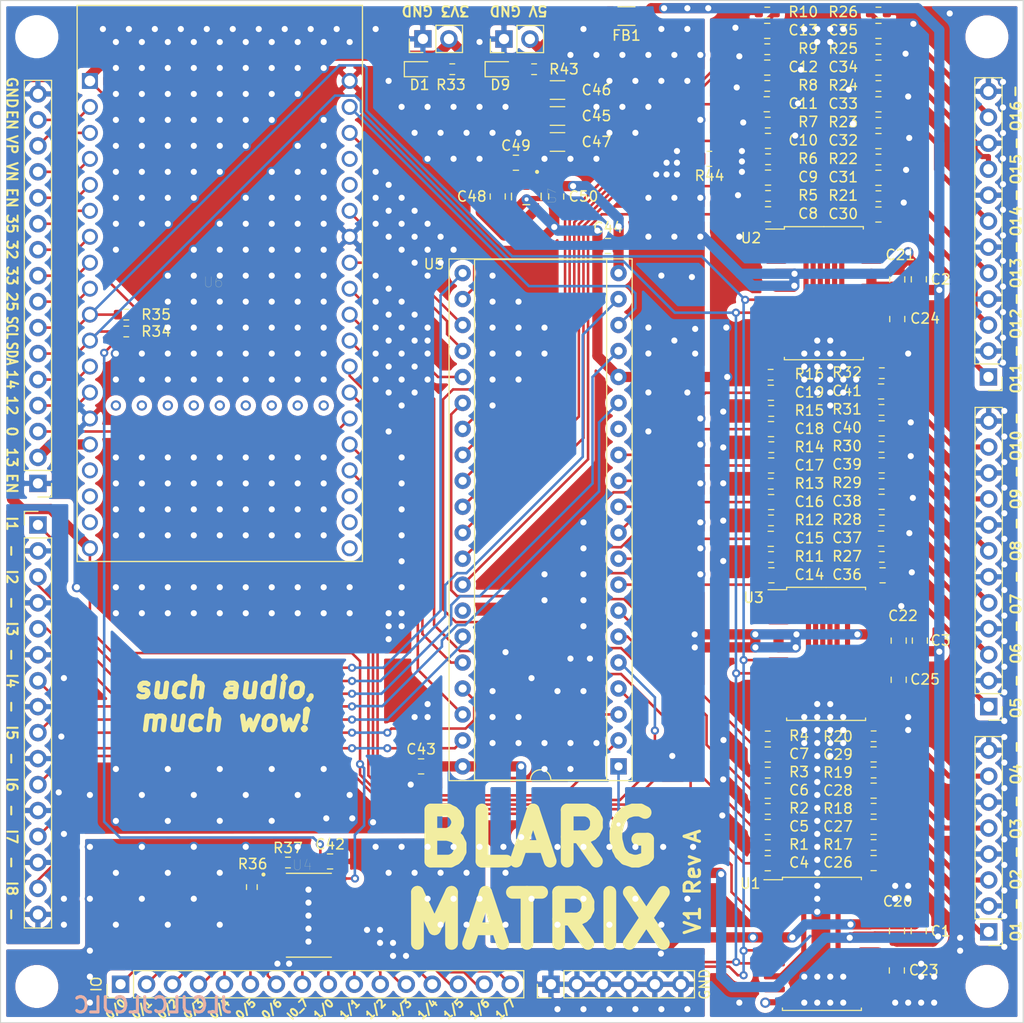
<source format=kicad_pcb>
(kicad_pcb (version 20171130) (host pcbnew 5.1.8+dfsg1-1~bpo10+1)
  (layers (0 F.Cu signal) (31 B.Cu signal) (34 B.Paste user) (35 F.Paste user) (36 B.SilkS user hide) (37 F.SilkS user hide) (38 B.Mask user) (39 F.Mask user) (44 Edge.Cuts user))
  (net 0 "")
  (net 1 +5V)
  (net 2 GNDA)
  (net 3 /GPIO0)
  (net 4 /GPIO12)
  (net 5 /GPIO14)
  (net 6 /SENSOR_VN)
  (net 7 /SENSOR_VP)
  (net 8 /GPIO35)
  (net 9 /GPIO34)
  (net 10 /GPIO33)
  (net 11 /GPIO32)
  (net 12 /GPIO25)
  (net 13 /EN)
  (net 14 GND)
  (net 15 -5VA)
  (net 16 +5VA)
  (net 17 /DATA)
  (net 18 /STROBE)
  (net 19 /CS)
  (net 20 /AY1)
  (net 21 /AX0)
  (net 22 /AY0)
  (net 23 /AX3)
  (net 24 /AX2)
  (net 25 /RESET)
  (net 26 /AX1)
  (net 27 /AY2)
  (net 28 /SCL)
  (net 29 /IN1)
  (net 30 /IN12)
  (net 31 /IN2)
  (net 32 /IN11)
  (net 33 /IN3)
  (net 34 /IN10)
  (net 35 /IN4)
  (net 36 /IN9)
  (net 37 /IN5)
  (net 38 /IN8)
  (net 39 /IN6)
  (net 40 /IN7)
  (net 41 /IN13)
  (net 42 /IN16)
  (net 43 /IN14)
  (net 44 /IN15)
  (net 45 "Net-(C10-Pad1)")
  (net 46 "Net-(C11-Pad1)")
  (net 47 "Net-(C12-Pad1)")
  (net 48 "Net-(C13-Pad1)")
  (net 49 "Net-(C14-Pad1)")
  (net 50 "Net-(C15-Pad1)")
  (net 51 "Net-(C16-Pad1)")
  (net 52 "Net-(C17-Pad1)")
  (net 53 "Net-(C18-Pad1)")
  (net 54 "Net-(C19-Pad1)")
  (net 55 "Net-(C23-Pad1)")
  (net 56 "Net-(C24-Pad1)")
  (net 57 "Net-(C25-Pad1)")
  (net 58 "Net-(C29-Pad1)")
  (net 59 "Net-(C30-Pad1)")
  (net 60 "Net-(C31-Pad1)")
  (net 61 /SDA)
  (net 62 "Net-(C32-Pad2)")
  (net 63 "Net-(C32-Pad1)")
  (net 64 "Net-(C33-Pad2)")
  (net 65 "Net-(C33-Pad1)")
  (net 66 "Net-(C34-Pad2)")
  (net 67 "Net-(C34-Pad1)")
  (net 68 "Net-(C35-Pad2)")
  (net 69 "Net-(C35-Pad1)")
  (net 70 "Net-(C36-Pad2)")
  (net 71 "Net-(C36-Pad1)")
  (net 72 "Net-(C37-Pad2)")
  (net 73 "Net-(C37-Pad1)")
  (net 74 "Net-(C38-Pad2)")
  (net 75 "Net-(C38-Pad1)")
  (net 76 "Net-(C39-Pad2)")
  (net 77 "Net-(C39-Pad1)")
  (net 78 "Net-(C40-Pad2)")
  (net 79 "Net-(C40-Pad1)")
  (net 80 "Net-(C41-Pad2)")
  (net 81 "Net-(C41-Pad1)")
  (net 82 /GPIO13)
  (net 83 /IO1_7)
  (net 84 /IO1_6)
  (net 85 /IO1_5)
  (net 86 /IO1_4)
  (net 87 /IO1_3)
  (net 88 /IO1_2)
  (net 89 /IO1_1)
  (net 90 /IO1_0)
  (net 91 /IO0_7)
  (net 92 /IO0_6)
  (net 93 /IO0_5)
  (net 94 /IO0_4)
  (net 95 /IO0_3)
  (net 96 /IO0_2)
  (net 97 /IO0_1)
  (net 98 /IO0_0)
  (net 99 "Net-(D1-Pad2)")
  (net 100 "Net-(D9-Pad2)")
  (net 101 "Net-(C4-Pad1)")
  (net 102 "Net-(C5-Pad1)")
  (net 103 "Net-(C6-Pad1)")
  (net 104 "Net-(C7-Pad1)")
  (net 105 "Net-(C8-Pad1)")
  (net 106 "Net-(C9-Pad1)")
  (net 107 "Net-(C26-Pad2)")
  (net 108 "Net-(C26-Pad1)")
  (net 109 "Net-(C27-Pad2)")
  (net 110 "Net-(C27-Pad1)")
  (net 111 "Net-(C28-Pad2)")
  (net 112 "Net-(C28-Pad1)")
  (net 113 "Net-(C29-Pad2)")
  (net 114 "Net-(C30-Pad2)")
  (net 115 "Net-(C31-Pad2)")
  (net 116 "Net-(C48-Pad2)")
  (net 117 "Net-(C48-Pad1)")
  (net 118 "Net-(J4-Pad15)")
  (net 119 "Net-(J4-Pad13)")
  (net 120 "Net-(J4-Pad11)")
  (net 121 "Net-(J4-Pad9)")
  (net 122 "Net-(J4-Pad7)")
  (net 123 "Net-(J4-Pad5)")
  (net 124 "Net-(J4-Pad3)")
  (net 125 "Net-(J4-Pad1)")
  (net 126 "Net-(U1-Pad12)")
  (net 127 "Net-(U1-Pad11)")
  (net 128 "Net-(U1-Pad10)")
  (net 129 "Net-(U1-Pad9)")
  (net 130 "Net-(U5-Pad34)")
  (net 131 "Net-(U5-Pad14)")
  (net 132 "Net-(U6-Pad38)")
  (net 133 "Net-(U6-Pad37)")
  (net 134 "Net-(U6-Pad36)")
  (net 135 "Net-(U6-Pad24)")
  (net 136 "Net-(U6-Pad23)")
  (net 137 "Net-(U6-Pad18)")
  (net 138 "Net-(U6-Pad17)")
  (net 139 "Net-(U6-Pad16)")
  (net 140 +3V3)
  (net 141 "Net-(R36-Pad2)")
  (net 142 "Net-(R37-Pad1)")
  (module SOP65P640X120-24N:SOP65P640X120-24N (layer F.Cu) (at 130.2012 139.5349)
    (fp_text reference U4 (at -0.645 -4.912) (layer F.SilkS) (effects (font (thickness 0.015))))
    (fp_text value TCA6416APWR)
    (pad 24 smd rect (at 2.87 -3.575) (size 1.57 0.41) (layers F.Cu F.Paste F.Mask) (net 1 +5V))
    (pad 23 smd rect (at 2.87 -2.925) (size 1.57 0.41) (layers F.Cu F.Paste F.Mask) (net 61 /SDA))
    (pad 22 smd rect (at 2.87 -2.275) (size 1.57 0.41) (layers F.Cu F.Paste F.Mask) (net 28 /SCL))
    (pad 21 smd rect (at 2.87 -1.625) (size 1.57 0.41) (layers F.Cu F.Paste F.Mask) (net 14 GND))
    (pad 20 smd rect (at 2.87 -0.975) (size 1.57 0.41) (layers F.Cu F.Paste F.Mask) (net 83 /IO1_7))
    (pad 19 smd rect (at 2.87 -0.325) (size 1.57 0.41) (layers F.Cu F.Paste F.Mask) (net 84 /IO1_6))
    (pad 18 smd rect (at 2.87 0.325) (size 1.57 0.41) (layers F.Cu F.Paste F.Mask) (net 85 /IO1_5))
    (pad 17 smd rect (at 2.87 0.975) (size 1.57 0.41) (layers F.Cu F.Paste F.Mask) (net 86 /IO1_4))
    (pad 16 smd rect (at 2.87 1.625) (size 1.57 0.41) (layers F.Cu F.Paste F.Mask) (net 87 /IO1_3))
    (pad 15 smd rect (at 2.87 2.275) (size 1.57 0.41) (layers F.Cu F.Paste F.Mask) (net 88 /IO1_2))
    (pad 14 smd rect (at 2.87 2.925) (size 1.57 0.41) (layers F.Cu F.Paste F.Mask) (net 89 /IO1_1))
    (pad 13 smd rect (at 2.87 3.575) (size 1.57 0.41) (layers F.Cu F.Paste F.Mask) (net 90 /IO1_0))
    (pad 12 smd rect (at -2.87 3.575) (size 1.57 0.41) (layers F.Cu F.Paste F.Mask) (net 14 GND))
    (pad 11 smd rect (at -2.87 2.925) (size 1.57 0.41) (layers F.Cu F.Paste F.Mask) (net 91 /IO0_7))
    (pad 10 smd rect (at -2.87 2.275) (size 1.57 0.41) (layers F.Cu F.Paste F.Mask) (net 92 /IO0_6))
    (pad 9 smd rect (at -2.87 1.625) (size 1.57 0.41) (layers F.Cu F.Paste F.Mask) (net 93 /IO0_5))
    (pad 8 smd rect (at -2.87 0.975) (size 1.57 0.41) (layers F.Cu F.Paste F.Mask) (net 94 /IO0_4))
    (pad 7 smd rect (at -2.87 0.325) (size 1.57 0.41) (layers F.Cu F.Paste F.Mask) (net 95 /IO0_3))
    (pad 6 smd rect (at -2.87 -0.325) (size 1.57 0.41) (layers F.Cu F.Paste F.Mask) (net 96 /IO0_2))
    (pad 5 smd rect (at -2.87 -0.975) (size 1.57 0.41) (layers F.Cu F.Paste F.Mask) (net 97 /IO0_1))
    (pad 4 smd rect (at -2.87 -1.625) (size 1.57 0.41) (layers F.Cu F.Paste F.Mask) (net 98 /IO0_0))
    (pad 3 smd rect (at -2.87 -2.275) (size 1.57 0.41) (layers F.Cu F.Paste F.Mask) (net 141 "Net-(R36-Pad2)"))
    (pad 2 smd rect (at -2.87 -2.925) (size 1.57 0.41) (layers F.Cu F.Paste F.Mask) (net 140 +3V3))
    (pad 1 smd rect (at -2.87 -3.575) (size 1.57 0.41) (layers F.Cu F.Paste F.Mask) (net 142 "Net-(R37-Pad1)"))
  )
  (module Resistor_SMD:R_0603_1608Metric (layer F.Cu) (at 128.1565 134.3787)
    (fp_text reference R37 (at 0 -1.43) (layer F.SilkS))
    (fp_text value 100k)
    (pad 2 smd roundrect (at 0.825 0) (size 0.8 0.95) (layers F.Cu F.Paste F.Mask) (net 140 +3V3))
    (pad 1 smd roundrect (at -0.825 0) (size 0.8 0.95) (layers F.Cu F.Paste F.Mask) (net 142 "Net-(R37-Pad1)"))
  )
  (module Resistor_SMD:R_0603_1608Metric (layer F.Cu) (at 124.6259 136.779 270)
    (fp_text reference R36 (at -2.2606 -0.0762 180) (layer F.SilkS))
    (fp_text value 100k)
    (pad 2 smd roundrect (at 0.825 0 270) (size 0.8 0.95) (layers F.Cu F.Paste F.Mask) (net 141 "Net-(R36-Pad2)"))
    (pad 1 smd roundrect (at -0.825 0 270) (size 0.8 0.95) (layers F.Cu F.Paste F.Mask) (net 140 +3V3))
  )
  (module Resistor_SMD:R_0603_1608Metric (layer F.Cu) (at 152.223 56.769 180)
    (fp_text reference R43 (at -2.921 0) (layer F.SilkS))
    (fp_text value 1k)
    (pad 2 smd roundrect (at 0.825 0 180) (size 0.8 0.95) (layers F.Cu F.Paste F.Mask) (net 100 "Net-(D9-Pad2)"))
    (pad 1 smd roundrect (at -0.825 0 180) (size 0.8 0.95) (layers F.Cu F.Paste F.Mask) (net 1 +5V))
  )
  (module Resistor_SMD:R_0603_1608Metric (layer F.Cu) (at 144.222 56.769 180)
    (fp_text reference R33 (at 0.127 -1.524) (layer F.SilkS))
    (fp_text value 510)
    (pad 2 smd roundrect (at 0.825 0 180) (size 0.8 0.95) (layers F.Cu F.Paste F.Mask) (net 99 "Net-(D1-Pad2)"))
    (pad 1 smd roundrect (at -0.825 0 180) (size 0.8 0.95) (layers F.Cu F.Paste F.Mask) (net 140 +3V3))
  )
  (module Diode_SMD:D_0603_1608Metric (layer F.Cu) (at 148.921 56.769)
    (fp_text reference D9 (at 0 1.524) (layer F.SilkS))
    (fp_text value LED_Y)
    (pad 2 smd roundrect (at 0.7875 0) (size 0.875 0.95) (layers F.Cu F.Paste F.Mask) (net 100 "Net-(D9-Pad2)"))
    (pad 1 smd roundrect (at -0.7875 0) (size 0.875 0.95) (layers F.Cu F.Paste F.Mask) (net 14 GND))
  )
  (module Diode_SMD:D_0603_1608Metric (layer F.Cu) (at 141.0215 56.769)
    (fp_text reference D1 (at 0 1.524) (layer F.SilkS))
    (fp_text value LED_B)
    (pad 2 smd roundrect (at 0.7875 0) (size 0.875 0.95) (layers F.Cu F.Paste F.Mask) (net 99 "Net-(D1-Pad2)"))
    (pad 1 smd roundrect (at -0.7875 0) (size 0.875 0.95) (layers F.Cu F.Paste F.Mask) (net 14 GND))
  )
  (module Capacitor_SMD:C_0805_2012Metric (layer F.Cu) (at 187.874 112.66806 270)
    (fp_text reference C22 (at -2.43206 -0.417 180) (layer F.SilkS))
    (fp_text value 0.1μF)
    (pad 2 smd roundrect (at 0.95 0 270) (size 1 1.45) (layers F.Cu F.Paste F.Mask) (net 16 +5VA))
    (pad 1 smd roundrect (at -0.95 0 270) (size 1 1.45) (layers F.Cu F.Paste F.Mask) (net 14 GND))
  )
  (module Capacitor_SMD:C_0805_2012Metric (layer F.Cu) (at 187.7343 77.33666 270)
    (fp_text reference C21 (at -2.40666 -0.3027 180) (layer F.SilkS))
    (fp_text value 0.1μF)
    (pad 2 smd roundrect (at 0.95 0 270) (size 1 1.45) (layers F.Cu F.Paste F.Mask) (net 16 +5VA))
    (pad 1 smd roundrect (at -0.95 0 270) (size 1 1.45) (layers F.Cu F.Paste F.Mask) (net 14 GND))
  )
  (module Capacitor_SMD:C_0805_2012Metric (layer F.Cu) (at 187.7089 141.07796 270)
    (fp_text reference C20 (at -2.90196 -0.0741 180) (layer F.SilkS))
    (fp_text value 0.1μF)
    (pad 2 smd roundrect (at 0.95 0 270) (size 1 1.45) (layers F.Cu F.Paste F.Mask) (net 16 +5VA))
    (pad 1 smd roundrect (at -0.95 0 270) (size 1 1.45) (layers F.Cu F.Paste F.Mask) (net 14 GND))
  )
  (module Capacitor_SMD:C_0805_2012Metric (layer F.Cu) (at 159.4514 74.06006 180)
    (fp_text reference C44 (at 0 1.79706) (layer F.SilkS))
    (fp_text value 0.1μF)
    (pad 2 smd roundrect (at 0.95 0 180) (size 1 1.45) (layers F.Cu F.Paste F.Mask) (net 2 GNDA))
    (pad 1 smd roundrect (at -0.95 0 180) (size 1 1.45) (layers F.Cu F.Paste F.Mask) (net 15 -5VA))
  )
  (module Capacitor_SMD:C_0805_2012Metric (layer F.Cu) (at 141.1761 124.97436)
    (fp_text reference C43 (at 0 -1.68) (layer F.SilkS))
    (fp_text value 0.1μF)
    (pad 2 smd roundrect (at 0.95 0) (size 1 1.45) (layers F.Cu F.Paste F.Mask) (net 16 +5VA))
    (pad 1 smd roundrect (at -0.95 0) (size 1 1.45) (layers F.Cu F.Paste F.Mask) (net 2 GNDA))
  )
  (module MODULE_ESP32-DEVKITC-32D:MODULE_ESP32-DEVKITC-32D (layer F.Cu) (at 121.4911 77.67836)
    (fp_text reference U6 (at -0.635 -0.075) (layer F.SilkS) (effects (font (size 1.000386 1.000386) (thickness 0.015))))
    (fp_text value ESP32-DEVKITC-32D)
    (pad 38 thru_hole circle (at 12.7 25.96) (size 1.56 1.56) (drill 1.04) (layers *.Cu *.Mask) (net 132 "Net-(U6-Pad38)"))
    (pad 37 thru_hole circle (at 12.7 23.42) (size 1.56 1.56) (drill 1.04) (layers *.Cu *.Mask) (net 133 "Net-(U6-Pad37)"))
    (pad 36 thru_hole circle (at 12.7 20.88) (size 1.56 1.56) (drill 1.04) (layers *.Cu *.Mask) (net 134 "Net-(U6-Pad36)"))
    (pad 35 thru_hole circle (at 12.7 18.34) (size 1.56 1.56) (drill 1.04) (layers *.Cu *.Mask) (net 21 /AX0))
    (pad 34 thru_hole circle (at 12.7 15.8) (size 1.56 1.56) (drill 1.04) (layers *.Cu *.Mask) (net 23 /AX3))
    (pad 33 thru_hole circle (at 12.7 13.26) (size 1.56 1.56) (drill 1.04) (layers *.Cu *.Mask) (net 3 /GPIO0))
    (pad 32 thru_hole circle (at 12.7 10.72) (size 1.56 1.56) (drill 1.04) (layers *.Cu *.Mask) (net 27 /AY2))
    (pad 31 thru_hole circle (at 12.7 8.18) (size 1.56 1.56) (drill 1.04) (layers *.Cu *.Mask) (net 17 /DATA))
    (pad 30 thru_hole circle (at 12.7 5.64) (size 1.56 1.56) (drill 1.04) (layers *.Cu *.Mask) (net 19 /CS))
    (pad 29 thru_hole circle (at 12.7 3.1) (size 1.56 1.56) (drill 1.04) (layers *.Cu *.Mask) (net 25 /RESET))
    (pad 28 thru_hole circle (at 12.7 0.56) (size 1.56 1.56) (drill 1.04) (layers *.Cu *.Mask) (net 20 /AY1))
    (pad 27 thru_hole circle (at 12.7 -1.98) (size 1.56 1.56) (drill 1.04) (layers *.Cu *.Mask) (net 22 /AY0))
    (pad 26 thru_hole circle (at 12.7 -4.52) (size 1.56 1.56) (drill 1.04) (layers *.Cu *.Mask) (net 14 GND))
    (pad 25 thru_hole circle (at 12.7 -7.06) (size 1.56 1.56) (drill 1.04) (layers *.Cu *.Mask) (net 24 /AX2))
    (pad 24 thru_hole circle (at 12.7 -9.6) (size 1.56 1.56) (drill 1.04) (layers *.Cu *.Mask) (net 135 "Net-(U6-Pad24)"))
    (pad 23 thru_hole circle (at 12.7 -12.14) (size 1.56 1.56) (drill 1.04) (layers *.Cu *.Mask) (net 136 "Net-(U6-Pad23)"))
    (pad 22 thru_hole circle (at 12.7 -14.68) (size 1.56 1.56) (drill 1.04) (layers *.Cu *.Mask) (net 26 /AX1))
    (pad 21 thru_hole circle (at 12.7 -17.22) (size 1.56 1.56) (drill 1.04) (layers *.Cu *.Mask) (net 18 /STROBE))
    (pad 20 thru_hole circle (at 12.7 -19.76) (size 1.56 1.56) (drill 1.04) (layers *.Cu *.Mask) (net 14 GND))
    (pad 18 thru_hole circle (at -12.7 23.42) (size 1.56 1.56) (drill 1.04) (layers *.Cu *.Mask) (net 137 "Net-(U6-Pad18)"))
    (pad 17 thru_hole circle (at -12.7 20.88) (size 1.56 1.56) (drill 1.04) (layers *.Cu *.Mask) (net 138 "Net-(U6-Pad17)"))
    (pad 16 thru_hole circle (at -12.7 18.34) (size 1.56 1.56) (drill 1.04) (layers *.Cu *.Mask) (net 139 "Net-(U6-Pad16)"))
    (pad 15 thru_hole circle (at -12.7 15.8) (size 1.56 1.56) (drill 1.04) (layers *.Cu *.Mask) (net 82 /GPIO13))
    (pad 14 thru_hole circle (at -12.7 13.26) (size 1.56 1.56) (drill 1.04) (layers *.Cu *.Mask) (net 14 GND))
    (pad 13 thru_hole circle (at -12.7 10.72) (size 1.56 1.56) (drill 1.04) (layers *.Cu *.Mask) (net 4 /GPIO12))
    (pad 12 thru_hole circle (at -12.7 8.18) (size 1.56 1.56) (drill 1.04) (layers *.Cu *.Mask) (net 5 /GPIO14))
    (pad 11 thru_hole circle (at -12.7 5.64) (size 1.56 1.56) (drill 1.04) (layers *.Cu *.Mask) (net 61 /SDA))
    (pad 10 thru_hole circle (at -12.7 3.1) (size 1.56 1.56) (drill 1.04) (layers *.Cu *.Mask) (net 28 /SCL))
    (pad 9 thru_hole circle (at -12.7 0.56) (size 1.56 1.56) (drill 1.04) (layers *.Cu *.Mask) (net 12 /GPIO25))
    (pad 8 thru_hole circle (at -12.7 -1.98) (size 1.56 1.56) (drill 1.04) (layers *.Cu *.Mask) (net 10 /GPIO33))
    (pad 7 thru_hole circle (at -12.7 -4.52) (size 1.56 1.56) (drill 1.04) (layers *.Cu *.Mask) (net 11 /GPIO32))
    (pad 6 thru_hole circle (at -12.7 -7.06) (size 1.56 1.56) (drill 1.04) (layers *.Cu *.Mask) (net 8 /GPIO35))
    (pad 5 thru_hole circle (at -12.7 -9.6) (size 1.56 1.56) (drill 1.04) (layers *.Cu *.Mask) (net 9 /GPIO34))
    (pad 4 thru_hole circle (at -12.7 -12.14) (size 1.56 1.56) (drill 1.04) (layers *.Cu *.Mask) (net 6 /SENSOR_VN))
    (pad 3 thru_hole circle (at -12.7 -14.68) (size 1.56 1.56) (drill 1.04) (layers *.Cu *.Mask) (net 7 /SENSOR_VP))
    (pad 19 thru_hole circle (at -12.7 25.96) (size 1.56 1.56) (drill 1.04) (layers *.Cu *.Mask) (net 1 +5V))
    (pad 2 thru_hole circle (at -12.7 -17.22) (size 1.56 1.56) (drill 1.04) (layers *.Cu *.Mask) (net 13 /EN))
    (pad 1 thru_hole rect (at -12.7 -19.76) (size 1.56 1.56) (drill 1.04) (layers *.Cu *.Mask) (net 140 +3V3))
  )
  (module Capacitor_SMD:C_0805_2012Metric (layer F.Cu) (at 132.2734 134.27076)
    (fp_text reference C42 (at 0 -1.68) (layer F.SilkS))
    (fp_text value 1μF)
    (pad 2 smd roundrect (at 0.95 0) (size 1 1.45) (layers F.Cu F.Paste F.Mask) (net 14 GND))
    (pad 1 smd roundrect (at -0.95 0) (size 1 1.45) (layers F.Cu F.Paste F.Mask) (net 140 +3V3))
  )
  (module Capacitor_SMD:C_0805_2012Metric (layer F.Cu) (at 185.4229 123.800517 180)
    (fp_text reference C29 (at 3.4819 -0.006677) (layer F.SilkS))
    (fp_text value 10μF)
    (pad 2 smd roundrect (at 0.95 0 180) (size 1 1.45) (layers F.Cu F.Paste F.Mask) (net 113 "Net-(C29-Pad2)"))
    (pad 1 smd roundrect (at -0.95 0 180) (size 1 1.45) (layers F.Cu F.Paste F.Mask) (net 58 "Net-(C29-Pad1)"))
  )
  (module Capacitor_SMD:C_0805_2012Metric (layer F.Cu) (at 185.4229 127.345631 180)
    (fp_text reference C28 (at 3.4819 0.018049) (layer F.SilkS))
    (fp_text value 10μF)
    (pad 2 smd roundrect (at 0.95 0 180) (size 1 1.45) (layers F.Cu F.Paste F.Mask) (net 111 "Net-(C28-Pad2)"))
    (pad 1 smd roundrect (at -0.95 0 180) (size 1 1.45) (layers F.Cu F.Paste F.Mask) (net 112 "Net-(C28-Pad1)"))
  )
  (module Capacitor_SMD:C_0805_2012Metric (layer F.Cu) (at 185.4229 130.890745 180)
    (fp_text reference C27 (at 3.4819 0.042775) (layer F.SilkS))
    (fp_text value 10μF)
    (pad 2 smd roundrect (at 0.95 0 180) (size 1 1.45) (layers F.Cu F.Paste F.Mask) (net 109 "Net-(C27-Pad2)"))
    (pad 1 smd roundrect (at -0.95 0 180) (size 1 1.45) (layers F.Cu F.Paste F.Mask) (net 110 "Net-(C27-Pad1)"))
  )
  (module Capacitor_SMD:C_0805_2012Metric (layer F.Cu) (at 185.4229 134.43586 180)
    (fp_text reference C26 (at 3.4819 0.0675) (layer F.SilkS))
    (fp_text value 10μF)
    (pad 2 smd roundrect (at 0.95 0 180) (size 1 1.45) (layers F.Cu F.Paste F.Mask) (net 107 "Net-(C26-Pad2)"))
    (pad 1 smd roundrect (at -0.95 0 180) (size 1 1.45) (layers F.Cu F.Paste F.Mask) (net 108 "Net-(C26-Pad1)"))
  )
  (module Capacitor_SMD:C_0805_2012Metric (layer F.Cu) (at 186.1507 88.29676 180)
    (fp_text reference C41 (at 3.3207 0.060573) (layer F.SilkS))
    (fp_text value 10μF)
    (pad 2 smd roundrect (at 0.95 0 180) (size 1 1.45) (layers F.Cu F.Paste F.Mask) (net 80 "Net-(C41-Pad2)"))
    (pad 1 smd roundrect (at -0.95 0 180) (size 1 1.45) (layers F.Cu F.Paste F.Mask) (net 81 "Net-(C41-Pad1)"))
  )
  (module Capacitor_SMD:C_0805_2012Metric (layer F.Cu) (at 186.2103 91.90356 180)
    (fp_text reference C40 (at 3.3803 0.072119) (layer F.SilkS))
    (fp_text value 10μF)
    (pad 2 smd roundrect (at 0.95 0 180) (size 1 1.45) (layers F.Cu F.Paste F.Mask) (net 78 "Net-(C40-Pad2)"))
    (pad 1 smd roundrect (at -0.95 0 180) (size 1 1.45) (layers F.Cu F.Paste F.Mask) (net 79 "Net-(C40-Pad1)"))
  )
  (module Capacitor_SMD:C_0805_2012Metric (layer F.Cu) (at 186.2103 95.52306 180)
    (fp_text reference C39 (at 3.3803 0.096365) (layer F.SilkS))
    (fp_text value 10μF)
    (pad 2 smd roundrect (at 0.95 0 180) (size 1 1.45) (layers F.Cu F.Paste F.Mask) (net 76 "Net-(C39-Pad2)"))
    (pad 1 smd roundrect (at -0.95 0 180) (size 1 1.45) (layers F.Cu F.Paste F.Mask) (net 77 "Net-(C39-Pad1)"))
  )
  (module Capacitor_SMD:C_0805_2012Metric (layer F.Cu) (at 186.2015 99.09176 180)
    (fp_text reference C38 (at 3.3715 0.069811) (layer F.SilkS))
    (fp_text value 10μF)
    (pad 2 smd roundrect (at 0.95 0 180) (size 1 1.45) (layers F.Cu F.Paste F.Mask) (net 74 "Net-(C38-Pad2)"))
    (pad 1 smd roundrect (at -0.95 0 180) (size 1 1.45) (layers F.Cu F.Paste F.Mask) (net 75 "Net-(C38-Pad1)"))
  )
  (module Capacitor_SMD:C_0805_2012Metric (layer F.Cu) (at 186.1507 102.68586 180)
    (fp_text reference C37 (at 3.3207 0.068657) (layer F.SilkS))
    (fp_text value 10μF)
    (pad 2 smd roundrect (at 0.95 0 180) (size 1 1.45) (layers F.Cu F.Paste F.Mask) (net 72 "Net-(C37-Pad2)"))
    (pad 1 smd roundrect (at -0.95 0 180) (size 1 1.45) (layers F.Cu F.Paste F.Mask) (net 73 "Net-(C37-Pad1)"))
  )
  (module Capacitor_SMD:C_0805_2012Metric (layer F.Cu) (at 186.2992 106.27996 180)
    (fp_text reference C36 (at 3.4692 0.0675) (layer F.SilkS))
    (fp_text value 10μF)
    (pad 2 smd roundrect (at 0.95 0 180) (size 1 1.45) (layers F.Cu F.Paste F.Mask) (net 70 "Net-(C36-Pad2)"))
    (pad 1 smd roundrect (at -0.95 0 180) (size 1 1.45) (layers F.Cu F.Paste F.Mask) (net 71 "Net-(C36-Pad1)"))
  )
  (module Capacitor_SMD:C_0805_2012Metric (layer F.Cu) (at 185.8928 53.021932 180)
    (fp_text reference C35 (at 3.4438 0.0675) (layer F.SilkS))
    (fp_text value 10μF)
    (pad 2 smd roundrect (at 0.95 0 180) (size 1 1.45) (layers F.Cu F.Paste F.Mask) (net 68 "Net-(C35-Pad2)"))
    (pad 1 smd roundrect (at -0.95 0 180) (size 1 1.45) (layers F.Cu F.Paste F.Mask) (net 69 "Net-(C35-Pad1)"))
  )
  (module Capacitor_SMD:C_0805_2012Metric (layer F.Cu) (at 185.8928 56.614876 180)
    (fp_text reference C34 (at 3.4438 0.0675) (layer F.SilkS))
    (fp_text value 10μF)
    (pad 2 smd roundrect (at 0.95 0 180) (size 1 1.45) (layers F.Cu F.Paste F.Mask) (net 66 "Net-(C34-Pad2)"))
    (pad 1 smd roundrect (at -0.95 0 180) (size 1 1.45) (layers F.Cu F.Paste F.Mask) (net 67 "Net-(C34-Pad1)"))
  )
  (module Capacitor_SMD:C_0805_2012Metric (layer F.Cu) (at 185.8928 60.20782 180)
    (fp_text reference C33 (at 3.4438 0.0675) (layer F.SilkS))
    (fp_text value 10μF)
    (pad 2 smd roundrect (at 0.95 0 180) (size 1 1.45) (layers F.Cu F.Paste F.Mask) (net 64 "Net-(C33-Pad2)"))
    (pad 1 smd roundrect (at -0.95 0 180) (size 1 1.45) (layers F.Cu F.Paste F.Mask) (net 65 "Net-(C33-Pad1)"))
  )
  (module Capacitor_SMD:C_0805_2012Metric (layer F.Cu) (at 185.8928 63.800764 180)
    (fp_text reference C32 (at 3.4438 0.0675) (layer F.SilkS))
    (fp_text value 10μF)
    (pad 2 smd roundrect (at 0.95 0 180) (size 1 1.45) (layers F.Cu F.Paste F.Mask) (net 62 "Net-(C32-Pad2)"))
    (pad 1 smd roundrect (at -0.95 0 180) (size 1 1.45) (layers F.Cu F.Paste F.Mask) (net 63 "Net-(C32-Pad1)"))
  )
  (module Capacitor_SMD:C_0805_2012Metric (layer F.Cu) (at 185.8928 67.393708 180)
    (fp_text reference C31 (at 3.4438 0.0675) (layer F.SilkS))
    (fp_text value 10μF)
    (pad 2 smd roundrect (at 0.95 0 180) (size 1 1.45) (layers F.Cu F.Paste F.Mask) (net 115 "Net-(C31-Pad2)"))
    (pad 1 smd roundrect (at -0.95 0 180) (size 1 1.45) (layers F.Cu F.Paste F.Mask) (net 60 "Net-(C31-Pad1)"))
  )
  (module Capacitor_SMD:C_0805_2012Metric (layer F.Cu) (at 185.8928 70.98666 180)
    (fp_text reference C30 (at 3.4438 0.0675) (layer F.SilkS))
    (fp_text value 10μF)
    (pad 2 smd roundrect (at 0.95 0 180) (size 1 1.45) (layers F.Cu F.Paste F.Mask) (net 114 "Net-(C30-Pad2)"))
    (pad 1 smd roundrect (at -0.95 0 180) (size 1 1.45) (layers F.Cu F.Paste F.Mask) (net 59 "Net-(C30-Pad1)"))
  )
  (module Capacitor_SMD:C_0805_2012Metric (layer F.Cu) (at 187.874 116.50346 270)
    (fp_text reference C25 (at -0.04446 -2.576 180) (layer F.SilkS))
    (fp_text value 10μF)
    (pad 2 smd roundrect (at 0.95 0 270) (size 1 1.45) (layers F.Cu F.Paste F.Mask) (net 2 GNDA))
    (pad 1 smd roundrect (at -0.95 0 270) (size 1 1.45) (layers F.Cu F.Paste F.Mask) (net 57 "Net-(C25-Pad1)"))
  )
  (module Capacitor_SMD:C_0805_2012Metric (layer F.Cu) (at 187.7343 81.21016 270)
    (fp_text reference C24 (at -0.05716 -2.7157 180) (layer F.SilkS))
    (fp_text value 10μF)
    (pad 2 smd roundrect (at 0.95 0 270) (size 1 1.45) (layers F.Cu F.Paste F.Mask) (net 2 GNDA))
    (pad 1 smd roundrect (at -0.95 0 270) (size 1 1.45) (layers F.Cu F.Paste F.Mask) (net 56 "Net-(C24-Pad1)"))
  )
  (module Capacitor_SMD:C_0805_2012Metric (layer F.Cu) (at 187.6962 144.93876 270)
    (fp_text reference C23 (at -0.03176 -2.6268 180) (layer F.SilkS))
    (fp_text value 10μF)
    (pad 2 smd roundrect (at 0.95 0 270) (size 1 1.45) (layers F.Cu F.Paste F.Mask) (net 2 GNDA))
    (pad 1 smd roundrect (at -0.95 0 270) (size 1 1.45) (layers F.Cu F.Paste F.Mask) (net 55 "Net-(C23-Pad1)"))
  )
  (module Capacitor_SMD:C_0805_2012Metric (layer F.Cu) (at 175.3733 88.42376 180)
    (fp_text reference C19 (at -3.7737 0.049028) (layer F.SilkS))
    (fp_text value 10μF)
    (pad 2 smd roundrect (at 0.95 0 180) (size 1 1.45) (layers F.Cu F.Paste F.Mask) (net 34 /IN10))
    (pad 1 smd roundrect (at -0.95 0 180) (size 1 1.45) (layers F.Cu F.Paste F.Mask) (net 54 "Net-(C19-Pad1)"))
  )
  (module Capacitor_SMD:C_0805_2012Metric (layer F.Cu) (at 175.386 91.97976 180)
    (fp_text reference C18 (at -3.761 0.037484) (layer F.SilkS))
    (fp_text value 10μF)
    (pad 2 smd roundrect (at 0.95 0 180) (size 1 1.45) (layers F.Cu F.Paste F.Mask) (net 36 /IN9))
    (pad 1 smd roundrect (at -0.95 0 180) (size 1 1.45) (layers F.Cu F.Paste F.Mask) (net 53 "Net-(C18-Pad1)"))
  )
  (module Capacitor_SMD:C_0805_2012Metric (layer F.Cu) (at 175.4026 95.53576 180)
    (fp_text reference C17 (at -3.7444 0.02594) (layer F.SilkS))
    (fp_text value 10μF)
    (pad 2 smd roundrect (at 0.95 0 180) (size 1 1.45) (layers F.Cu F.Paste F.Mask) (net 38 /IN8))
    (pad 1 smd roundrect (at -0.95 0 180) (size 1 1.45) (layers F.Cu F.Paste F.Mask) (net 52 "Net-(C17-Pad1)"))
  )
  (module Capacitor_SMD:C_0805_2012Metric (layer F.Cu) (at 175.4026 99.11716 180)
    (fp_text reference C16 (at -3.7444 0.039796) (layer F.SilkS))
    (fp_text value 10μF)
    (pad 2 smd roundrect (at 0.95 0 180) (size 1 1.45) (layers F.Cu F.Paste F.Mask) (net 40 /IN7))
    (pad 1 smd roundrect (at -0.95 0 180) (size 1 1.45) (layers F.Cu F.Paste F.Mask) (net 51 "Net-(C16-Pad1)"))
  )
  (module Capacitor_SMD:C_0805_2012Metric (layer F.Cu) (at 175.3645 102.71126 180)
    (fp_text reference C15 (at -3.7825 0.066352) (layer F.SilkS))
    (fp_text value 10μF)
    (pad 2 smd roundrect (at 0.95 0 180) (size 1 1.45) (layers F.Cu F.Paste F.Mask) (net 39 /IN6))
    (pad 1 smd roundrect (at -0.95 0 180) (size 1 1.45) (layers F.Cu F.Paste F.Mask) (net 50 "Net-(C15-Pad1)"))
  )
  (module Capacitor_SMD:C_0805_2012Metric (layer F.Cu) (at 175.428 106.27996 180)
    (fp_text reference C14 (at -3.719 0.0675) (layer F.SilkS))
    (fp_text value 10μF)
    (pad 2 smd roundrect (at 0.95 0 180) (size 1 1.45) (layers F.Cu F.Paste F.Mask) (net 37 /IN5))
    (pad 1 smd roundrect (at -0.95 0 180) (size 1 1.45) (layers F.Cu F.Paste F.Mask) (net 49 "Net-(C14-Pad1)"))
  )
  (module Capacitor_SMD:C_0805_2012Metric (layer F.Cu) (at 175.0216 53.019623 180)
    (fp_text reference C13 (at -3.52221 0.0675) (layer F.SilkS))
    (fp_text value 10μF)
    (pad 2 smd roundrect (at 0.95 0 180) (size 1 1.45) (layers F.Cu F.Paste F.Mask) (net 42 /IN16))
    (pad 1 smd roundrect (at -0.95 0 180) (size 1 1.45) (layers F.Cu F.Paste F.Mask) (net 48 "Net-(C13-Pad1)"))
  )
  (module Capacitor_SMD:C_0805_2012Metric (layer F.Cu) (at 175.0216 56.607949 180)
    (fp_text reference C12 (at -3.52221 0.0675) (layer F.SilkS))
    (fp_text value 10μF)
    (pad 2 smd roundrect (at 0.95 0 180) (size 1 1.45) (layers F.Cu F.Paste F.Mask) (net 44 /IN15))
    (pad 1 smd roundrect (at -0.95 0 180) (size 1 1.45) (layers F.Cu F.Paste F.Mask) (net 47 "Net-(C12-Pad1)"))
  )
  (module Capacitor_SMD:C_0805_2012Metric (layer F.Cu) (at 174.9708 60.196275 180)
    (fp_text reference C11 (at -3.57301 0.0675) (layer F.SilkS))
    (fp_text value 10μF)
    (pad 2 smd roundrect (at 0.95 0 180) (size 1 1.45) (layers F.Cu F.Paste F.Mask) (net 43 /IN14))
    (pad 1 smd roundrect (at -0.95 0 180) (size 1 1.45) (layers F.Cu F.Paste F.Mask) (net 46 "Net-(C11-Pad1)"))
  )
  (module Capacitor_SMD:C_0805_2012Metric (layer F.Cu) (at 175.0978 63.784601 180)
    (fp_text reference C10 (at -3.44601 0.0675) (layer F.SilkS))
    (fp_text value 10μF)
    (pad 2 smd roundrect (at 0.95 0 180) (size 1 1.45) (layers F.Cu F.Paste F.Mask) (net 41 /IN13))
    (pad 1 smd roundrect (at -0.95 0 180) (size 1 1.45) (layers F.Cu F.Paste F.Mask) (net 45 "Net-(C10-Pad1)"))
  )
  (module Capacitor_SMD:C_0805_2012Metric (layer F.Cu) (at 175.0978 67.372927 180)
    (fp_text reference C9 (at -3.9222 0.0675) (layer F.SilkS))
    (fp_text value 10μF)
    (pad 2 smd roundrect (at 0.95 0 180) (size 1 1.45) (layers F.Cu F.Paste F.Mask) (net 30 /IN12))
    (pad 1 smd roundrect (at -0.95 0 180) (size 1 1.45) (layers F.Cu F.Paste F.Mask) (net 106 "Net-(C9-Pad1)"))
  )
  (module Capacitor_SMD:C_0805_2012Metric (layer F.Cu) (at 175.0978 70.96126 180)
    (fp_text reference C8 (at -3.9222 0.0675) (layer F.SilkS))
    (fp_text value 10μF)
    (pad 2 smd roundrect (at 0.95 0 180) (size 1 1.45) (layers F.Cu F.Paste F.Mask) (net 32 /IN11))
    (pad 1 smd roundrect (at -0.95 0 180) (size 1 1.45) (layers F.Cu F.Paste F.Mask) (net 105 "Net-(C8-Pad1)"))
  )
  (module Capacitor_SMD:C_0805_2012Metric (layer F.Cu) (at 175.0724 123.813217 180)
    (fp_text reference C7 (at -3.0586 0.0675) (layer F.SilkS))
    (fp_text value 10μF)
    (pad 2 smd roundrect (at 0.95 0 180) (size 1 1.45) (layers F.Cu F.Paste F.Mask) (net 35 /IN4))
    (pad 1 smd roundrect (at -0.95 0 180) (size 1 1.45) (layers F.Cu F.Paste F.Mask) (net 104 "Net-(C7-Pad1)"))
  )
  (module Capacitor_SMD:C_0805_2012Metric (layer F.Cu) (at 175.0724 127.358331 180)
    (fp_text reference C6 (at -3.0586 0.0675) (layer F.SilkS))
    (fp_text value 10μF)
    (pad 2 smd roundrect (at 0.95 0 180) (size 1 1.45) (layers F.Cu F.Paste F.Mask) (net 33 /IN3))
    (pad 1 smd roundrect (at -0.95 0 180) (size 1 1.45) (layers F.Cu F.Paste F.Mask) (net 103 "Net-(C6-Pad1)"))
  )
  (module Capacitor_SMD:C_0805_2012Metric (layer F.Cu) (at 175.0724 130.903445 180)
    (fp_text reference C5 (at -3.0586 0.0675) (layer F.SilkS))
    (fp_text value 10μF)
    (pad 2 smd roundrect (at 0.95 0 180) (size 1 1.45) (layers F.Cu F.Paste F.Mask) (net 31 /IN2))
    (pad 1 smd roundrect (at -0.95 0 180) (size 1 1.45) (layers F.Cu F.Paste F.Mask) (net 102 "Net-(C5-Pad1)"))
  )
  (module Capacitor_SMD:C_0805_2012Metric (layer F.Cu) (at 175.0724 134.44856 180)
    (fp_text reference C4 (at -3.0586 0.0675) (layer F.SilkS))
    (fp_text value 10μF)
    (pad 2 smd roundrect (at 0.95 0 180) (size 1 1.45) (layers F.Cu F.Paste F.Mask) (net 29 /IN1))
    (pad 1 smd roundrect (at -0.95 0 180) (size 1 1.45) (layers F.Cu F.Paste F.Mask) (net 101 "Net-(C4-Pad1)"))
  )
  (module Capacitor_SMD:C_0805_2012Metric (layer F.Cu) (at 189.9441 112.66806 90)
    (fp_text reference C3 (at 0.01906 2.0299 180) (layer F.SilkS))
    (fp_text value 10μF)
    (pad 2 smd roundrect (at 0.95 0 90) (size 1 1.45) (layers F.Cu F.Paste F.Mask) (net 14 GND))
    (pad 1 smd roundrect (at -0.95 0 90) (size 1 1.45) (layers F.Cu F.Paste F.Mask) (net 16 +5VA))
  )
  (module Capacitor_SMD:C_0805_2012Metric (layer F.Cu) (at 189.8425 77.32396 90)
    (fp_text reference C2 (at 0 2.1315 180) (layer F.SilkS))
    (fp_text value 10μF)
    (pad 2 smd roundrect (at 0.95 0 90) (size 1 1.45) (layers F.Cu F.Paste F.Mask) (net 14 GND))
    (pad 1 smd roundrect (at -0.95 0 90) (size 1 1.45) (layers F.Cu F.Paste F.Mask) (net 16 +5VA))
  )
  (module Capacitor_SMD:C_0805_2012Metric (layer F.Cu) (at 189.8298 141.07796 90)
    (fp_text reference C1 (at -0.01904 2.1442 180) (layer F.SilkS))
    (fp_text value 10μF)
    (pad 2 smd roundrect (at 0.95 0 90) (size 1 1.45) (layers F.Cu F.Paste F.Mask) (net 14 GND))
    (pad 1 smd roundrect (at -0.95 0 90) (size 1 1.45) (layers F.Cu F.Paste F.Mask) (net 16 +5VA))
  )
  (module Capacitor_SMD:C_0805_2012Metric (layer F.Cu) (at 154.3841 69.22136 90)
    (fp_text reference C50 (at 0.00636 2.6649 180) (layer F.SilkS))
    (fp_text value 1μF)
    (pad 2 smd roundrect (at 0.95 0 90) (size 1 1.45) (layers F.Cu F.Paste F.Mask) (net 15 -5VA))
    (pad 1 smd roundrect (at -0.95 0 90) (size 1 1.45) (layers F.Cu F.Paste F.Mask) (net 2 GNDA))
  )
  (module Capacitor_SMD:C_0805_2012Metric (layer F.Cu) (at 150.4471 65.91936)
    (fp_text reference C49 (at 0 -1.68) (layer F.SilkS))
    (fp_text value 1μF)
    (pad 2 smd roundrect (at 0.95 0) (size 1 1.45) (layers F.Cu F.Paste F.Mask) (net 1 +5V))
    (pad 1 smd roundrect (at -0.95 0) (size 1 1.45) (layers F.Cu F.Paste F.Mask) (net 2 GNDA))
  )
  (module Capacitor_SMD:C_0805_2012Metric (layer F.Cu) (at 148.6691 69.22136 270)
    (fp_text reference C48 (at 0 2.5421 180) (layer F.SilkS))
    (fp_text value 1μF)
    (pad 2 smd roundrect (at 0.95 0 270) (size 1 1.45) (layers F.Cu F.Paste F.Mask) (net 116 "Net-(C48-Pad2)"))
    (pad 1 smd roundrect (at -0.95 0 270) (size 1 1.45) (layers F.Cu F.Paste F.Mask) (net 117 "Net-(C48-Pad1)"))
  )
  (module Resistor_SMD:R_0603_1608Metric (layer F.Cu) (at 112.3471 80.77836)
    (fp_text reference R35 (at 2.9189 -0.00636) (layer F.SilkS))
    (fp_text value 4k7)
    (pad 2 smd roundrect (at 0.825 0) (size 0.8 0.95) (layers F.Cu F.Paste F.Mask) (net 140 +3V3))
    (pad 1 smd roundrect (at -0.825 0) (size 0.8 0.95) (layers F.Cu F.Paste F.Mask) (net 28 /SCL))
  )
  (module Resistor_SMD:R_0603_1608Metric (layer F.Cu) (at 112.3471 82.42936)
    (fp_text reference R34 (at 2.9189 -0.00636) (layer F.SilkS))
    (fp_text value 4k7)
    (pad 2 smd roundrect (at 0.825 0) (size 0.8 0.95) (layers F.Cu F.Paste F.Mask) (net 140 +3V3))
    (pad 1 smd roundrect (at -0.825 0) (size 0.8 0.95) (layers F.Cu F.Paste F.Mask) (net 61 /SDA))
  )
  (module Resistor_SMD:R_0805_2012Metric (layer F.Cu) (at 169.3701 65.53836 180)
    (fp_text reference R44 (at 0 -1.65) (layer F.SilkS))
    (fp_text value 0)
    (pad 2 smd roundrect (at 0.9125 0 180) (size 1.025 1.4) (layers F.Cu F.Paste F.Mask) (roundrect_rratio 0.2439004878048781) (net 14 GND))
    (pad 1 smd roundrect (at -0.9125 0 180) (size 1.025 1.4) (layers F.Cu F.Paste F.Mask) (roundrect_rratio 0.2439004878048781) (net 2 GNDA))
  )
  (module Resistor_SMD:R_0603_1608Metric (layer F.Cu) (at 186.223 86.50606)
    (fp_text reference R32 (at -3.393 -0.0675) (layer F.SilkS))
    (fp_text value 100k)
    (pad 2 smd roundrect (at 0.825 0) (size 0.8 0.95) (layers F.Cu F.Paste F.Mask) (net 2 GNDA))
    (pad 1 smd roundrect (at -0.825 0) (size 0.8 0.95) (layers F.Cu F.Paste F.Mask) (net 81 "Net-(C41-Pad1)"))
  )
  (module Resistor_SMD:R_0603_1608Metric (layer F.Cu) (at 186.1976 90.10016)
    (fp_text reference R31 (at -3.3676 -0.066346) (layer F.SilkS))
    (fp_text value 100k)
    (pad 2 smd roundrect (at 0.825 0) (size 0.8 0.95) (layers F.Cu F.Paste F.Mask) (net 2 GNDA))
    (pad 1 smd roundrect (at -0.825 0) (size 0.8 0.95) (layers F.Cu F.Paste F.Mask) (net 79 "Net-(C40-Pad1)"))
  )
  (module Resistor_SMD:R_0603_1608Metric (layer F.Cu) (at 186.1957 93.71966)
    (fp_text reference R30 (at -3.3657 -0.090592) (layer F.SilkS))
    (fp_text value 100k)
    (pad 2 smd roundrect (at 0.825 0) (size 0.8 0.95) (layers F.Cu F.Paste F.Mask) (net 2 GNDA))
    (pad 1 smd roundrect (at -0.825 0) (size 0.8 0.95) (layers F.Cu F.Paste F.Mask) (net 77 "Net-(C39-Pad1)"))
  )
  (module Resistor_SMD:R_0603_1608Metric (layer F.Cu) (at 186.2103 97.32646)
    (fp_text reference R29 (at -3.3803 -0.102138) (layer F.SilkS))
    (fp_text value 100k)
    (pad 2 smd roundrect (at 0.825 0) (size 0.8 0.95) (layers F.Cu F.Paste F.Mask) (net 2 GNDA))
    (pad 1 smd roundrect (at -0.825 0) (size 0.8 0.95) (layers F.Cu F.Paste F.Mask) (net 75 "Net-(C38-Pad1)"))
  )
  (module Resistor_SMD:R_0603_1608Metric (layer F.Cu) (at 186.2249 100.89516)
    (fp_text reference R28 (at -3.3949 -0.075584) (layer F.SilkS))
    (fp_text value 100k)
    (pad 2 smd roundrect (at 0.825 0) (size 0.8 0.95) (layers F.Cu F.Paste F.Mask) (net 2 GNDA))
    (pad 1 smd roundrect (at -0.825 0) (size 0.8 0.95) (layers F.Cu F.Paste F.Mask) (net 73 "Net-(C37-Pad1)"))
  )
  (module Resistor_SMD:R_0603_1608Metric (layer F.Cu) (at 186.223 104.47656)
    (fp_text reference R27 (at -3.393 -0.06173) (layer F.SilkS))
    (fp_text value 100k)
    (pad 2 smd roundrect (at 0.825 0) (size 0.8 0.95) (layers F.Cu F.Paste F.Mask) (net 2 GNDA))
    (pad 1 smd roundrect (at -0.825 0) (size 0.8 0.95) (layers F.Cu F.Paste F.Mask) (net 71 "Net-(C36-Pad1)"))
  )
  (module Resistor_SMD:R_0603_1608Metric (layer F.Cu) (at 185.8928 51.22546)
    (fp_text reference R26 (at -3.4438 -0.0675) (layer F.SilkS))
    (fp_text value 100k)
    (pad 2 smd roundrect (at 0.825 0) (size 0.8 0.95) (layers F.Cu F.Paste F.Mask) (net 2 GNDA))
    (pad 1 smd roundrect (at -0.825 0) (size 0.8 0.95) (layers F.Cu F.Paste F.Mask) (net 69 "Net-(C35-Pad1)"))
  )
  (module Resistor_SMD:R_0603_1608Metric (layer F.Cu) (at 185.8928 54.818404)
    (fp_text reference R25 (at -3.4438 -0.0675) (layer F.SilkS))
    (fp_text value 100k)
    (pad 2 smd roundrect (at 0.825 0) (size 0.8 0.95) (layers F.Cu F.Paste F.Mask) (net 2 GNDA))
    (pad 1 smd roundrect (at -0.825 0) (size 0.8 0.95) (layers F.Cu F.Paste F.Mask) (net 67 "Net-(C34-Pad1)"))
  )
  (module Resistor_SMD:R_0603_1608Metric (layer F.Cu) (at 185.8928 58.411348)
    (fp_text reference R24 (at -3.4438 -0.0675) (layer F.SilkS))
    (fp_text value 100k)
    (pad 2 smd roundrect (at 0.825 0) (size 0.8 0.95) (layers F.Cu F.Paste F.Mask) (net 2 GNDA))
    (pad 1 smd roundrect (at -0.825 0) (size 0.8 0.95) (layers F.Cu F.Paste F.Mask) (net 65 "Net-(C33-Pad1)"))
  )
  (module Resistor_SMD:R_0603_1608Metric (layer F.Cu) (at 185.8928 62.004292)
    (fp_text reference R23 (at -3.4438 -0.0675) (layer F.SilkS))
    (fp_text value 100k)
    (pad 2 smd roundrect (at 0.825 0) (size 0.8 0.95) (layers F.Cu F.Paste F.Mask) (net 2 GNDA))
    (pad 1 smd roundrect (at -0.825 0) (size 0.8 0.95) (layers F.Cu F.Paste F.Mask) (net 63 "Net-(C32-Pad1)"))
  )
  (module Resistor_SMD:R_0603_1608Metric (layer F.Cu) (at 185.8928 65.597236)
    (fp_text reference R22 (at -3.4438 -0.0675) (layer F.SilkS))
    (fp_text value 100k)
    (pad 2 smd roundrect (at 0.825 0) (size 0.8 0.95) (layers F.Cu F.Paste F.Mask) (net 2 GNDA))
    (pad 1 smd roundrect (at -0.825 0) (size 0.8 0.95) (layers F.Cu F.Paste F.Mask) (net 60 "Net-(C31-Pad1)"))
  )
  (module Resistor_SMD:R_0603_1608Metric (layer F.Cu) (at 185.8928 69.19018)
    (fp_text reference R21 (at -3.4438 -0.0675) (layer F.SilkS))
    (fp_text value 100k)
    (pad 2 smd roundrect (at 0.825 0) (size 0.8 0.95) (layers F.Cu F.Paste F.Mask) (net 2 GNDA))
    (pad 1 smd roundrect (at -0.825 0) (size 0.8 0.95) (layers F.Cu F.Paste F.Mask) (net 59 "Net-(C30-Pad1)"))
  )
  (module Resistor_SMD:R_0603_1608Metric (layer F.Cu) (at 185.4229 122.02796)
    (fp_text reference R20 (at -3.4819 0.01904) (layer F.SilkS))
    (fp_text value 100k)
    (pad 2 smd roundrect (at 0.825 0) (size 0.8 0.95) (layers F.Cu F.Paste F.Mask) (net 2 GNDA))
    (pad 1 smd roundrect (at -0.825 0) (size 0.8 0.95) (layers F.Cu F.Paste F.Mask) (net 58 "Net-(C29-Pad1)"))
  )
  (module Resistor_SMD:R_0603_1608Metric (layer F.Cu) (at 185.4229 125.573074)
    (fp_text reference R19 (at -3.4819 -0.005686) (layer F.SilkS))
    (fp_text value 100k)
    (pad 2 smd roundrect (at 0.825 0) (size 0.8 0.95) (layers F.Cu F.Paste F.Mask) (net 2 GNDA))
    (pad 1 smd roundrect (at -0.825 0) (size 0.8 0.95) (layers F.Cu F.Paste F.Mask) (net 112 "Net-(C28-Pad1)"))
  )
  (module Resistor_SMD:R_0603_1608Metric (layer F.Cu) (at 185.4229 129.118188)
    (fp_text reference R18 (at -3.4819 -0.030412) (layer F.SilkS))
    (fp_text value 100k)
    (pad 2 smd roundrect (at 0.825 0) (size 0.8 0.95) (layers F.Cu F.Paste F.Mask) (net 2 GNDA))
    (pad 1 smd roundrect (at -0.825 0) (size 0.8 0.95) (layers F.Cu F.Paste F.Mask) (net 110 "Net-(C27-Pad1)"))
  )
  (module Resistor_SMD:R_0603_1608Metric (layer F.Cu) (at 185.4229 132.663302)
    (fp_text reference R17 (at -3.4819 -0.055138) (layer F.SilkS))
    (fp_text value 100k)
    (pad 2 smd roundrect (at 0.825 0) (size 0.8 0.95) (layers F.Cu F.Paste F.Mask) (net 2 GNDA))
    (pad 1 smd roundrect (at -0.825 0) (size 0.8 0.95) (layers F.Cu F.Paste F.Mask) (net 108 "Net-(C26-Pad1)"))
  )
  (module Resistor_SMD:R_0603_1608Metric (layer F.Cu) (at 175.3518 86.65846 180)
    (fp_text reference R16 (at -3.7952 0.0675) (layer F.SilkS))
    (fp_text value 100k)
    (pad 2 smd roundrect (at 0.825 0 180) (size 0.8 0.95) (layers F.Cu F.Paste F.Mask) (net 2 GNDA))
    (pad 1 smd roundrect (at -0.825 0 180) (size 0.8 0.95) (layers F.Cu F.Paste F.Mask) (net 34 /IN10))
  )
  (module Resistor_SMD:R_0603_1608Metric (layer F.Cu) (at 175.4153 90.20176 180)
    (fp_text reference R15 (at -3.7317 0.043256) (layer F.SilkS))
    (fp_text value 100k)
    (pad 2 smd roundrect (at 0.825 0 180) (size 0.8 0.95) (layers F.Cu F.Paste F.Mask) (net 2 GNDA))
    (pad 1 smd roundrect (at -0.825 0 180) (size 0.8 0.95) (layers F.Cu F.Paste F.Mask) (net 36 /IN9))
  )
  (module Resistor_SMD:R_0603_1608Metric (layer F.Cu) (at 175.4261 93.74506 180)
    (fp_text reference R14 (at -3.7209 0.019012) (layer F.SilkS))
    (fp_text value 100k)
    (pad 2 smd roundrect (at 0.825 0 180) (size 0.8 0.95) (layers F.Cu F.Paste F.Mask) (net 2 GNDA))
    (pad 1 smd roundrect (at -0.825 0 180) (size 0.8 0.95) (layers F.Cu F.Paste F.Mask) (net 38 /IN8))
  )
  (module Resistor_SMD:R_0603_1608Metric (layer F.Cu) (at 175.3664 97.32646 180)
    (fp_text reference R13 (at -3.7806 0.032868) (layer F.SilkS))
    (fp_text value 100k)
    (pad 2 smd roundrect (at 0.825 0 180) (size 0.8 0.95) (layers F.Cu F.Paste F.Mask) (net 2 GNDA))
    (pad 1 smd roundrect (at -0.825 0 180) (size 0.8 0.95) (layers F.Cu F.Paste F.Mask) (net 40 /IN7))
  )
  (module Resistor_SMD:R_0603_1608Metric (layer F.Cu) (at 175.3899 100.90786 180)
    (fp_text reference R12 (at -3.7571 0.046724) (layer F.SilkS))
    (fp_text value 100k)
    (pad 2 smd roundrect (at 0.825 0 180) (size 0.8 0.95) (layers F.Cu F.Paste F.Mask) (net 2 GNDA))
    (pad 1 smd roundrect (at -0.825 0 180) (size 0.8 0.95) (layers F.Cu F.Paste F.Mask) (net 39 /IN6))
  )
  (module Resistor_SMD:R_0603_1608Metric (layer F.Cu) (at 175.3899 104.48926 180)
    (fp_text reference R11 (at -3.7571 0.06058) (layer F.SilkS))
    (fp_text value 100k)
    (pad 2 smd roundrect (at 0.825 0 180) (size 0.8 0.95) (layers F.Cu F.Paste F.Mask) (net 2 GNDA))
    (pad 1 smd roundrect (at -0.825 0 180) (size 0.8 0.95) (layers F.Cu F.Paste F.Mask) (net 37 /IN5))
  )
  (module Resistor_SMD:R_0603_1608Metric (layer F.Cu) (at 175.0216 51.22546 180)
    (fp_text reference R10 (at -3.52221 0.0675) (layer F.SilkS))
    (fp_text value 100k)
    (pad 2 smd roundrect (at 0.825 0 180) (size 0.8 0.95) (layers F.Cu F.Paste F.Mask) (net 2 GNDA))
    (pad 1 smd roundrect (at -0.825 0 180) (size 0.8 0.95) (layers F.Cu F.Paste F.Mask) (net 42 /IN16))
  )
  (module Resistor_SMD:R_0603_1608Metric (layer F.Cu) (at 175.0216 54.813786 180)
    (fp_text reference R9 (at -3.9984 0.0675) (layer F.SilkS))
    (fp_text value 100k)
    (pad 2 smd roundrect (at 0.825 0 180) (size 0.8 0.95) (layers F.Cu F.Paste F.Mask) (net 2 GNDA))
    (pad 1 smd roundrect (at -0.825 0 180) (size 0.8 0.95) (layers F.Cu F.Paste F.Mask) (net 44 /IN15))
  )
  (module Resistor_SMD:R_0603_1608Metric (layer F.Cu) (at 175.0216 58.402112 180)
    (fp_text reference R8 (at -3.9984 0.0675) (layer F.SilkS))
    (fp_text value 100k)
    (pad 2 smd roundrect (at 0.825 0 180) (size 0.8 0.95) (layers F.Cu F.Paste F.Mask) (net 2 GNDA))
    (pad 1 smd roundrect (at -0.825 0 180) (size 0.8 0.95) (layers F.Cu F.Paste F.Mask) (net 43 /IN14))
  )
  (module Resistor_SMD:R_0603_1608Metric (layer F.Cu) (at 175.0724 61.990438 180)
    (fp_text reference R7 (at -3.9476 0.0675) (layer F.SilkS))
    (fp_text value 100k)
    (pad 2 smd roundrect (at 0.825 0 180) (size 0.8 0.95) (layers F.Cu F.Paste F.Mask) (net 2 GNDA))
    (pad 1 smd roundrect (at -0.825 0 180) (size 0.8 0.95) (layers F.Cu F.Paste F.Mask) (net 41 /IN13))
  )
  (module Resistor_SMD:R_0603_1608Metric (layer F.Cu) (at 175.0978 65.578764 180)
    (fp_text reference R6 (at -3.9222 0.0675) (layer F.SilkS))
    (fp_text value 100k)
    (pad 2 smd roundrect (at 0.825 0 180) (size 0.8 0.95) (layers F.Cu F.Paste F.Mask) (net 2 GNDA))
    (pad 1 smd roundrect (at -0.825 0 180) (size 0.8 0.95) (layers F.Cu F.Paste F.Mask) (net 30 /IN12))
  )
  (module Resistor_SMD:R_0603_1608Metric (layer F.Cu) (at 175.0978 69.16709 180)
    (fp_text reference R5 (at -3.9222 0.0675) (layer F.SilkS))
    (fp_text value 100k)
    (pad 2 smd roundrect (at 0.825 0 180) (size 0.8 0.95) (layers F.Cu F.Paste F.Mask) (net 2 GNDA))
    (pad 1 smd roundrect (at -0.825 0 180) (size 0.8 0.95) (layers F.Cu F.Paste F.Mask) (net 32 /IN11))
  )
  (module Resistor_SMD:R_0603_1608Metric (layer F.Cu) (at 175.0724 122.04066 180)
    (fp_text reference R4 (at -3.0586 0.0675) (layer F.SilkS))
    (fp_text value 100k)
    (pad 2 smd roundrect (at 0.825 0 180) (size 0.8 0.95) (layers F.Cu F.Paste F.Mask) (net 2 GNDA))
    (pad 1 smd roundrect (at -0.825 0 180) (size 0.8 0.95) (layers F.Cu F.Paste F.Mask) (net 35 /IN4))
  )
  (module Resistor_SMD:R_0603_1608Metric (layer F.Cu) (at 175.0724 125.585774 180)
    (fp_text reference R3 (at -3.0586 0.0675) (layer F.SilkS))
    (fp_text value 100k)
    (pad 2 smd roundrect (at 0.825 0 180) (size 0.8 0.95) (layers F.Cu F.Paste F.Mask) (net 2 GNDA))
    (pad 1 smd roundrect (at -0.825 0 180) (size 0.8 0.95) (layers F.Cu F.Paste F.Mask) (net 33 /IN3))
  )
  (module Resistor_SMD:R_0603_1608Metric (layer F.Cu) (at 175.0724 129.130888 180)
    (fp_text reference R2 (at -3.0586 0.0675) (layer F.SilkS))
    (fp_text value 100k)
    (pad 2 smd roundrect (at 0.825 0 180) (size 0.8 0.95) (layers F.Cu F.Paste F.Mask) (net 2 GNDA))
    (pad 1 smd roundrect (at -0.825 0 180) (size 0.8 0.95) (layers F.Cu F.Paste F.Mask) (net 31 /IN2))
  )
  (module Resistor_SMD:R_0603_1608Metric (layer F.Cu) (at 175.0724 132.676002 180)
    (fp_text reference R1 (at -3.0586 0.0675) (layer F.SilkS))
    (fp_text value 100k)
    (pad 2 smd roundrect (at 0.825 0 180) (size 0.8 0.95) (layers F.Cu F.Paste F.Mask) (net 2 GNDA))
    (pad 1 smd roundrect (at -0.825 0 180) (size 0.8 0.95) (layers F.Cu F.Paste F.Mask) (net 29 /IN1))
  )
  (module Inductor_SMD:L_1206_3216Metric (layer F.Cu) (at 161.2536 51.56836 180)
    (fp_text reference FB1 (at 0 -1.9) (layer F.SilkS))
    (fp_text value Ferrite_Bead)
    (pad 2 smd roundrect (at 1.575 0 180) (size 1.05 1.9) (layers F.Cu F.Paste F.Mask) (roundrect_rratio 0.2380942857142857) (net 1 +5V))
    (pad 1 smd roundrect (at -1.575 0 180) (size 1.05 1.9) (layers F.Cu F.Paste F.Mask) (roundrect_rratio 0.2380942857142857) (net 16 +5VA))
  )
  (module Capacitor_SMD:C_1206_3216Metric (layer F.Cu) (at 154.5111 63.88736 180)
    (fp_text reference C47 (at -3.8079 0.00636) (layer F.SilkS))
    (fp_text value 47μF)
    (pad 2 smd roundrect (at 1.475 0 180) (size 1.15 1.8) (layers F.Cu F.Paste F.Mask) (roundrect_rratio 0.2173904347826087) (net 1 +5V))
    (pad 1 smd roundrect (at -1.475 0 180) (size 1.15 1.8) (layers F.Cu F.Paste F.Mask) (roundrect_rratio 0.2173904347826087) (net 14 GND))
  )
  (module Capacitor_SMD:C_1206_3216Metric (layer F.Cu) (at 154.5111 58.80736 180)
    (fp_text reference C46 (at -3.8079 0.00636) (layer F.SilkS))
    (fp_text value 47μF)
    (pad 2 smd roundrect (at 1.475 0 180) (size 1.15 1.8) (layers F.Cu F.Paste F.Mask) (roundrect_rratio 0.2173904347826087) (net 1 +5V))
    (pad 1 smd roundrect (at -1.475 0 180) (size 1.15 1.8) (layers F.Cu F.Paste F.Mask) (roundrect_rratio 0.2173904347826087) (net 14 GND))
  )
  (module Capacitor_SMD:C_1206_3216Metric (layer F.Cu) (at 154.5111 61.34736 180)
    (fp_text reference C45 (at -3.8079 0.00636) (layer F.SilkS))
    (fp_text value 47μF)
    (pad 2 smd roundrect (at 1.475 0 180) (size 1.15 1.8) (layers F.Cu F.Paste F.Mask) (roundrect_rratio 0.2173904347826087) (net 1 +5V))
    (pad 1 smd roundrect (at -1.475 0 180) (size 1.15 1.8) (layers F.Cu F.Paste F.Mask) (roundrect_rratio 0.2173904347826087) (net 14 GND))
  )
  (module Connector_PinHeader_2.54mm:PinHeader_1x06_P2.54mm_Vertical (layer F.Cu) (at 153.874 146.28496 90)
    (fp_text reference J7 hide)
    (fp_text value GND (at 0 15.03 90) (layer F.SilkS))
    (pad 6 thru_hole oval (at 0 12.7 90) (size 1.7 1.7) (drill 1) (layers *.Cu *.Mask) (net 14 GND))
    (pad 5 thru_hole oval (at 0 10.16 90) (size 1.7 1.7) (drill 1) (layers *.Cu *.Mask) (net 14 GND))
    (pad 4 thru_hole oval (at 0 7.62 90) (size 1.7 1.7) (drill 1) (layers *.Cu *.Mask) (net 14 GND))
    (pad 3 thru_hole oval (at 0 5.08 90) (size 1.7 1.7) (drill 1) (layers *.Cu *.Mask) (net 14 GND))
    (pad 2 thru_hole oval (at 0 2.54 90) (size 1.7 1.7) (drill 1) (layers *.Cu *.Mask) (net 14 GND))
    (pad 1 thru_hole rect (at 0 0 90) (size 1.7 1.7) (drill 1) (layers *.Cu *.Mask) (net 14 GND))
  )
  (module Connector_PinHeader_2.54mm:PinHeader_1x16_P2.54mm_Vertical (layer F.Cu) (at 111.7883 146.28496 90)
    (fp_text reference J8 hide)
    (fp_text value IO (at 0 -2.3643 90) (layer F.SilkS))
    (pad 16 thru_hole oval (at 0 38.1 90) (size 1.7 1.7) (drill 1) (layers *.Cu *.Mask) (net 83 /IO1_7))
    (pad 15 thru_hole oval (at 0 35.56 90) (size 1.7 1.7) (drill 1) (layers *.Cu *.Mask) (net 84 /IO1_6))
    (pad 14 thru_hole oval (at 0 33.02 90) (size 1.7 1.7) (drill 1) (layers *.Cu *.Mask) (net 85 /IO1_5))
    (pad 13 thru_hole oval (at 0 30.48 90) (size 1.7 1.7) (drill 1) (layers *.Cu *.Mask) (net 86 /IO1_4))
    (pad 12 thru_hole oval (at 0 27.94 90) (size 1.7 1.7) (drill 1) (layers *.Cu *.Mask) (net 87 /IO1_3))
    (pad 11 thru_hole oval (at 0 25.4 90) (size 1.7 1.7) (drill 1) (layers *.Cu *.Mask) (net 88 /IO1_2))
    (pad 10 thru_hole oval (at 0 22.86 90) (size 1.7 1.7) (drill 1) (layers *.Cu *.Mask) (net 89 /IO1_1))
    (pad 9 thru_hole oval (at 0 20.32 90) (size 1.7 1.7) (drill 1) (layers *.Cu *.Mask) (net 90 /IO1_0))
    (pad 8 thru_hole oval (at 0 17.78 90) (size 1.7 1.7) (drill 1) (layers *.Cu *.Mask) (net 91 /IO0_7))
    (pad 7 thru_hole oval (at 0 15.24 90) (size 1.7 1.7) (drill 1) (layers *.Cu *.Mask) (net 92 /IO0_6))
    (pad 6 thru_hole oval (at 0 12.7 90) (size 1.7 1.7) (drill 1) (layers *.Cu *.Mask) (net 93 /IO0_5))
    (pad 5 thru_hole oval (at 0 10.16 90) (size 1.7 1.7) (drill 1) (layers *.Cu *.Mask) (net 94 /IO0_4))
    (pad 4 thru_hole oval (at 0 7.62 90) (size 1.7 1.7) (drill 1) (layers *.Cu *.Mask) (net 95 /IO0_3))
    (pad 3 thru_hole oval (at 0 5.08 90) (size 1.7 1.7) (drill 1) (layers *.Cu *.Mask) (net 96 /IO0_2))
    (pad 2 thru_hole oval (at 0 2.54 90) (size 1.7 1.7) (drill 1) (layers *.Cu *.Mask) (net 97 /IO0_1))
    (pad 1 thru_hole rect (at 0 0 90) (size 1.7 1.7) (drill 1) (layers *.Cu *.Mask) (net 98 /IO0_0))
  )
  (module SOT95P280X145-5N:SOT95P280X145-5N (layer F.Cu) (at 151.4631 69.22136 270)
    (fp_text reference U7 (at -0.06 -2.508 90) (layer F.SilkS) (effects (font (size 0.8 0.8) (thickness 0.015))))
    (fp_text value TPS60403DBVR)
    (pad 5 smd rect (at 1.255 -0.95 270) (size 1.21 0.59) (layers F.Cu F.Paste F.Mask) (net 116 "Net-(C48-Pad2)"))
    (pad 4 smd rect (at 1.255 0.95 270) (size 1.21 0.59) (layers F.Cu F.Paste F.Mask) (net 2 GNDA))
    (pad 3 smd rect (at -1.255 0.95 270) (size 1.21 0.59) (layers F.Cu F.Paste F.Mask) (net 117 "Net-(C48-Pad1)"))
    (pad 2 smd rect (at -1.255 0 270) (size 1.21 0.59) (layers F.Cu F.Paste F.Mask) (net 1 +5V))
    (pad 1 smd rect (at -1.255 -0.95 270) (size 1.21 0.59) (layers F.Cu F.Paste F.Mask) (net 15 -5VA))
  )
  (module Connector_PinHeader_2.54mm:PinHeader_1x02_P2.54mm_Vertical (layer F.Cu) (at 149.2787 53.81626 90)
    (fp_text reference J6 hide)
    (fp_text value 5V)
    (pad 2 thru_hole oval (at 0 2.54 90) (size 1.7 1.7) (drill 1) (layers *.Cu *.Mask) (net 1 +5V))
    (pad 1 thru_hole rect (at 0 0 90) (size 1.7 1.7) (drill 1) (layers *.Cu *.Mask) (net 14 GND))
  )
  (module Connector_PinHeader_2.54mm:PinHeader_1x02_P2.54mm_Vertical (layer F.Cu) (at 141.3539 53.80356 90)
    (fp_text reference J5 hide)
    (fp_text value 3V3)
    (pad 2 thru_hole oval (at 0 2.54 90) (size 1.7 1.7) (drill 1) (layers *.Cu *.Mask) (net 140 +3V3))
    (pad 1 thru_hole rect (at 0 0 90) (size 1.7 1.7) (drill 1) (layers *.Cu *.Mask) (net 14 GND))
  )
  (module Package_DIP:DIP-40_W15.24mm_Socket (layer F.Cu) (at 160.4801 124.97436 180)
    (fp_text reference U5 (at 18.0467 49.1363) (layer F.SilkS))
    (fp_text value MT8816AE1)
    (pad 40 thru_hole oval (at 15.24 0 180) (size 1.6 1.6) (drill 0.8) (layers *.Cu *.Mask) (net 16 +5VA))
    (pad 20 thru_hole oval (at 0 48.26 180) (size 1.6 1.6) (drill 0.8) (layers *.Cu *.Mask) (net 15 -5VA))
    (pad 39 thru_hole oval (at 15.24 2.54 180) (size 1.6 1.6) (drill 0.8) (layers *.Cu *.Mask) (net 119 "Net-(J4-Pad13)"))
    (pad 19 thru_hole oval (at 0 45.72 180) (size 1.6 1.6) (drill 0.8) (layers *.Cu *.Mask) (net 124 "Net-(J4-Pad3)"))
    (pad 38 thru_hole oval (at 15.24 5.08 180) (size 1.6 1.6) (drill 0.8) (layers *.Cu *.Mask) (net 17 /DATA))
    (pad 18 thru_hole oval (at 0 43.18 180) (size 1.6 1.6) (drill 0.8) (layers *.Cu *.Mask) (net 18 /STROBE))
    (pad 37 thru_hole oval (at 15.24 7.62 180) (size 1.6 1.6) (drill 0.8) (layers *.Cu *.Mask) (net 120 "Net-(J4-Pad11)"))
    (pad 17 thru_hole oval (at 0 40.64 180) (size 1.6 1.6) (drill 0.8) (layers *.Cu *.Mask) (net 123 "Net-(J4-Pad5)"))
    (pad 36 thru_hole oval (at 15.24 10.16 180) (size 1.6 1.6) (drill 0.8) (layers *.Cu *.Mask) (net 19 /CS))
    (pad 16 thru_hole oval (at 0 38.1 180) (size 1.6 1.6) (drill 0.8) (layers *.Cu *.Mask) (net 2 GNDA))
    (pad 35 thru_hole oval (at 15.24 12.7 180) (size 1.6 1.6) (drill 0.8) (layers *.Cu *.Mask) (net 121 "Net-(J4-Pad9)"))
    (pad 15 thru_hole oval (at 0 35.56 180) (size 1.6 1.6) (drill 0.8) (layers *.Cu *.Mask) (net 122 "Net-(J4-Pad7)"))
    (pad 34 thru_hole oval (at 15.24 15.24 180) (size 1.6 1.6) (drill 0.8) (layers *.Cu *.Mask) (net 130 "Net-(U5-Pad34)"))
    (pad 14 thru_hole oval (at 0 33.02 180) (size 1.6 1.6) (drill 0.8) (layers *.Cu *.Mask) (net 131 "Net-(U5-Pad14)"))
    (pad 33 thru_hole oval (at 15.24 17.78 180) (size 1.6 1.6) (drill 0.8) (layers *.Cu *.Mask) (net 32 /IN11))
    (pad 13 thru_hole oval (at 0 30.48 180) (size 1.6 1.6) (drill 0.8) (layers *.Cu *.Mask) (net 34 /IN10))
    (pad 32 thru_hole oval (at 15.24 20.32 180) (size 1.6 1.6) (drill 0.8) (layers *.Cu *.Mask) (net 30 /IN12))
    (pad 12 thru_hole oval (at 0 27.94 180) (size 1.6 1.6) (drill 0.8) (layers *.Cu *.Mask) (net 36 /IN9))
    (pad 31 thru_hole oval (at 15.24 22.86 180) (size 1.6 1.6) (drill 0.8) (layers *.Cu *.Mask) (net 41 /IN13))
    (pad 11 thru_hole oval (at 0 25.4 180) (size 1.6 1.6) (drill 0.8) (layers *.Cu *.Mask) (net 38 /IN8))
    (pad 30 thru_hole oval (at 15.24 25.4 180) (size 1.6 1.6) (drill 0.8) (layers *.Cu *.Mask) (net 43 /IN14))
    (pad 10 thru_hole oval (at 0 22.86 180) (size 1.6 1.6) (drill 0.8) (layers *.Cu *.Mask) (net 40 /IN7))
    (pad 29 thru_hole oval (at 15.24 27.94 180) (size 1.6 1.6) (drill 0.8) (layers *.Cu *.Mask) (net 44 /IN15))
    (pad 9 thru_hole oval (at 0 20.32 180) (size 1.6 1.6) (drill 0.8) (layers *.Cu *.Mask) (net 39 /IN6))
    (pad 28 thru_hole oval (at 15.24 30.48 180) (size 1.6 1.6) (drill 0.8) (layers *.Cu *.Mask) (net 42 /IN16))
    (pad 8 thru_hole oval (at 0 17.78 180) (size 1.6 1.6) (drill 0.8) (layers *.Cu *.Mask) (net 37 /IN5))
    (pad 27 thru_hole oval (at 15.24 33.02 180) (size 1.6 1.6) (drill 0.8) (layers *.Cu *.Mask) (net 29 /IN1))
    (pad 7 thru_hole oval (at 0 15.24 180) (size 1.6 1.6) (drill 0.8) (layers *.Cu *.Mask) (net 35 /IN4))
    (pad 26 thru_hole oval (at 15.24 35.56 180) (size 1.6 1.6) (drill 0.8) (layers *.Cu *.Mask) (net 31 /IN2))
    (pad 6 thru_hole oval (at 0 12.7 180) (size 1.6 1.6) (drill 0.8) (layers *.Cu *.Mask) (net 33 /IN3))
    (pad 25 thru_hole oval (at 15.24 38.1 180) (size 1.6 1.6) (drill 0.8) (layers *.Cu *.Mask) (net 20 /AY1))
    (pad 5 thru_hole oval (at 0 10.16 180) (size 1.6 1.6) (drill 0.8) (layers *.Cu *.Mask) (net 21 /AX0))
    (pad 24 thru_hole oval (at 15.24 40.64 180) (size 1.6 1.6) (drill 0.8) (layers *.Cu *.Mask) (net 22 /AY0))
    (pad 4 thru_hole oval (at 0 7.62 180) (size 1.6 1.6) (drill 0.8) (layers *.Cu *.Mask) (net 23 /AX3))
    (pad 23 thru_hole oval (at 15.24 43.18 180) (size 1.6 1.6) (drill 0.8) (layers *.Cu *.Mask) (net 24 /AX2))
    (pad 3 thru_hole oval (at 0 5.08 180) (size 1.6 1.6) (drill 0.8) (layers *.Cu *.Mask) (net 25 /RESET))
    (pad 22 thru_hole oval (at 15.24 45.72 180) (size 1.6 1.6) (drill 0.8) (layers *.Cu *.Mask) (net 26 /AX1))
    (pad 2 thru_hole oval (at 0 2.54 180) (size 1.6 1.6) (drill 0.8) (layers *.Cu *.Mask) (net 27 /AY2))
    (pad 21 thru_hole oval (at 15.24 48.26 180) (size 1.6 1.6) (drill 0.8) (layers *.Cu *.Mask) (net 125 "Net-(J4-Pad1)"))
    (pad 1 thru_hole rect (at 0 0 180) (size 1.6 1.6) (drill 0.8) (layers *.Cu *.Mask) (net 118 "Net-(J4-Pad15)"))
  )
  (module Connector_PinHeader_2.54mm:PinHeader_1x16_P2.54mm_Vertical (layer F.Cu) (at 103.7111 97.28836 180)
    (fp_text reference J9 hide)
    (fp_text value ESP)
    (pad 16 thru_hole oval (at 0 38.1 180) (size 1.7 1.7) (drill 1) (layers *.Cu *.Mask) (net 14 GND))
    (pad 15 thru_hole oval (at 0 35.56 180) (size 1.7 1.7) (drill 1) (layers *.Cu *.Mask) (net 13 /EN))
    (pad 14 thru_hole oval (at 0 33.02 180) (size 1.7 1.7) (drill 1) (layers *.Cu *.Mask) (net 7 /SENSOR_VP))
    (pad 13 thru_hole oval (at 0 30.48 180) (size 1.7 1.7) (drill 1) (layers *.Cu *.Mask) (net 6 /SENSOR_VN))
    (pad 12 thru_hole oval (at 0 27.94 180) (size 1.7 1.7) (drill 1) (layers *.Cu *.Mask) (net 9 /GPIO34))
    (pad 11 thru_hole oval (at 0 25.4 180) (size 1.7 1.7) (drill 1) (layers *.Cu *.Mask) (net 8 /GPIO35))
    (pad 10 thru_hole oval (at 0 22.86 180) (size 1.7 1.7) (drill 1) (layers *.Cu *.Mask) (net 11 /GPIO32))
    (pad 9 thru_hole oval (at 0 20.32 180) (size 1.7 1.7) (drill 1) (layers *.Cu *.Mask) (net 10 /GPIO33))
    (pad 8 thru_hole oval (at 0 17.78 180) (size 1.7 1.7) (drill 1) (layers *.Cu *.Mask) (net 12 /GPIO25))
    (pad 7 thru_hole oval (at 0 15.24 180) (size 1.7 1.7) (drill 1) (layers *.Cu *.Mask) (net 28 /SCL))
    (pad 6 thru_hole oval (at 0 12.7 180) (size 1.7 1.7) (drill 1) (layers *.Cu *.Mask) (net 61 /SDA))
    (pad 5 thru_hole oval (at 0 10.16 180) (size 1.7 1.7) (drill 1) (layers *.Cu *.Mask) (net 5 /GPIO14))
    (pad 4 thru_hole oval (at 0 7.62 180) (size 1.7 1.7) (drill 1) (layers *.Cu *.Mask) (net 4 /GPIO12))
    (pad 3 thru_hole oval (at 0 5.08 180) (size 1.7 1.7) (drill 1) (layers *.Cu *.Mask) (net 3 /GPIO0))
    (pad 2 thru_hole oval (at 0 2.54 180) (size 1.7 1.7) (drill 1) (layers *.Cu *.Mask) (net 82 /GPIO13))
    (pad 1 thru_hole rect (at 0 0 180) (size 1.7 1.7) (drill 1) (layers *.Cu *.Mask) (net 14 GND))
  )
  (module Package_SO:SOIC-20W_7.5x12.8mm_P1.27mm (layer F.Cu) (at 180.557 78.68286)
    (fp_text reference U2 (at -7.1229 -5.3975) (layer F.SilkS))
    (fp_text value PT2258)
    (pad 20 smd roundrect (at 4.65 -5.715) (size 2.05 0.6) (layers F.Cu F.Paste F.Mask) (net 114 "Net-(C30-Pad2)"))
    (pad 19 smd roundrect (at 4.65 -4.445) (size 2.05 0.6) (layers F.Cu F.Paste F.Mask) (net 115 "Net-(C31-Pad2)"))
    (pad 18 smd roundrect (at 4.65 -3.175) (size 2.05 0.6) (layers F.Cu F.Paste F.Mask) (net 62 "Net-(C32-Pad2)"))
    (pad 17 smd roundrect (at 4.65 -1.905) (size 2.05 0.6) (layers F.Cu F.Paste F.Mask) (net 16 +5VA))
    (pad 16 smd roundrect (at 4.65 -0.635) (size 2.05 0.6) (layers F.Cu F.Paste F.Mask) (net 16 +5VA))
    (pad 15 smd roundrect (at 4.65 0.635) (size 2.05 0.6) (layers F.Cu F.Paste F.Mask) (net 56 "Net-(C24-Pad1)"))
    (pad 14 smd roundrect (at 4.65 1.905) (size 2.05 0.6) (layers F.Cu F.Paste F.Mask) (net 2 GNDA))
    (pad 13 smd roundrect (at 4.65 3.175) (size 2.05 0.6) (layers F.Cu F.Paste F.Mask) (net 64 "Net-(C33-Pad2)"))
    (pad 12 smd roundrect (at 4.65 4.445) (size 2.05 0.6) (layers F.Cu F.Paste F.Mask) (net 66 "Net-(C34-Pad2)"))
    (pad 11 smd roundrect (at 4.65 5.715) (size 2.05 0.6) (layers F.Cu F.Paste F.Mask) (net 68 "Net-(C35-Pad2)"))
    (pad 10 smd roundrect (at -4.65 5.715) (size 2.05 0.6) (layers F.Cu F.Paste F.Mask) (net 48 "Net-(C13-Pad1)"))
    (pad 9 smd roundrect (at -4.65 4.445) (size 2.05 0.6) (layers F.Cu F.Paste F.Mask) (net 47 "Net-(C12-Pad1)"))
    (pad 8 smd roundrect (at -4.65 3.175) (size 2.05 0.6) (layers F.Cu F.Paste F.Mask) (net 46 "Net-(C11-Pad1)"))
    (pad 7 smd roundrect (at -4.65 1.905) (size 2.05 0.6) (layers F.Cu F.Paste F.Mask) (net 61 /SDA))
    (pad 6 smd roundrect (at -4.65 0.635) (size 2.05 0.6) (layers F.Cu F.Paste F.Mask) (net 28 /SCL))
    (pad 5 smd roundrect (at -4.65 -0.635) (size 2.05 0.6) (layers F.Cu F.Paste F.Mask) (net 14 GND))
    (pad 4 smd roundrect (at -4.65 -1.905) (size 2.05 0.6) (layers F.Cu F.Paste F.Mask) (net 14 GND))
    (pad 3 smd roundrect (at -4.65 -3.175) (size 2.05 0.6) (layers F.Cu F.Paste F.Mask) (net 45 "Net-(C10-Pad1)"))
    (pad 2 smd roundrect (at -4.65 -4.445) (size 2.05 0.6) (layers F.Cu F.Paste F.Mask) (net 106 "Net-(C9-Pad1)"))
    (pad 1 smd roundrect (at -4.65 -5.715) (size 2.05 0.6) (layers F.Cu F.Paste F.Mask) (net 105 "Net-(C8-Pad1)"))
  )
  (module Package_SO:SOIC-20W_7.5x12.8mm_P1.27mm (layer F.Cu) (at 180.7747 113.96346)
    (fp_text reference U3 (at -7.0866 -5.4991) (layer F.SilkS))
    (fp_text value PT2258)
    (pad 20 smd roundrect (at 4.65 -5.715) (size 2.05 0.6) (layers F.Cu F.Paste F.Mask) (net 70 "Net-(C36-Pad2)"))
    (pad 19 smd roundrect (at 4.65 -4.445) (size 2.05 0.6) (layers F.Cu F.Paste F.Mask) (net 72 "Net-(C37-Pad2)"))
    (pad 18 smd roundrect (at 4.65 -3.175) (size 2.05 0.6) (layers F.Cu F.Paste F.Mask) (net 74 "Net-(C38-Pad2)"))
    (pad 17 smd roundrect (at 4.65 -1.905) (size 2.05 0.6) (layers F.Cu F.Paste F.Mask) (net 14 GND))
    (pad 16 smd roundrect (at 4.65 -0.635) (size 2.05 0.6) (layers F.Cu F.Paste F.Mask) (net 16 +5VA))
    (pad 15 smd roundrect (at 4.65 0.635) (size 2.05 0.6) (layers F.Cu F.Paste F.Mask) (net 57 "Net-(C25-Pad1)"))
    (pad 14 smd roundrect (at 4.65 1.905) (size 2.05 0.6) (layers F.Cu F.Paste F.Mask) (net 2 GNDA))
    (pad 13 smd roundrect (at 4.65 3.175) (size 2.05 0.6) (layers F.Cu F.Paste F.Mask) (net 76 "Net-(C39-Pad2)"))
    (pad 12 smd roundrect (at 4.65 4.445) (size 2.05 0.6) (layers F.Cu F.Paste F.Mask) (net 78 "Net-(C40-Pad2)"))
    (pad 11 smd roundrect (at 4.65 5.715) (size 2.05 0.6) (layers F.Cu F.Paste F.Mask) (net 80 "Net-(C41-Pad2)"))
    (pad 10 smd roundrect (at -4.65 5.715) (size 2.05 0.6) (layers F.Cu F.Paste F.Mask) (net 54 "Net-(C19-Pad1)"))
    (pad 9 smd roundrect (at -4.65 4.445) (size 2.05 0.6) (layers F.Cu F.Paste F.Mask) (net 53 "Net-(C18-Pad1)"))
    (pad 8 smd roundrect (at -4.65 3.175) (size 2.05 0.6) (layers F.Cu F.Paste F.Mask) (net 52 "Net-(C17-Pad1)"))
    (pad 7 smd roundrect (at -4.65 1.905) (size 2.05 0.6) (layers F.Cu F.Paste F.Mask) (net 61 /SDA))
    (pad 6 smd roundrect (at -4.65 0.635) (size 2.05 0.6) (layers F.Cu F.Paste F.Mask) (net 28 /SCL))
    (pad 5 smd roundrect (at -4.65 -0.635) (size 2.05 0.6) (layers F.Cu F.Paste F.Mask) (net 14 GND))
    (pad 4 smd roundrect (at -4.65 -1.905) (size 2.05 0.6) (layers F.Cu F.Paste F.Mask) (net 14 GND))
    (pad 3 smd roundrect (at -4.65 -3.175) (size 2.05 0.6) (layers F.Cu F.Paste F.Mask) (net 51 "Net-(C16-Pad1)"))
    (pad 2 smd roundrect (at -4.65 -4.445) (size 2.05 0.6) (layers F.Cu F.Paste F.Mask) (net 50 "Net-(C15-Pad1)"))
    (pad 1 smd roundrect (at -4.65 -5.715) (size 2.05 0.6) (layers F.Cu F.Paste F.Mask) (net 49 "Net-(C14-Pad1)"))
  )
  (module Package_SO:SOIC-20W_7.5x12.8mm_P1.27mm (layer F.Cu) (at 180.3683 142.33526)
    (fp_text reference U1 (at -7.0104 -5.9055) (layer F.SilkS))
    (fp_text value PT2258)
    (pad 20 smd roundrect (at 4.65 -5.715) (size 2.05 0.6) (layers F.Cu F.Paste F.Mask) (net 107 "Net-(C26-Pad2)"))
    (pad 19 smd roundrect (at 4.65 -4.445) (size 2.05 0.6) (layers F.Cu F.Paste F.Mask) (net 109 "Net-(C27-Pad2)"))
    (pad 18 smd roundrect (at 4.65 -3.175) (size 2.05 0.6) (layers F.Cu F.Paste F.Mask) (net 111 "Net-(C28-Pad2)"))
    (pad 17 smd roundrect (at 4.65 -1.905) (size 2.05 0.6) (layers F.Cu F.Paste F.Mask) (net 14 GND))
    (pad 16 smd roundrect (at 4.65 -0.635) (size 2.05 0.6) (layers F.Cu F.Paste F.Mask) (net 16 +5VA))
    (pad 15 smd roundrect (at 4.65 0.635) (size 2.05 0.6) (layers F.Cu F.Paste F.Mask) (net 55 "Net-(C23-Pad1)"))
    (pad 14 smd roundrect (at 4.65 1.905) (size 2.05 0.6) (layers F.Cu F.Paste F.Mask) (net 2 GNDA))
    (pad 13 smd roundrect (at 4.65 3.175) (size 2.05 0.6) (layers F.Cu F.Paste F.Mask) (net 113 "Net-(C29-Pad2)"))
    (pad 12 smd roundrect (at 4.65 4.445) (size 2.05 0.6) (layers F.Cu F.Paste F.Mask) (net 126 "Net-(U1-Pad12)"))
    (pad 11 smd roundrect (at 4.65 5.715) (size 2.05 0.6) (layers F.Cu F.Paste F.Mask) (net 127 "Net-(U1-Pad11)"))
    (pad 10 smd roundrect (at -4.65 5.715) (size 2.05 0.6) (layers F.Cu F.Paste F.Mask) (net 128 "Net-(U1-Pad10)"))
    (pad 9 smd roundrect (at -4.65 4.445) (size 2.05 0.6) (layers F.Cu F.Paste F.Mask) (net 129 "Net-(U1-Pad9)"))
    (pad 8 smd roundrect (at -4.65 3.175) (size 2.05 0.6) (layers F.Cu F.Paste F.Mask) (net 104 "Net-(C7-Pad1)"))
    (pad 7 smd roundrect (at -4.65 1.905) (size 2.05 0.6) (layers F.Cu F.Paste F.Mask) (net 61 /SDA))
    (pad 6 smd roundrect (at -4.65 0.635) (size 2.05 0.6) (layers F.Cu F.Paste F.Mask) (net 28 /SCL))
    (pad 5 smd roundrect (at -4.65 -0.635) (size 2.05 0.6) (layers F.Cu F.Paste F.Mask) (net 14 GND))
    (pad 4 smd roundrect (at -4.65 -1.905) (size 2.05 0.6) (layers F.Cu F.Paste F.Mask) (net 1 +5V))
    (pad 3 smd roundrect (at -4.65 -3.175) (size 2.05 0.6) (layers F.Cu F.Paste F.Mask) (net 103 "Net-(C6-Pad1)"))
    (pad 2 smd roundrect (at -4.65 -4.445) (size 2.05 0.6) (layers F.Cu F.Paste F.Mask) (net 102 "Net-(C5-Pad1)"))
    (pad 1 smd roundrect (at -4.65 -5.715) (size 2.05 0.6) (layers F.Cu F.Paste F.Mask) (net 101 "Net-(C4-Pad1)"))
  )
  (module Connector_PinHeader_2.54mm:PinHeader_1x12_P2.54mm_Vertical (layer F.Cu) (at 196.6751 119.12561 180)
    (fp_text reference J3 hide)
    (fp_text value AMP2)
    (pad 12 thru_hole oval (at 0 27.94 180) (size 1.7 1.7) (drill 1) (layers *.Cu *.Mask) (net 2 GNDA))
    (pad 11 thru_hole oval (at 0 25.4 180) (size 1.7 1.7) (drill 1) (layers *.Cu *.Mask) (net 81 "Net-(C41-Pad1)"))
    (pad 10 thru_hole oval (at 0 22.86 180) (size 1.7 1.7) (drill 1) (layers *.Cu *.Mask) (net 2 GNDA))
    (pad 9 thru_hole oval (at 0 20.32 180) (size 1.7 1.7) (drill 1) (layers *.Cu *.Mask) (net 79 "Net-(C40-Pad1)"))
    (pad 8 thru_hole oval (at 0 17.78 180) (size 1.7 1.7) (drill 1) (layers *.Cu *.Mask) (net 2 GNDA))
    (pad 7 thru_hole oval (at 0 15.24 180) (size 1.7 1.7) (drill 1) (layers *.Cu *.Mask) (net 77 "Net-(C39-Pad1)"))
    (pad 6 thru_hole oval (at 0 12.7 180) (size 1.7 1.7) (drill 1) (layers *.Cu *.Mask) (net 2 GNDA))
    (pad 5 thru_hole oval (at 0 10.16 180) (size 1.7 1.7) (drill 1) (layers *.Cu *.Mask) (net 75 "Net-(C38-Pad1)"))
    (pad 4 thru_hole oval (at 0 7.62 180) (size 1.7 1.7) (drill 1) (layers *.Cu *.Mask) (net 2 GNDA))
    (pad 3 thru_hole oval (at 0 5.08 180) (size 1.7 1.7) (drill 1) (layers *.Cu *.Mask) (net 73 "Net-(C37-Pad1)"))
    (pad 2 thru_hole oval (at 0 2.54 180) (size 1.7 1.7) (drill 1) (layers *.Cu *.Mask) (net 2 GNDA))
    (pad 1 thru_hole rect (at 0 0 180) (size 1.7 1.7) (drill 1) (layers *.Cu *.Mask) (net 71 "Net-(C36-Pad1)"))
  )
  (module Connector_PinHeader_2.54mm:PinHeader_1x08_P2.54mm_Vertical (layer F.Cu) (at 196.6751 141.16686 180)
    (fp_text reference J1 hide)
    (fp_text value AMP3)
    (pad 8 thru_hole oval (at 0 17.78 180) (size 1.7 1.7) (drill 1) (layers *.Cu *.Mask) (net 2 GNDA))
    (pad 7 thru_hole oval (at 0 15.24 180) (size 1.7 1.7) (drill 1) (layers *.Cu *.Mask) (net 58 "Net-(C29-Pad1)"))
    (pad 6 thru_hole oval (at 0 12.7 180) (size 1.7 1.7) (drill 1) (layers *.Cu *.Mask) (net 2 GNDA))
    (pad 5 thru_hole oval (at 0 10.16 180) (size 1.7 1.7) (drill 1) (layers *.Cu *.Mask) (net 112 "Net-(C28-Pad1)"))
    (pad 4 thru_hole oval (at 0 7.62 180) (size 1.7 1.7) (drill 1) (layers *.Cu *.Mask) (net 2 GNDA))
    (pad 3 thru_hole oval (at 0 5.08 180) (size 1.7 1.7) (drill 1) (layers *.Cu *.Mask) (net 110 "Net-(C27-Pad1)"))
    (pad 2 thru_hole oval (at 0 2.54 180) (size 1.7 1.7) (drill 1) (layers *.Cu *.Mask) (net 2 GNDA))
    (pad 1 thru_hole rect (at 0 0 180) (size 1.7 1.7) (drill 1) (layers *.Cu *.Mask) (net 108 "Net-(C26-Pad1)"))
  )
  (module Connector_PinHeader_2.54mm:PinHeader_1x12_P2.54mm_Vertical (layer F.Cu) (at 196.6497 86.87436 180)
    (fp_text reference J2 hide)
    (fp_text value AMP1)
    (pad 12 thru_hole oval (at 0 27.94 180) (size 1.7 1.7) (drill 1) (layers *.Cu *.Mask) (net 2 GNDA))
    (pad 11 thru_hole oval (at 0 25.4 180) (size 1.7 1.7) (drill 1) (layers *.Cu *.Mask) (net 69 "Net-(C35-Pad1)"))
    (pad 10 thru_hole oval (at 0 22.86 180) (size 1.7 1.7) (drill 1) (layers *.Cu *.Mask) (net 2 GNDA))
    (pad 9 thru_hole oval (at 0 20.32 180) (size 1.7 1.7) (drill 1) (layers *.Cu *.Mask) (net 67 "Net-(C34-Pad1)"))
    (pad 8 thru_hole oval (at 0 17.78 180) (size 1.7 1.7) (drill 1) (layers *.Cu *.Mask) (net 2 GNDA))
    (pad 7 thru_hole oval (at 0 15.24 180) (size 1.7 1.7) (drill 1) (layers *.Cu *.Mask) (net 65 "Net-(C33-Pad1)"))
    (pad 6 thru_hole oval (at 0 12.7 180) (size 1.7 1.7) (drill 1) (layers *.Cu *.Mask) (net 2 GNDA))
    (pad 5 thru_hole oval (at 0 10.16 180) (size 1.7 1.7) (drill 1) (layers *.Cu *.Mask) (net 63 "Net-(C32-Pad1)"))
    (pad 4 thru_hole oval (at 0 7.62 180) (size 1.7 1.7) (drill 1) (layers *.Cu *.Mask) (net 2 GNDA))
    (pad 3 thru_hole oval (at 0 5.08 180) (size 1.7 1.7) (drill 1) (layers *.Cu *.Mask) (net 60 "Net-(C31-Pad1)"))
    (pad 2 thru_hole oval (at 0 2.54 180) (size 1.7 1.7) (drill 1) (layers *.Cu *.Mask) (net 2 GNDA))
    (pad 1 thru_hole rect (at 0 0 180) (size 1.7 1.7) (drill 1) (layers *.Cu *.Mask) (net 59 "Net-(C30-Pad1)"))
  )
  (module MountingHole:MountingHole_3.2mm_M3 (layer F.Cu) (at 103.5968 146.50086)
    (fp_text reference H4 hide)
    (fp_text value MountingHole)
    (pad 1 np_thru_hole circle (at 0 0) (size 3.2 3.2) (drill 3.2) (layers *.Cu *.Mask))
  )
  (module MountingHole:MountingHole_3.2mm_M3 (layer F.Cu) (at 196.51 146.48816)
    (fp_text reference H3 hide)
    (fp_text value MountingHole)
    (pad 1 np_thru_hole circle (at 0 0) (size 3.2 3.2) (drill 3.2) (layers *.Cu *.Mask))
  )
  (module MountingHole:MountingHole_3.2mm_M3 (layer F.Cu) (at 196.4973 53.60036)
    (fp_text reference H2 hide)
    (fp_text value MountingHole)
    (pad 1 np_thru_hole circle (at 0 0) (size 3.2 3.2) (drill 3.2) (layers *.Cu *.Mask))
  )
  (module MountingHole:MountingHole_3.2mm_M3 (layer F.Cu) (at 103.5968 53.58766)
    (fp_text reference H1 hide)
    (fp_text value MountingHole)
    (pad 1 np_thru_hole circle (at 0 0) (size 3.2 3.2) (drill 3.2) (layers *.Cu *.Mask))
  )
  (module Connector_PinHeader_2.54mm:PinHeader_1x16_P2.54mm_Vertical (layer F.Cu) (at 103.7111 101.35236)
    (fp_text reference J4 hide)
    (fp_text value "Audio In" hide)
    (pad 16 thru_hole oval (at 0 38.1) (size 1.7 1.7) (drill 1) (layers *.Cu *.Mask) (net 2 GNDA))
    (pad 15 thru_hole oval (at 0 35.56) (size 1.7 1.7) (drill 1) (layers *.Cu *.Mask) (net 118 "Net-(J4-Pad15)"))
    (pad 14 thru_hole oval (at 0 33.02) (size 1.7 1.7) (drill 1) (layers *.Cu *.Mask) (net 2 GNDA))
    (pad 13 thru_hole oval (at 0 30.48) (size 1.7 1.7) (drill 1) (layers *.Cu *.Mask) (net 119 "Net-(J4-Pad13)"))
    (pad 12 thru_hole oval (at 0 27.94) (size 1.7 1.7) (drill 1) (layers *.Cu *.Mask) (net 2 GNDA))
    (pad 11 thru_hole oval (at 0 25.4) (size 1.7 1.7) (drill 1) (layers *.Cu *.Mask) (net 120 "Net-(J4-Pad11)"))
    (pad 10 thru_hole oval (at 0 22.86) (size 1.7 1.7) (drill 1) (layers *.Cu *.Mask) (net 2 GNDA))
    (pad 9 thru_hole oval (at 0 20.32) (size 1.7 1.7) (drill 1) (layers *.Cu *.Mask) (net 121 "Net-(J4-Pad9)"))
    (pad 8 thru_hole oval (at 0 17.78) (size 1.7 1.7) (drill 1) (layers *.Cu *.Mask) (net 2 GNDA))
    (pad 7 thru_hole oval (at 0 15.24) (size 1.7 1.7) (drill 1) (layers *.Cu *.Mask) (net 122 "Net-(J4-Pad7)"))
    (pad 6 thru_hole oval (at 0 12.7) (size 1.7 1.7) (drill 1) (layers *.Cu *.Mask) (net 2 GNDA))
    (pad 5 thru_hole oval (at 0 10.16) (size 1.7 1.7) (drill 1) (layers *.Cu *.Mask) (net 123 "Net-(J4-Pad5)"))
    (pad 4 thru_hole oval (at 0 7.62) (size 1.7 1.7) (drill 1) (layers *.Cu *.Mask) (net 2 GNDA))
    (pad 3 thru_hole oval (at 0 5.08) (size 1.7 1.7) (drill 1) (layers *.Cu *.Mask) (net 124 "Net-(J4-Pad3)"))
    (pad 2 thru_hole oval (at 0 2.54) (size 1.7 1.7) (drill 1) (layers *.Cu *.Mask) (net 2 GNDA))
    (pad 1 thru_hole rect (at 0 0) (size 1.7 1.7) (drill 1) (layers *.Cu *.Mask) (net 125 "Net-(J4-Pad1)"))
  )
  (gr_text 1/4 (at 141.809 148.717 45) (layer F.SilkS) (effects (font (size 0.75 0.75) (thickness 0.1875))))
  (gr_text 1/5 (at 144.349 148.717 45) (layer F.SilkS) (effects (font (size 0.75 0.75) (thickness 0.1875))))
  (gr_text 1/6 (at 146.889 148.717 45) (layer F.SilkS) (effects (font (size 0.75 0.75) (thickness 0.1875))))
  (gr_text 1/7 (at 149.429 148.717 45) (layer F.SilkS) (effects (font (size 0.75 0.75) (thickness 0.1875))))
  (gr_text 1/1 (at 134.189 148.717 45) (layer F.SilkS) (effects (font (size 0.75 0.75) (thickness 0.1875))))
  (gr_text 1/2 (at 136.729 148.717 45) (layer F.SilkS) (effects (font (size 0.75 0.75) (thickness 0.1875))))
  (gr_text 1/0 (at 131.649 148.717 45) (layer F.SilkS) (effects (font (size 0.75 0.75) (thickness 0.1875))))
  (gr_text 1/3 (at 139.269 148.717 45) (layer F.SilkS) (effects (font (size 0.75 0.75) (thickness 0.1875))))
  (gr_text 0/0 (at 111.329 148.717 45) (layer F.SilkS) (effects (font (size 0.75 0.75) (thickness 0.1875))))
  (gr_text 0/2 (at 116.409 148.717 45) (layer F.SilkS) (effects (font (size 0.75 0.75) (thickness 0.1875))))
  (gr_text 0/3 (at 118.949 148.717 45) (layer F.SilkS) (effects (font (size 0.75 0.75) (thickness 0.1875))))
  (gr_text 0/1 (at 113.869 148.717 45) (layer F.SilkS) (effects (font (size 0.75 0.75) (thickness 0.1875))))
  (gr_text 0/4 (at 121.489 148.717 45) (layer F.SilkS) (effects (font (size 0.75 0.75) (thickness 0.1875))))
  (gr_text 0/5 (at 124.029 148.717 45) (layer F.SilkS) (effects (font (size 0.75 0.75) (thickness 0.1875))))
  (gr_text 0/6 (at 126.569 148.717 45) (layer F.SilkS) (effects (font (size 0.75 0.75) (thickness 0.1875))))
  (gr_text I0_7 (at 129.109 148.717 45) (layer F.SilkS) (effects (font (size 0.75 0.75) (thickness 0.1875))))
  (gr_text "V1 Rev A" (at 167.717 136.271 90) (layer F.SilkS) (effects (font (size 1.5 1.5) (thickness 0.3))))
  (gr_text "BLARG\nMATRIX" (at 152.604 136.017) (layer F.SilkS) (effects (font (size 5 5) (thickness 1.25))))
  (gr_text O4 (at 199.3421 125.73636 90) (layer F.SilkS) (effects (font (size 1 1) (thickness 0.2))))
  (gr_text - (at 199.3421 123.06936 90) (layer F.SilkS) (effects (font (size 1 1) (thickness 0.2))))
  (gr_text O3 (at 199.3421 131.07036 90) (layer F.SilkS) (effects (font (size 1 1) (thickness 0.2))))
  (gr_text - (at 199.3421 128.40336 90) (layer F.SilkS) (effects (font (size 1 1) (thickness 0.2))))
  (gr_text - (at 199.3421 133.35636 90) (layer F.SilkS) (effects (font (size 1 1) (thickness 0.2))))
  (gr_text O2 (at 199.3421 136.02336 90) (layer F.SilkS) (effects (font (size 1 1) (thickness 0.2))))
  (gr_text O1 (at 199.3421 141.10336 90) (layer F.SilkS) (effects (font (size 1 1) (thickness 0.2))))
  (gr_text - (at 199.3421 138.43636 90) (layer F.SilkS) (effects (font (size 1 1) (thickness 0.2))))
  (gr_text - (at 199.3421 90.93836 90) (layer F.SilkS) (effects (font (size 1 1) (thickness 0.2))))
  (gr_text O10 (at 199.3421 93.60536 90) (layer F.SilkS) (effects (font (size 1 1) (thickness 0.2))))
  (gr_text O9 (at 199.3421 98.81236 90) (layer F.SilkS) (effects (font (size 1 1) (thickness 0.2))))
  (gr_text - (at 199.3421 96.14536 90) (layer F.SilkS) (effects (font (size 1 1) (thickness 0.2))))
  (gr_text O8 (at 199.3421 103.89236 90) (layer F.SilkS) (effects (font (size 1 1) (thickness 0.2))))
  (gr_text - (at 199.3421 101.22536 90) (layer F.SilkS) (effects (font (size 1 1) (thickness 0.2))))
  (gr_text - (at 199.3421 106.43236 90) (layer F.SilkS) (effects (font (size 1 1) (thickness 0.2))))
  (gr_text O7 (at 199.3421 109.09936 90) (layer F.SilkS) (effects (font (size 1 1) (thickness 0.2))))
  (gr_text - (at 199.3421 111.25836 90) (layer F.SilkS) (effects (font (size 1 1) (thickness 0.2))))
  (gr_text O6 (at 199.3421 113.92536 90) (layer F.SilkS) (effects (font (size 1 1) (thickness 0.2))))
  (gr_text O5 (at 199.3421 119.25936 90) (layer F.SilkS) (effects (font (size 1 1) (thickness 0.2))))
  (gr_text - (at 199.3421 116.59236 90) (layer F.SilkS) (effects (font (size 1 1) (thickness 0.2))))
  (gr_text O16 (at 199.3421 61.34736 90) (layer F.SilkS) (effects (font (size 1 1) (thickness 0.2))))
  (gr_text O15 (at 199.3421 66.55436 90) (layer F.SilkS) (effects (font (size 1 1) (thickness 0.2))))
  (gr_text O14 (at 199.3421 71.63436 90) (layer F.SilkS) (effects (font (size 1 1) (thickness 0.2))))
  (gr_text O13 (at 199.3421 76.71436 90) (layer F.SilkS) (effects (font (size 1 1) (thickness 0.2))))
  (gr_text O12 (at 199.3421 81.66736 90) (layer F.SilkS) (effects (font (size 1 1) (thickness 0.2))))
  (gr_text O11 (at 199.3421 87.00136 90) (layer F.SilkS) (effects (font (size 1 1) (thickness 0.2))))
  (gr_text - (at 199.3421 84.33436 90) (layer F.SilkS) (effects (font (size 1 1) (thickness 0.2))))
  (gr_text - (at 199.3421 79.25436 90) (layer F.SilkS) (effects (font (size 1 1) (thickness 0.2))))
  (gr_text - (at 199.3421 74.17436 90) (layer F.SilkS) (effects (font (size 1 1) (thickness 0.2))))
  (gr_text - (at 199.3421 69.09436 90) (layer F.SilkS) (effects (font (size 1 1) (thickness 0.2))))
  (gr_text - (at 199.3421 64.01436 90) (layer F.SilkS) (effects (font (size 1 1) (thickness 0.2))))
  (gr_text - (at 199.2151 58.93436 90) (layer F.SilkS) (effects (font (size 1 1) (thickness 0.2))))
  (gr_text - (at 101.1711 139.45236 270) (layer F.SilkS) (effects (font (size 1 1) (thickness 0.2))))
  (gr_text I8 (at 101.1711 136.91236 270) (layer F.SilkS) (effects (font (size 1 1) (thickness 0.2))))
  (gr_text - (at 101.1711 134.37236 270) (layer F.SilkS) (effects (font (size 1 1) (thickness 0.2))))
  (gr_text I7 (at 101.1711 131.83236 270) (layer F.SilkS) (effects (font (size 1 1) (thickness 0.2))))
  (gr_text - (at 101.1711 129.29236 270) (layer F.SilkS) (effects (font (size 1 1) (thickness 0.2))))
  (gr_text I6 (at 101.1711 126.75236 270) (layer F.SilkS) (effects (font (size 1 1) (thickness 0.2))))
  (gr_text - (at 101.1711 124.21236 270) (layer F.SilkS) (effects (font (size 1 1) (thickness 0.2))))
  (gr_text I5 (at 101.1711 121.67236 270) (layer F.SilkS) (effects (font (size 1 1) (thickness 0.2))))
  (gr_text - (at 101.1711 119.13236 270) (layer F.SilkS) (effects (font (size 1 1) (thickness 0.2))))
  (gr_text I4 (at 101.1711 116.59236 270) (layer F.SilkS) (effects (font (size 1 1) (thickness 0.2))))
  (gr_text - (at 101.1711 114.05236 270) (layer F.SilkS) (effects (font (size 1 1) (thickness 0.2))))
  (gr_text I3 (at 101.1711 111.51236 270) (layer F.SilkS) (effects (font (size 1 1) (thickness 0.2))))
  (gr_text - (at 101.1711 108.97236 270) (layer F.SilkS) (effects (font (size 1 1) (thickness 0.2))))
  (gr_text I2 (at 101.1711 106.43236 270) (layer F.SilkS) (effects (font (size 1 1) (thickness 0.2))))
  (gr_text - (at 101.1711 103.89236 270) (layer F.SilkS) (effects (font (size 1 1) (thickness 0.2))))
  (gr_text I1 (at 101.1711 101.22536 270) (layer F.SilkS) (effects (font (size 1 1) (thickness 0.2))))
  (gr_text EN (at 101.1711 97.28836 270) (layer F.SilkS) (effects (font (size 1 1) (thickness 0.2))))
  (gr_text 13 (at 101.1711 94.74836 270) (layer F.SilkS) (effects (font (size 1 1) (thickness 0.2))))
  (gr_text 0 (at 101.1711 92.20836 270) (layer F.SilkS) (effects (font (size 1 1) (thickness 0.2))))
  (gr_text 12 (at 101.1711 89.66836 270) (layer F.SilkS) (effects (font (size 1 1) (thickness 0.2))))
  (gr_text 14 (at 101.1711 87.12836 270) (layer F.SilkS) (effects (font (size 1 1) (thickness 0.2))))
  (gr_text SDA (at 101.1711 84.58836 270) (layer F.SilkS) (effects (font (size 1 0.8) (thickness 0.2))))
  (gr_text SCL (at 101.1711 82.04836 270) (layer F.SilkS) (effects (font (size 1 0.8) (thickness 0.2))))
  (gr_text 25 (at 101.1711 79.50836 270) (layer F.SilkS) (effects (font (size 1 1) (thickness 0.2))))
  (gr_text 33 (at 101.1711 76.96836 270) (layer F.SilkS) (effects (font (size 1 1) (thickness 0.2))))
  (gr_text 32 (at 101.1711 74.42836 270) (layer F.SilkS) (effects (font (size 1 1) (thickness 0.2))))
  (gr_text 35 (at 101.1711 71.88836 270) (layer F.SilkS) (effects (font (size 1 1) (thickness 0.2))))
  (gr_text EN (at 101.1711 69.34836 270) (layer F.SilkS) (effects (font (size 1 1) (thickness 0.2))))
  (gr_text VN (at 101.1711 66.80836 270) (layer F.SilkS) (effects (font (size 1 1) (thickness 0.2))))
  (gr_text VP (at 101.1711 64.14136 270) (layer F.SilkS) (effects (font (size 1 1) (thickness 0.2))))
  (gr_text EN (at 101.1711 61.72836 270) (layer F.SilkS) (effects (font (size 1 1) (thickness 0.2))))
  (gr_text GND (at 101.1711 59.06136 270) (layer F.SilkS) (effects (font (size 1 1) (thickness 0.2))))
  (gr_text "3V3 GND" (at 142.5731 51.06036 180) (layer F.SilkS) (effects (font (size 1 1) (thickness 0.2))))
  (gr_text "5V GND" (at 150.7011 51.06036 180) (layer F.SilkS) (effects (font (size 1 1) (thickness 0.2))))
  (gr_text JLCJLCJLCJLC (at 114.9379 148.31696) (layer B.SilkS) (effects (font (size 1.5 1.5) (thickness 0.3)) (justify mirror)))
  (gr_text "such audio,\nmuch wow!" (at 121.997 118.872) (layer F.SilkS) (effects (font (size 2 2) (thickness 0.5) italic)))
  (gr_line (start 200.0511 50.04836) (end 200.0511 150.04836) (layer Edge.Cuts) (width 0.1))
  (gr_line (start 100.0511 50.04836) (end 200.0511 50.04836) (layer Edge.Cuts) (width 0.1))
  (gr_line (start 100.0511 150.04836) (end 100.0511 50.04836) (layer Edge.Cuts) (width 0.1))
  (gr_line (start 200.0511 150.04836) (end 100.0511 150.04836) (layer Edge.Cuts) (width 0.1))
  (via (at 111.3311 89.66836) (size 1) (drill 0.6) (layers F.Cu B.Cu) (net 0))
  (via (at 113.8711 89.66836) (size 1) (drill 0.6) (layers F.Cu B.Cu) (net 0))
  (via (at 116.4111 89.66836) (size 1) (drill 0.6) (layers F.Cu B.Cu) (net 0))
  (via (at 118.9511 89.66836) (size 1) (drill 0.6) (layers F.Cu B.Cu) (net 0))
  (via (at 121.4911 89.66836) (size 1) (drill 0.6) (layers F.Cu B.Cu) (net 0))
  (via (at 124.0311 89.66836) (size 1) (drill 0.6) (layers F.Cu B.Cu) (net 0))
  (via (at 126.5711 89.66836) (size 1) (drill 0.6) (layers F.Cu B.Cu) (net 0))
  (via (at 129.1111 89.66836) (size 1) (drill 0.6) (layers F.Cu B.Cu) (net 0))
  (via (at 131.6511 89.66836) (size 1) (drill 0.6) (layers F.Cu B.Cu) (net 0))
  (segment (start 152.9486 57.91836) (end 152.9486 54.64216) (width 1) (layer F.Cu) (net 1))
  (segment (start 152.9486 54.94616) (end 151.8187 53.81626) (width 1) (layer F.Cu) (net 1))
  (segment (start 101.1711 98.81236) (end 101.1711 58.80736) (width 1) (layer F.Cu) (net 1))
  (segment (start 152.9486 54.64216) (end 155.2731 52.31766) (width 1) (layer F.Cu) (net 1))
  (segment (start 102.4411 57.53736) (end 105.2351 57.53736) (width 1) (layer F.Cu) (net 1))
  (segment (start 109.443498 51.16196) (end 154.1555 51.16196) (width 1) (layer F.Cu) (net 1))
  (segment (start 154.1555 51.16196) (end 154.1555 51.20006) (width 1) (layer F.Cu) (net 1))
  (segment (start 154.1555 51.20006) (end 155.2731 52.31766) (width 1) (layer F.Cu) (net 1))
  (segment (start 155.2731 52.31766) (end 156.4288 51.16196) (width 1) (layer F.Cu) (net 1))
  (segment (start 104.955099 99.802359) (end 102.161099 99.802359) (width 1) (layer F.Cu) (net 1))
  (segment (start 151.7806 53.60036) (end 151.7806 54.20396) (width 1) (layer F.Cu) (net 1))
  (segment (start 154.1555 51.16196) (end 155.5144 51.16196) (width 1) (layer F.Cu) (net 1))
  (segment (start 101.1711 58.80736) (end 102.4411 57.53736) (width 1) (layer F.Cu) (net 1))
  (segment (start 152.9486 62.99836) (end 152.9486 54.94616) (width 1) (layer F.Cu) (net 1))
  (segment (start 156.4288 51.16196) (end 155.5144 51.16196) (width 1) (layer F.Cu) (net 1))
  (segment (start 107.7751 54.99736) (end 107.7751 52.830358) (width 1) (layer F.Cu) (net 1))
  (segment (start 105.2351 57.53736) (end 107.7751 54.99736) (width 1) (layer F.Cu) (net 1))
  (segment (start 107.7751 52.830358) (end 109.443498 51.16196) (width 1) (layer F.Cu) (net 1))
  (segment (start 102.161099 99.802359) (end 101.1711 98.81236) (width 1) (layer F.Cu) (net 1))
  (segment (start 155.5144 51.16196) (end 159.1847 51.16196) (width 1) (layer F.Cu) (net 1))
  (segment (start 108.7911 103.63836) (end 104.955099 99.802359) (width 1) (layer F.Cu) (net 1))
  (segment (start 159.1847 51.16196) (end 159.5911 51.56836) (width 1) (layer F.Cu) (net 1))
  (segment (start 151.4416 64.50536) (end 151.4416 65.91936) (width 1) (layer F.Cu) (net 1))
  (segment (start 152.9486 62.99836) (end 151.4416 64.50536) (width 1) (layer F.Cu) (net 1))
  (segment (start 151.4416 67.94486) (end 151.4631 67.96636) (width 0.5) (layer F.Cu) (net 1))
  (segment (start 151.4416 65.91936) (end 151.4416 67.94486) (width 0.5) (layer F.Cu) (net 1))
  (segment (start 175.7183 140.43026) (end 174.6933 140.43026) (width 0.25) (layer F.Cu) (net 1))
  (segment (start 174.6933 140.43026) (end 171.5291 137.26606) (width 0.25) (layer F.Cu) (net 1))
  (segment (start 171.5291 137.26606) (end 171.5291 134.62636) (width 0.25) (layer F.Cu) (net 1))
  (segment (start 171.5291 134.62636) (end 168.280112 131.377372) (width 0.25) (layer F.Cu) (net 1))
  (segment (start 138.583489 129.160338) (end 166.063078 129.160338) (width 0.25) (layer F.Cu) (net 1))
  (segment (start 111.043021 113.887021) (end 134.413223 113.887021) (width 0.25) (layer F.Cu) (net 1))
  (segment (start 108.7911 111.6351) (end 111.043021 113.887021) (width 0.25) (layer F.Cu) (net 1))
  (segment (start 108.7911 103.63836) (end 108.7911 111.6351) (width 0.25) (layer F.Cu) (net 1))
  (segment (start 135.206101 114.679899) (end 135.206101 124.750999) (width 0.25) (layer F.Cu) (net 1))
  (segment (start 166.063078 129.160338) (end 168.3541 131.45136) (width 0.25) (layer F.Cu) (net 1))
  (segment (start 134.413223 113.887021) (end 135.206101 114.679899) (width 0.25) (layer F.Cu) (net 1))
  (segment (start 135.206101 125.78295) (end 138.583489 129.160338) (width 0.25) (layer F.Cu) (net 1))
  (segment (start 135.206101 124.750999) (end 135.206101 125.78295) (width 0.25) (layer F.Cu) (net 1))
  (via (at 135.206101 124.750999) (size 0.8) (drill 0.4) (layers F.Cu B.Cu) (net 1))
  (segment (start 134.697 135.9281) (end 134.7097 135.9408) (width 0.25) (layer B.Cu) (net 1))
  (segment (start 134.697 131.6736) (end 134.697 135.9281) (width 0.25) (layer B.Cu) (net 1))
  (segment (start 135.6061 130.7645) (end 134.697 131.6736) (width 0.25) (layer B.Cu) (net 1))
  (segment (start 135.206101 124.750999) (end 135.6061 125.150998) (width 0.25) (layer B.Cu) (net 1))
  (segment (start 135.6061 125.150998) (end 135.6061 130.7645) (width 0.25) (layer B.Cu) (net 1))
  (segment (start 134.7097 135.9408) (end 134.7097 135.9408) (width 0.25) (layer B.Cu) (net 1))
  (via (at 134.7097 135.9408) (size 0.8) (drill 0.4) (layers F.Cu B.Cu) (net 1))
  (segment (start 133.0903 135.9408) (end 133.0712 135.9599) (width 0.25) (layer F.Cu) (net 1))
  (segment (start 134.7097 135.9408) (end 133.0903 135.9408) (width 0.25) (layer F.Cu) (net 1))
  (segment (start 140.1386 126.73086) (end 140.1601 126.75236) (width 1) (layer F.Cu) (net 2))
  (via (at 140.1601 126.75236) (size 1) (drill 0.6) (layers F.Cu B.Cu) (net 2))
  (segment (start 140.1386 124.97436) (end 140.1386 126.73086) (width 1) (layer F.Cu) (net 2))
  (segment (start 140.1601 126.75236) (end 136.8581 130.05436) (width 1) (layer B.Cu) (net 2))
  (via (at 136.4771 130.43536) (size 1) (drill 0.6) (layers F.Cu B.Cu) (net 2))
  (via (at 198.1991 142.62736) (size 1) (drill 0.6) (layers F.Cu B.Cu) (net 2))
  (via (at 198.1991 139.616711) (size 1) (drill 0.6) (layers F.Cu B.Cu) (net 2))
  (via (at 198.1991 137.114064) (size 1) (drill 0.6) (layers F.Cu B.Cu) (net 2))
  (via (at 198.1991 134.611417) (size 1) (drill 0.6) (layers F.Cu B.Cu) (net 2))
  (via (at 198.1991 132.10877) (size 1) (drill 0.6) (layers F.Cu B.Cu) (net 2))
  (via (at 198.1991 129.606123) (size 1) (drill 0.6) (layers F.Cu B.Cu) (net 2))
  (via (at 198.1991 127.103476) (size 1) (drill 0.6) (layers F.Cu B.Cu) (net 2))
  (via (at 198.1991 124.600829) (size 1) (drill 0.6) (layers F.Cu B.Cu) (net 2))
  (via (at 198.1991 122.098182) (size 1) (drill 0.6) (layers F.Cu B.Cu) (net 2))
  (via (at 198.1991 120.52936) (size 1) (drill 0.6) (layers F.Cu B.Cu) (net 2))
  (via (at 198.1991 117.727888) (size 1) (drill 0.6) (layers F.Cu B.Cu) (net 2))
  (via (at 198.1991 115.225241) (size 1) (drill 0.6) (layers F.Cu B.Cu) (net 2))
  (via (at 198.1991 112.722594) (size 1) (drill 0.6) (layers F.Cu B.Cu) (net 2))
  (via (at 198.1991 110.219947) (size 1) (drill 0.6) (layers F.Cu B.Cu) (net 2))
  (via (at 198.1991 107.7173) (size 1) (drill 0.6) (layers F.Cu B.Cu) (net 2))
  (via (at 198.1991 105.214653) (size 1) (drill 0.6) (layers F.Cu B.Cu) (net 2))
  (via (at 198.1991 102.712006) (size 1) (drill 0.6) (layers F.Cu B.Cu) (net 2))
  (via (at 198.1991 100.209359) (size 1) (drill 0.6) (layers F.Cu B.Cu) (net 2))
  (via (at 198.1991 97.706712) (size 1) (drill 0.6) (layers F.Cu B.Cu) (net 2))
  (via (at 198.1991 95.204065) (size 1) (drill 0.6) (layers F.Cu B.Cu) (net 2))
  (via (at 198.1991 92.701418) (size 1) (drill 0.6) (layers F.Cu B.Cu) (net 2))
  (via (at 198.1991 90.198771) (size 1) (drill 0.6) (layers F.Cu B.Cu) (net 2))
  (via (at 198.0721 85.47736) (size 1) (drill 0.6) (layers F.Cu B.Cu) (net 2))
  (via (at 198.0721 83.034477) (size 1) (drill 0.6) (layers F.Cu B.Cu) (net 2))
  (via (at 198.0721 80.53183) (size 1) (drill 0.6) (layers F.Cu B.Cu) (net 2))
  (via (at 198.0721 78.029183) (size 1) (drill 0.6) (layers F.Cu B.Cu) (net 2))
  (via (at 198.0721 75.526536) (size 1) (drill 0.6) (layers F.Cu B.Cu) (net 2))
  (via (at 198.0721 73.023889) (size 1) (drill 0.6) (layers F.Cu B.Cu) (net 2))
  (via (at 198.0721 70.521242) (size 1) (drill 0.6) (layers F.Cu B.Cu) (net 2))
  (via (at 198.0721 68.018595) (size 1) (drill 0.6) (layers F.Cu B.Cu) (net 2))
  (via (at 198.0721 65.515948) (size 1) (drill 0.6) (layers F.Cu B.Cu) (net 2))
  (via (at 198.0721 58.008007) (size 1) (drill 0.6) (layers F.Cu B.Cu) (net 2))
  (via (at 141.8111 118.87836) (size 1) (drill 0.6) (layers F.Cu B.Cu) (net 2))
  (via (at 141.8111 120.14836) (size 1) (drill 0.6) (layers F.Cu B.Cu) (net 2))
  (via (at 140.5411 120.14836) (size 1) (drill 0.6) (layers F.Cu B.Cu) (net 2))
  (via (at 134.4451 130.05436) (size 1) (drill 0.6) (layers F.Cu B.Cu) (net 2))
  (via (at 131.9051 130.05436) (size 1) (drill 0.6) (layers F.Cu B.Cu) (net 2))
  (via (at 129.1111 127.76836) (size 1) (drill 0.6) (layers F.Cu B.Cu) (net 2))
  (via (at 134.1911 127.76836) (size 1) (drill 0.6) (layers F.Cu B.Cu) (net 2))
  (via (at 172.2911 148.08836) (size 1) (drill 0.6) (layers F.Cu B.Cu) (net 2))
  (segment (start 185.9602 144.24026) (end 187.6962 145.97626) (width 0.5) (layer F.Cu) (net 2))
  (segment (start 185.0183 144.24026) (end 185.9602 144.24026) (width 0.5) (layer F.Cu) (net 2))
  (segment (start 186.2015 115.86846) (end 185.4247 115.86846) (width 0.5) (layer F.Cu) (net 2))
  (segment (start 187.874 117.54096) (end 186.2015 115.86846) (width 0.5) (layer F.Cu) (net 2))
  (segment (start 185.9856 80.58786) (end 185.207 80.58786) (width 0.5) (layer F.Cu) (net 2))
  (via (at 178.6411 87.12836) (size 1) (drill 0.6) (layers F.Cu B.Cu) (net 2))
  (via (at 179.9111 87.12836) (size 1) (drill 0.6) (layers F.Cu B.Cu) (net 2))
  (via (at 181.1811 87.12836) (size 1) (drill 0.6) (layers F.Cu B.Cu) (net 2))
  (via (at 182.4511 87.12836) (size 1) (drill 0.6) (layers F.Cu B.Cu) (net 2))
  (via (at 183.7211 87.12836) (size 1) (drill 0.6) (layers F.Cu B.Cu) (net 2))
  (via (at 179.9111 88.39836) (size 1) (drill 0.6) (layers F.Cu B.Cu) (net 2))
  (via (at 181.1811 88.39836) (size 1) (drill 0.6) (layers F.Cu B.Cu) (net 2))
  (via (at 182.4511 88.39836) (size 1) (drill 0.6) (layers F.Cu B.Cu) (net 2))
  (via (at 181.1811 89.66836) (size 1) (drill 0.6) (layers F.Cu B.Cu) (net 2))
  (via (at 182.4511 85.85836) (size 1) (drill 0.6) (layers F.Cu B.Cu) (net 2))
  (via (at 181.1811 85.85836) (size 1) (drill 0.6) (layers F.Cu B.Cu) (net 2))
  (via (at 179.9111 85.85836) (size 1) (drill 0.6) (layers F.Cu B.Cu) (net 2))
  (via (at 178.6411 85.85836) (size 1) (drill 0.6) (layers F.Cu B.Cu) (net 2))
  (segment (start 174.2234 86.87436) (end 174.4393 86.65846) (width 1) (layer F.Cu) (net 2))
  (segment (start 160.4801 86.87436) (end 171.11 86.87436) (width 1) (layer F.Cu) (net 2))
  (segment (start 171.11 86.87436) (end 174.2234 86.87436) (width 1) (layer F.Cu) (net 2))
  (via (at 171.11 86.87436) (size 1) (drill 0.6) (layers F.Cu B.Cu) (net 2))
  (segment (start 158.4139 84.80816) (end 160.4801 86.87436) (width 1) (layer F.Cu) (net 2))
  (segment (start 158.4139 74.06006) (end 158.4139 84.80816) (width 1) (layer F.Cu) (net 2))
  (via (at 170.7163 90.26526) (size 1) (drill 0.6) (layers F.Cu B.Cu) (net 2))
  (via (at 170.7163 93.77046) (size 1) (drill 0.6) (layers F.Cu B.Cu) (net 2))
  (via (at 170.7163 97.27566) (size 1) (drill 0.6) (layers F.Cu B.Cu) (net 2))
  (via (at 170.7163 100.93326) (size 1) (drill 0.6) (layers F.Cu B.Cu) (net 2))
  (via (at 170.7163 104.88296) (size 1) (drill 0.6) (layers F.Cu B.Cu) (net 2))
  (via (at 189.2583 98.71076) (size 1) (drill 0.6) (layers F.Cu B.Cu) (net 2))
  (via (at 188.9154 102.15246) (size 1) (drill 0.6) (layers F.Cu B.Cu) (net 2))
  (via (at 189.1567 105.98786) (size 1) (drill 0.6) (layers F.Cu B.Cu) (net 2))
  (via (at 188.128 109.28986) (size 1) (drill 0.6) (layers F.Cu B.Cu) (net 2))
  (via (at 170.6274 129.77496) (size 1) (drill 0.6) (layers F.Cu B.Cu) (net 2))
  (via (at 170.7163 126.24436) (size 1) (drill 0.6) (layers F.Cu B.Cu) (net 2))
  (via (at 170.7417 122.39626) (size 1) (drill 0.6) (layers F.Cu B.Cu) (net 2))
  (via (at 181.1811 118.87836) (size 1) (drill 0.6) (layers F.Cu B.Cu) (net 2))
  (via (at 181.1811 120.14836) (size 1) (drill 0.6) (layers F.Cu B.Cu) (net 2))
  (via (at 179.9111 120.14836) (size 1) (drill 0.6) (layers F.Cu B.Cu) (net 2))
  (via (at 182.4511 120.14836) (size 1) (drill 0.6) (layers F.Cu B.Cu) (net 2))
  (via (at 182.4511 121.41836) (size 1) (drill 0.6) (layers F.Cu B.Cu) (net 2))
  (via (at 181.1811 121.41836) (size 1) (drill 0.6) (layers F.Cu B.Cu) (net 2))
  (via (at 179.9111 121.41836) (size 1) (drill 0.6) (layers F.Cu B.Cu) (net 2))
  (via (at 178.6411 121.41836) (size 1) (drill 0.6) (layers F.Cu B.Cu) (net 2))
  (via (at 178.6411 122.68836) (size 1) (drill 0.6) (layers F.Cu B.Cu) (net 2))
  (via (at 179.9111 122.68836) (size 1) (drill 0.6) (layers F.Cu B.Cu) (net 2))
  (via (at 181.1811 122.68836) (size 1) (drill 0.6) (layers F.Cu B.Cu) (net 2))
  (via (at 182.4511 122.68836) (size 1) (drill 0.6) (layers F.Cu B.Cu) (net 2))
  (via (at 181.1811 123.95836) (size 1) (drill 0.6) (layers F.Cu B.Cu) (net 2))
  (via (at 179.9111 123.95836) (size 1) (drill 0.6) (layers F.Cu B.Cu) (net 2))
  (via (at 179.9111 125.22836) (size 1) (drill 0.6) (layers F.Cu B.Cu) (net 2))
  (via (at 178.6411 145.54836) (size 1) (drill 0.6) (layers F.Cu B.Cu) (net 2))
  (via (at 179.9111 145.54836) (size 1) (drill 0.6) (layers F.Cu B.Cu) (net 2))
  (via (at 181.1811 145.54836) (size 1) (drill 0.6) (layers F.Cu B.Cu) (net 2))
  (via (at 182.4511 145.54836) (size 1) (drill 0.6) (layers F.Cu B.Cu) (net 2))
  (via (at 182.4511 148.08836) (size 1) (drill 0.6) (layers F.Cu B.Cu) (net 2))
  (via (at 181.1811 148.08836) (size 1) (drill 0.6) (layers F.Cu B.Cu) (net 2))
  (via (at 179.9111 148.08836) (size 1) (drill 0.6) (layers F.Cu B.Cu) (net 2))
  (via (at 178.6411 148.08836) (size 1) (drill 0.6) (layers F.Cu B.Cu) (net 2))
  (via (at 187.5311 148.08836) (size 1) (drill 0.6) (layers F.Cu B.Cu) (net 2))
  (via (at 188.8011 148.08836) (size 1) (drill 0.6) (layers F.Cu B.Cu) (net 2))
  (via (at 190.0711 148.08836) (size 1) (drill 0.6) (layers F.Cu B.Cu) (net 2))
  (via (at 191.3411 148.08836) (size 1) (drill 0.6) (layers F.Cu B.Cu) (net 2))
  (via (at 191.3411 145.54836) (size 1) (drill 0.6) (layers F.Cu B.Cu) (net 2))
  (via (at 190.0711 145.54836) (size 1) (drill 0.6) (layers F.Cu B.Cu) (net 2))
  (via (at 190.0711 144.27836) (size 1) (drill 0.6) (layers F.Cu B.Cu) (net 2))
  (via (at 193.8811 143.00836) (size 1) (drill 0.6) (layers F.Cu B.Cu) (net 2))
  (via (at 193.8811 141.73836) (size 1) (drill 0.6) (layers F.Cu B.Cu) (net 2))
  (via (at 188.8011 137.92836) (size 1) (drill 0.6) (layers F.Cu B.Cu) (net 2))
  (via (at 187.5311 137.92836) (size 1) (drill 0.6) (layers F.Cu B.Cu) (net 2))
  (via (at 187.5311 136.65836) (size 1) (drill 0.6) (layers F.Cu B.Cu) (net 2))
  (via (at 188.8011 136.65836) (size 1) (drill 0.6) (layers F.Cu B.Cu) (net 2))
  (via (at 188.8011 121.41836) (size 1) (drill 0.6) (layers F.Cu B.Cu) (net 2))
  (via (at 188.8011 120.14836) (size 1) (drill 0.6) (layers F.Cu B.Cu) (net 2))
  (via (at 181.1811 54.10836) (size 1) (drill 0.6) (layers F.Cu B.Cu) (net 2))
  (via (at 179.9111 54.10836) (size 1) (drill 0.6) (layers F.Cu B.Cu) (net 2))
  (via (at 179.9111 52.83836) (size 1) (drill 0.6) (layers F.Cu B.Cu) (net 2))
  (via (at 181.1811 52.83836) (size 1) (drill 0.6) (layers F.Cu B.Cu) (net 2))
  (via (at 182.4511 52.83836) (size 1) (drill 0.6) (layers F.Cu B.Cu) (net 2))
  (via (at 178.6411 52.83836) (size 1) (drill 0.6) (layers F.Cu B.Cu) (net 2))
  (via (at 178.3109 56.81346) (size 1) (drill 0.6) (layers F.Cu B.Cu) (net 2))
  (via (at 178.0315 60.11546) (size 1) (drill 0.6) (layers F.Cu B.Cu) (net 2))
  (via (at 182.9951 58.7756) (size 1) (drill 0.6) (layers F.Cu B.Cu) (net 2))
  (via (at 183.4015 62.1157) (size 1) (drill 0.6) (layers F.Cu B.Cu) (net 2))
  (via (at 177.7521 63.26506) (size 1) (drill 0.6) (layers F.Cu B.Cu) (net 2))
  (via (at 188.5979 66.61786) (size 1) (drill 0.6) (layers F.Cu B.Cu) (net 2))
  (via (at 188.9027 63.49366) (size 1) (drill 0.6) (layers F.Cu B.Cu) (net 2))
  (via (at 188.8011 59.44236) (size 1) (drill 0.6) (layers F.Cu B.Cu) (net 2))
  (via (at 198.0721 63.013301) (size 1) (drill 0.6) (layers F.Cu B.Cu) (net 2))
  (via (at 188.5471 55.25136) (size 1) (drill 0.6) (layers F.Cu B.Cu) (net 2))
  (via (at 192.8651 51.31436) (size 1) (drill 0.6) (layers F.Cu B.Cu) (net 2))
  (via (at 172.0371 58.55336) (size 1) (drill 0.6) (layers F.Cu B.Cu) (net 2))
  (via (at 172.6721 61.98236) (size 1) (drill 0.6) (layers F.Cu B.Cu) (net 2))
  (via (at 172.5451 64.77636) (size 1) (drill 0.6) (layers F.Cu B.Cu) (net 2))
  (via (at 172.2911 55.50536) (size 1) (drill 0.6) (layers F.Cu B.Cu) (net 2))
  (via (at 189.0551 91.31936) (size 1) (drill 0.6) (layers F.Cu B.Cu) (net 2))
  (via (at 189.0551 94.62136) (size 1) (drill 0.6) (layers F.Cu B.Cu) (net 2))
  (via (at 172.5451 65.79236) (size 1) (drill 0.6) (layers F.Cu B.Cu) (net 2))
  (via (at 172.5451 66.80836) (size 1) (drill 0.6) (layers F.Cu B.Cu) (net 2))
  (segment (start 171.7831 65.53836) (end 172.5451 64.77636) (width 1) (layer F.Cu) (net 2))
  (segment (start 170.9201 65.53836) (end 171.7831 65.53836) (width 1) (layer F.Cu) (net 2))
  (segment (start 171.2751 65.53836) (end 172.5451 66.80836) (width 1) (layer F.Cu) (net 2))
  (segment (start 170.9201 65.53836) (end 171.2751 65.53836) (width 1) (layer F.Cu) (net 2))
  (segment (start 172.2911 65.53836) (end 172.5451 65.79236) (width 1) (layer F.Cu) (net 2))
  (segment (start 170.9201 65.53836) (end 172.2911 65.53836) (width 1) (layer F.Cu) (net 2))
  (segment (start 174.144896 65.53836) (end 174.1853 65.578764) (width 1) (layer F.Cu) (net 2))
  (segment (start 170.9201 65.53836) (end 174.144896 65.53836) (width 1) (layer F.Cu) (net 2))
  (via (at 171.9101 52.71136) (size 1) (drill 0.6) (layers F.Cu B.Cu) (net 2))
  (via (at 189.3091 52.33036) (size 1) (drill 0.6) (layers F.Cu B.Cu) (net 2))
  (via (at 106.2511 131.57836) (size 1) (drill 0.6) (layers F.Cu B.Cu) (net 2))
  (via (at 105.7431 127.51436) (size 1) (drill 0.6) (layers F.Cu B.Cu) (net 2))
  (via (at 105.9971 122.05336) (size 1) (drill 0.6) (layers F.Cu B.Cu) (net 2))
  (via (at 179.9111 126.49836) (size 1) (drill 0.6) (layers F.Cu B.Cu) (net 2))
  (via (at 179.9111 127.76836) (size 1) (drill 0.6) (layers F.Cu B.Cu) (net 2))
  (via (at 179.9111 129.03836) (size 1) (drill 0.6) (layers F.Cu B.Cu) (net 2))
  (via (at 179.9111 131.57836) (size 1) (drill 0.6) (layers F.Cu B.Cu) (net 2))
  (via (at 179.9111 130.30836) (size 1) (drill 0.6) (layers F.Cu B.Cu) (net 2))
  (via (at 179.9111 132.84836) (size 1) (drill 0.6) (layers F.Cu B.Cu) (net 2))
  (via (at 179.9111 134.11836) (size 1) (drill 0.6) (layers F.Cu B.Cu) (net 2))
  (via (at 179.9111 136.65836) (size 1) (drill 0.6) (layers F.Cu B.Cu) (net 2))
  (via (at 179.9111 135.38836) (size 1) (drill 0.6) (layers F.Cu B.Cu) (net 2))
  (via (at 179.9111 137.92836) (size 1) (drill 0.6) (layers F.Cu B.Cu) (net 2))
  (via (at 179.9111 139.19836) (size 1) (drill 0.6) (layers F.Cu B.Cu) (net 2))
  (via (at 198.0721 60.510654) (size 1) (drill 0.6) (layers F.Cu B.Cu) (net 2))
  (via (at 108.7911 127.76836) (size 1) (drill 0.6) (layers F.Cu B.Cu) (net 2))
  (via (at 124.0311 127.76836) (size 1) (drill 0.6) (layers F.Cu B.Cu) (net 2))
  (via (at 111.3311 125.22836) (size 1) (drill 0.6) (layers F.Cu B.Cu) (net 2))
  (via (at 116.4111 125.22836) (size 1) (drill 0.6) (layers F.Cu B.Cu) (net 2))
  (via (at 121.4911 125.22836) (size 1) (drill 0.6) (layers F.Cu B.Cu) (net 2))
  (via (at 126.5711 125.22836) (size 1) (drill 0.6) (layers F.Cu B.Cu) (net 2))
  (via (at 131.6511 125.22836) (size 1) (drill 0.6) (layers F.Cu B.Cu) (net 2))
  (segment (start 153.546599 69.421359) (end 154.3841 70.25886) (width 0.5) (layer F.Cu) (net 2))
  (segment (start 151.568101 69.421359) (end 153.546599 69.421359) (width 0.5) (layer F.Cu) (net 2))
  (segment (start 151.4886 69.50086) (end 151.568101 69.421359) (width 0.5) (layer F.Cu) (net 2))
  (via (at 151.4886 69.50086) (size 0.8) (drill 0.4) (layers F.Cu B.Cu) (net 2))
  (via (at 113.8711 127.76836) (size 1) (drill 0.6) (layers F.Cu B.Cu) (net 2))
  (via (at 118.9511 127.76836) (size 1) (drill 0.6) (layers F.Cu B.Cu) (net 2))
  (via (at 111.3311 130.30836) (size 1) (drill 0.6) (layers F.Cu B.Cu) (net 2))
  (via (at 116.4111 130.30836) (size 1) (drill 0.6) (layers F.Cu B.Cu) (net 2))
  (via (at 172.1641 69.09436) (size 1) (drill 0.6) (layers F.Cu B.Cu) (net 2))
  (segment (start 158.4139 74.06006) (end 158.4139 72.55756) (width 1) (layer F.Cu) (net 2))
  (via (at 158.4139 72.55756) (size 1) (drill 0.6) (layers F.Cu B.Cu) (net 2))
  (segment (start 154.5453 72.55756) (end 154.1936 72.20586) (width 1) (layer B.Cu) (net 2))
  (segment (start 158.4139 72.55756) (end 154.5453 72.55756) (width 1) (layer B.Cu) (net 2))
  (segment (start 154.1936 72.20586) (end 151.4886 69.50086) (width 1) (layer B.Cu) (net 2))
  (via (at 154.1936 72.20586) (size 1) (drill 0.6) (layers F.Cu B.Cu) (net 2))
  (segment (start 154.1936 70.44936) (end 154.3841 70.25886) (width 1) (layer F.Cu) (net 2))
  (segment (start 154.1936 72.20586) (end 154.1936 70.44936) (width 1) (layer F.Cu) (net 2))
  (segment (start 150.5131 70.47636) (end 151.4886 69.50086) (width 1) (layer F.Cu) (net 2))
  (segment (start 148.77758 65.91936) (end 147.0181 67.67884) (width 1) (layer F.Cu) (net 2))
  (segment (start 149.4096 65.91936) (end 148.77758 65.91936) (width 1) (layer F.Cu) (net 2))
  (segment (start 147.0181 70.76388) (end 149.28558 73.03136) (width 1) (layer F.Cu) (net 2))
  (segment (start 147.0181 67.67884) (end 147.0181 70.76388) (width 1) (layer F.Cu) (net 2))
  (segment (start 153.3681 73.03136) (end 154.1936 72.20586) (width 1) (layer F.Cu) (net 2))
  (segment (start 149.28558 73.03136) (end 153.3681 73.03136) (width 1) (layer F.Cu) (net 2))
  (via (at 149.225 132.842) (size 1) (drill 0.6) (layers F.Cu B.Cu) (net 2))
  (via (at 154.5111 132.84836) (size 1) (drill 0.6) (layers F.Cu B.Cu) (net 2))
  (via (at 157.0511 132.84836) (size 1) (drill 0.6) (layers F.Cu B.Cu) (net 2))
  (via (at 159.5911 132.84836) (size 1) (drill 0.6) (layers F.Cu B.Cu) (net 2))
  (via (at 162.1311 132.84836) (size 1) (drill 0.6) (layers F.Cu B.Cu) (net 2))
  (via (at 167.767 132.84836) (size 1) (drill 0.6) (layers F.Cu B.Cu) (net 2))
  (via (at 164.846 132.84836) (size 1) (drill 0.6) (layers F.Cu B.Cu) (net 2))
  (segment (start 146.31036 130.43536) (end 149.225 133.35) (width 1) (layer F.Cu) (net 2))
  (segment (start 136.4771 130.43536) (end 146.31036 130.43536) (width 1) (layer F.Cu) (net 2))
  (via (at 121.489 130.302) (size 1) (drill 0.6) (layers F.Cu B.Cu) (net 2))
  (via (at 126.569 130.302) (size 1) (drill 0.6) (layers F.Cu B.Cu) (net 2))
  (via (at 106.249 137.922) (size 1) (drill 0.6) (layers F.Cu B.Cu) (net 2))
  (via (at 106.249 140.462) (size 1) (drill 0.6) (layers F.Cu B.Cu) (net 2))
  (via (at 149.429 140.462) (size 1) (drill 0.6) (layers F.Cu B.Cu) (net 2))
  (via (at 154.509 140.462) (size 1) (drill 0.6) (layers F.Cu B.Cu) (net 2))
  (via (at 159.589 140.462) (size 1) (drill 0.6) (layers F.Cu B.Cu) (net 2))
  (via (at 164.669 140.462) (size 1) (drill 0.6) (layers F.Cu B.Cu) (net 2))
  (via (at 167.209 137.922) (size 1) (drill 0.6) (layers F.Cu B.Cu) (net 2))
  (via (at 162.129 137.922) (size 1) (drill 0.6) (layers F.Cu B.Cu) (net 2))
  (via (at 157.049 137.922) (size 1) (drill 0.6) (layers F.Cu B.Cu) (net 2))
  (via (at 151.969 137.922) (size 1) (drill 0.6) (layers F.Cu B.Cu) (net 2))
  (via (at 149.429 135.382) (size 1) (drill 0.6) (layers F.Cu B.Cu) (net 2))
  (via (at 106.249 116.332) (size 1) (drill 0.6) (layers F.Cu B.Cu) (net 2))
  (via (at 172.289 73.152) (size 1) (drill 0.6) (layers F.Cu B.Cu) (net 2))
  (via (at 171.019 82.042) (size 1) (drill 0.6) (layers F.Cu B.Cu) (net 2))
  (via (at 188.3693 69.81826) (size 1) (drill 0.6) (layers F.Cu B.Cu) (net 2))
  (segment (start 187.7343 82.33656) (end 185.9856 80.58786) (width 0.5) (layer F.Cu) (net 2))
  (via (at 178.6411 84.58836) (size 1) (drill 0.6) (layers F.Cu B.Cu) (net 2))
  (via (at 179.9111 84.58836) (size 1) (drill 0.6) (layers F.Cu B.Cu) (net 2))
  (via (at 182.4511 84.58836) (size 1) (drill 0.6) (layers F.Cu B.Cu) (net 2))
  (via (at 181.1811 84.58836) (size 1) (drill 0.6) (layers F.Cu B.Cu) (net 2))
  (via (at 181.1811 83.31836) (size 1) (drill 0.6) (layers F.Cu B.Cu) (net 2))
  (via (at 179.9111 83.31836) (size 1) (drill 0.6) (layers F.Cu B.Cu) (net 2))
  (via (at 188.8011 84.58836) (size 1) (drill 0.6) (layers F.Cu B.Cu) (net 2))
  (via (at 179.909 118.872) (size 1) (drill 0.6) (layers F.Cu B.Cu) (net 2))
  (via (at 178.639 120.142) (size 1) (drill 0.6) (layers F.Cu B.Cu) (net 2))
  (segment (start 132.9211 92.20836) (end 134.1911 90.93836) (width 0.25) (layer F.Cu) (net 3))
  (segment (start 103.7111 92.20836) (end 132.9211 92.20836) (width 0.25) (layer F.Cu) (net 3))
  (segment (start 103.876099 89.503361) (end 103.7111 89.66836) (width 0.25) (layer F.Cu) (net 4))
  (segment (start 107.5211 89.66836) (end 108.7911 88.39836) (width 0.25) (layer F.Cu) (net 4))
  (segment (start 103.7111 89.66836) (end 107.5211 89.66836) (width 0.25) (layer F.Cu) (net 4))
  (segment (start 107.5211 87.12836) (end 108.7911 85.85836) (width 0.25) (layer F.Cu) (net 5))
  (segment (start 103.7111 87.12836) (end 107.5211 87.12836) (width 0.25) (layer F.Cu) (net 5))
  (segment (start 107.5211 66.80836) (end 108.7911 65.53836) (width 0.25) (layer F.Cu) (net 6))
  (segment (start 103.7111 66.80836) (end 107.5211 66.80836) (width 0.25) (layer F.Cu) (net 6))
  (segment (start 104.9811 62.99836) (end 103.7111 64.26836) (width 0.25) (layer F.Cu) (net 7))
  (segment (start 108.7911 62.99836) (end 104.9811 62.99836) (width 0.25) (layer F.Cu) (net 7))
  (segment (start 106.964102 70.61836) (end 108.7911 70.61836) (width 0.25) (layer F.Cu) (net 8))
  (segment (start 105.694102 71.88836) (end 106.964102 70.61836) (width 0.25) (layer F.Cu) (net 8))
  (segment (start 103.7111 71.88836) (end 105.694102 71.88836) (width 0.25) (layer F.Cu) (net 8))
  (segment (start 107.5211 69.34836) (end 108.7911 68.07836) (width 0.25) (layer F.Cu) (net 9))
  (segment (start 103.7111 69.34836) (end 107.5211 69.34836) (width 0.25) (layer F.Cu) (net 9))
  (segment (start 107.5211 76.96836) (end 108.7911 75.69836) (width 0.25) (layer F.Cu) (net 10))
  (segment (start 103.7111 76.96836) (end 107.5211 76.96836) (width 0.25) (layer F.Cu) (net 10))
  (segment (start 107.5211 74.42836) (end 108.7911 73.15836) (width 0.25) (layer F.Cu) (net 11))
  (segment (start 103.7111 74.42836) (end 107.5211 74.42836) (width 0.25) (layer F.Cu) (net 11))
  (segment (start 107.5211 79.50836) (end 108.7911 78.23836) (width 0.25) (layer F.Cu) (net 12))
  (segment (start 103.7111 79.50836) (end 107.5211 79.50836) (width 0.25) (layer F.Cu) (net 12))
  (segment (start 107.5211 61.72836) (end 108.7911 60.45836) (width 0.25) (layer F.Cu) (net 13))
  (segment (start 103.7111 61.72836) (end 107.5211 61.72836) (width 0.25) (layer F.Cu) (net 13))
  (via (at 111.3311 107.44836) (size 1) (drill 0.6) (layers F.Cu B.Cu) (net 14))
  (via (at 113.8711 107.44836) (size 1) (drill 0.6) (layers F.Cu B.Cu) (net 14))
  (via (at 116.4111 107.44836) (size 1) (drill 0.6) (layers F.Cu B.Cu) (net 14))
  (via (at 118.9511 107.44836) (size 1) (drill 0.6) (layers F.Cu B.Cu) (net 14))
  (via (at 121.4911 107.44836) (size 1) (drill 0.6) (layers F.Cu B.Cu) (net 14))
  (via (at 124.0311 107.44836) (size 1) (drill 0.6) (layers F.Cu B.Cu) (net 14))
  (via (at 126.5711 107.44836) (size 1) (drill 0.6) (layers F.Cu B.Cu) (net 14))
  (via (at 129.1111 107.44836) (size 1) (drill 0.6) (layers F.Cu B.Cu) (net 14))
  (via (at 131.6511 107.44836) (size 1) (drill 0.6) (layers F.Cu B.Cu) (net 14))
  (via (at 111.3311 109.98836) (size 1) (drill 0.6) (layers F.Cu B.Cu) (net 14))
  (via (at 113.8711 109.98836) (size 1) (drill 0.6) (layers F.Cu B.Cu) (net 14))
  (via (at 116.4111 109.98836) (size 1) (drill 0.6) (layers F.Cu B.Cu) (net 14))
  (via (at 118.9511 109.98836) (size 1) (drill 0.6) (layers F.Cu B.Cu) (net 14))
  (via (at 121.4911 109.98836) (size 1) (drill 0.6) (layers F.Cu B.Cu) (net 14))
  (via (at 124.0311 109.98836) (size 1) (drill 0.6) (layers F.Cu B.Cu) (net 14))
  (via (at 126.5711 109.98836) (size 1) (drill 0.6) (layers F.Cu B.Cu) (net 14))
  (via (at 129.1111 109.98836) (size 1) (drill 0.6) (layers F.Cu B.Cu) (net 14))
  (via (at 131.6511 109.98836) (size 1) (drill 0.6) (layers F.Cu B.Cu) (net 14))
  (via (at 139.2711 111.25836) (size 1) (drill 0.6) (layers F.Cu B.Cu) (net 14))
  (via (at 138.0011 111.25836) (size 1) (drill 0.6) (layers F.Cu B.Cu) (net 14))
  (via (at 138.0011 109.98836) (size 1) (drill 0.6) (layers F.Cu B.Cu) (net 14))
  (via (at 139.2711 109.98836) (size 1) (drill 0.6) (layers F.Cu B.Cu) (net 14))
  (via (at 138.0011 112.52836) (size 1) (drill 0.6) (layers F.Cu B.Cu) (net 14))
  (via (at 134.1911 109.98836) (size 1) (drill 0.6) (layers F.Cu B.Cu) (net 14))
  (via (at 154.5111 148.72336) (size 1) (drill 0.6) (layers F.Cu B.Cu) (net 14))
  (via (at 157.0511 148.72336) (size 1) (drill 0.6) (layers F.Cu B.Cu) (net 14))
  (via (at 159.5911 148.72336) (size 1) (drill 0.6) (layers F.Cu B.Cu) (net 14))
  (via (at 162.1311 148.72336) (size 1) (drill 0.6) (layers F.Cu B.Cu) (net 14))
  (via (at 164.6711 148.72336) (size 1) (drill 0.6) (layers F.Cu B.Cu) (net 14))
  (via (at 167.2111 148.72336) (size 1) (drill 0.6) (layers F.Cu B.Cu) (net 14))
  (via (at 108.7911 132.84836) (size 1) (drill 0.6) (layers F.Cu B.Cu) (net 14))
  (via (at 111.3311 135.38836) (size 1) (drill 0.6) (layers F.Cu B.Cu) (net 14))
  (via (at 113.8711 132.84836) (size 1) (drill 0.6) (layers F.Cu B.Cu) (net 14))
  (via (at 116.4111 135.38836) (size 1) (drill 0.6) (layers F.Cu B.Cu) (net 14))
  (via (at 158.3211 122.68836) (size 1) (drill 0.6) (layers F.Cu B.Cu) (net 14))
  (via (at 155.7811 125.22836) (size 1) (drill 0.6) (layers F.Cu B.Cu) (net 14))
  (via (at 153.2411 125.22836) (size 1) (drill 0.6) (layers F.Cu B.Cu) (net 14))
  (via (at 139.2711 107.44836) (size 1) (drill 0.6) (layers F.Cu B.Cu) (net 14))
  (via (at 139.2711 104.90836) (size 1) (drill 0.6) (layers F.Cu B.Cu) (net 14))
  (via (at 139.2711 102.36836) (size 1) (drill 0.6) (layers F.Cu B.Cu) (net 14))
  (via (at 139.2711 99.82836) (size 1) (drill 0.6) (layers F.Cu B.Cu) (net 14))
  (via (at 139.2711 97.28836) (size 1) (drill 0.6) (layers F.Cu B.Cu) (net 14))
  (via (at 139.2711 94.74836) (size 1) (drill 0.6) (layers F.Cu B.Cu) (net 14))
  (via (at 138.0011 92.20836) (size 1) (drill 0.6) (layers F.Cu B.Cu) (net 14))
  (via (at 136.7311 87.12836) (size 1) (drill 0.6) (layers F.Cu B.Cu) (net 14))
  (via (at 138.0011 88.39836) (size 1) (drill 0.6) (layers F.Cu B.Cu) (net 14))
  (via (at 139.2711 89.66836) (size 1) (drill 0.6) (layers F.Cu B.Cu) (net 14))
  (via (at 140.5411 88.39836) (size 1) (drill 0.6) (layers F.Cu B.Cu) (net 14))
  (via (at 139.2711 87.12836) (size 1) (drill 0.6) (layers F.Cu B.Cu) (net 14))
  (via (at 138.0011 85.85836) (size 1) (drill 0.6) (layers F.Cu B.Cu) (net 14))
  (via (at 136.7311 84.58836) (size 1) (drill 0.6) (layers F.Cu B.Cu) (net 14))
  (via (at 136.7311 82.04836) (size 1) (drill 0.6) (layers F.Cu B.Cu) (net 14))
  (via (at 138.0011 83.31836) (size 1) (drill 0.6) (layers F.Cu B.Cu) (net 14))
  (via (at 139.2711 84.58836) (size 1) (drill 0.6) (layers F.Cu B.Cu) (net 14))
  (via (at 140.5411 85.85836) (size 1) (drill 0.6) (layers F.Cu B.Cu) (net 14))
  (via (at 141.8111 87.12836) (size 1) (drill 0.6) (layers F.Cu B.Cu) (net 14))
  (via (at 141.8111 84.58836) (size 1) (drill 0.6) (layers F.Cu B.Cu) (net 14))
  (via (at 141.8111 83.31836) (size 1) (drill 0.6) (layers F.Cu B.Cu) (net 14))
  (via (at 141.8111 82.04836) (size 1) (drill 0.6) (layers F.Cu B.Cu) (net 14))
  (via (at 140.5411 80.77836) (size 1) (drill 0.6) (layers F.Cu B.Cu) (net 14))
  (via (at 136.7311 79.50836) (size 1) (drill 0.6) (layers F.Cu B.Cu) (net 14))
  (via (at 138.0011 80.77836) (size 1) (drill 0.6) (layers F.Cu B.Cu) (net 14))
  (via (at 139.2711 82.04836) (size 1) (drill 0.6) (layers F.Cu B.Cu) (net 14))
  (via (at 140.5411 83.31836) (size 1) (drill 0.6) (layers F.Cu B.Cu) (net 14))
  (via (at 141.8111 76.96836) (size 1) (drill 0.6) (layers F.Cu B.Cu) (net 14))
  (via (at 140.5411 75.69836) (size 1) (drill 0.6) (layers F.Cu B.Cu) (net 14))
  (via (at 139.2711 74.42836) (size 1) (drill 0.6) (layers F.Cu B.Cu) (net 14))
  (via (at 138.0011 73.15836) (size 1) (drill 0.6) (layers F.Cu B.Cu) (net 14))
  (via (at 136.7311 71.88836) (size 1) (drill 0.6) (layers F.Cu B.Cu) (net 14))
  (via (at 136.7311 69.34836) (size 1) (drill 0.6) (layers F.Cu B.Cu) (net 14))
  (via (at 136.7311 66.80836) (size 1) (drill 0.6) (layers F.Cu B.Cu) (net 14))
  (via (at 139.2711 69.34836) (size 1) (drill 0.6) (layers F.Cu B.Cu) (net 14))
  (via (at 140.5411 70.61836) (size 1) (drill 0.6) (layers F.Cu B.Cu) (net 14))
  (via (at 141.8111 71.88836) (size 1) (drill 0.6) (layers F.Cu B.Cu) (net 14))
  (via (at 143.0811 73.15836) (size 1) (drill 0.6) (layers F.Cu B.Cu) (net 14))
  (via (at 144.3511 74.42836) (size 1) (drill 0.6) (layers F.Cu B.Cu) (net 14))
  (via (at 138.0011 68.07836) (size 1) (drill 0.6) (layers F.Cu B.Cu) (net 14))
  (via (at 139.2711 71.88836) (size 1) (drill 0.6) (layers F.Cu B.Cu) (net 14))
  (via (at 138.0011 70.61836) (size 1) (drill 0.6) (layers F.Cu B.Cu) (net 14))
  (via (at 140.5411 73.15836) (size 1) (drill 0.6) (layers F.Cu B.Cu) (net 14))
  (via (at 141.8111 74.42836) (size 1) (drill 0.6) (layers F.Cu B.Cu) (net 14))
  (via (at 143.0811 75.69836) (size 1) (drill 0.6) (layers F.Cu B.Cu) (net 14))
  (via (at 144.349 132.84836) (size 1) (drill 0.6) (layers F.Cu B.Cu) (net 14))
  (via (at 146.889 132.842) (size 1) (drill 0.6) (layers F.Cu B.Cu) (net 14))
  (via (at 111.3311 54.10836) (size 1) (drill 0.6) (layers F.Cu B.Cu) (net 14))
  (via (at 113.8711 54.10836) (size 1) (drill 0.6) (layers F.Cu B.Cu) (net 14))
  (via (at 116.4111 54.10836) (size 1) (drill 0.6) (layers F.Cu B.Cu) (net 14))
  (via (at 118.9511 54.10836) (size 1) (drill 0.6) (layers F.Cu B.Cu) (net 14))
  (via (at 121.4911 54.10836) (size 1) (drill 0.6) (layers F.Cu B.Cu) (net 14))
  (via (at 124.0311 54.10836) (size 1) (drill 0.6) (layers F.Cu B.Cu) (net 14))
  (via (at 126.5711 54.10836) (size 1) (drill 0.6) (layers F.Cu B.Cu) (net 14))
  (via (at 129.1111 54.10836) (size 1) (drill 0.6) (layers F.Cu B.Cu) (net 14))
  (via (at 111.3311 56.64836) (size 1) (drill 0.6) (layers F.Cu B.Cu) (net 14))
  (via (at 113.8711 56.64836) (size 1) (drill 0.6) (layers F.Cu B.Cu) (net 14))
  (via (at 116.4111 56.64836) (size 1) (drill 0.6) (layers F.Cu B.Cu) (net 14))
  (via (at 118.9511 56.64836) (size 1) (drill 0.6) (layers F.Cu B.Cu) (net 14))
  (via (at 121.4911 56.64836) (size 1) (drill 0.6) (layers F.Cu B.Cu) (net 14))
  (via (at 124.0311 56.64836) (size 1) (drill 0.6) (layers F.Cu B.Cu) (net 14))
  (via (at 126.5711 56.64836) (size 1) (drill 0.6) (layers F.Cu B.Cu) (net 14))
  (via (at 129.1111 56.64836) (size 1) (drill 0.6) (layers F.Cu B.Cu) (net 14))
  (via (at 131.6511 56.64836) (size 1) (drill 0.6) (layers F.Cu B.Cu) (net 14))
  (via (at 111.3311 59.18836) (size 1) (drill 0.6) (layers F.Cu B.Cu) (net 14))
  (via (at 113.8711 59.18836) (size 1) (drill 0.6) (layers F.Cu B.Cu) (net 14))
  (via (at 116.4111 59.18836) (size 1) (drill 0.6) (layers F.Cu B.Cu) (net 14))
  (via (at 118.9511 59.18836) (size 1) (drill 0.6) (layers F.Cu B.Cu) (net 14))
  (via (at 121.4911 59.18836) (size 1) (drill 0.6) (layers F.Cu B.Cu) (net 14))
  (via (at 124.0311 59.18836) (size 1) (drill 0.6) (layers F.Cu B.Cu) (net 14))
  (via (at 126.5711 59.18836) (size 1) (drill 0.6) (layers F.Cu B.Cu) (net 14))
  (via (at 129.1111 59.18836) (size 1) (drill 0.6) (layers F.Cu B.Cu) (net 14))
  (via (at 111.3311 61.72836) (size 1) (drill 0.6) (layers F.Cu B.Cu) (net 14))
  (via (at 113.8711 61.72836) (size 1) (drill 0.6) (layers F.Cu B.Cu) (net 14))
  (via (at 116.4111 61.72836) (size 1) (drill 0.6) (layers F.Cu B.Cu) (net 14))
  (via (at 118.9511 61.72836) (size 1) (drill 0.6) (layers F.Cu B.Cu) (net 14))
  (via (at 121.4911 61.72836) (size 1) (drill 0.6) (layers F.Cu B.Cu) (net 14))
  (via (at 124.0311 61.72836) (size 1) (drill 0.6) (layers F.Cu B.Cu) (net 14))
  (via (at 126.5711 61.72836) (size 1) (drill 0.6) (layers F.Cu B.Cu) (net 14))
  (via (at 131.6511 61.72836) (size 1) (drill 0.6) (layers F.Cu B.Cu) (net 14))
  (via (at 111.3311 64.26836) (size 1) (drill 0.6) (layers F.Cu B.Cu) (net 14))
  (via (at 113.8711 64.26836) (size 1) (drill 0.6) (layers F.Cu B.Cu) (net 14))
  (via (at 116.4111 64.26836) (size 1) (drill 0.6) (layers F.Cu B.Cu) (net 14))
  (via (at 118.9511 64.26836) (size 1) (drill 0.6) (layers F.Cu B.Cu) (net 14))
  (via (at 121.4911 64.26836) (size 1) (drill 0.6) (layers F.Cu B.Cu) (net 14))
  (via (at 124.0311 64.26836) (size 1) (drill 0.6) (layers F.Cu B.Cu) (net 14))
  (via (at 129.1111 64.26836) (size 1) (drill 0.6) (layers F.Cu B.Cu) (net 14))
  (via (at 131.6511 64.26836) (size 1) (drill 0.6) (layers F.Cu B.Cu) (net 14))
  (via (at 111.3311 66.80836) (size 1) (drill 0.6) (layers F.Cu B.Cu) (net 14))
  (via (at 113.8711 66.80836) (size 1) (drill 0.6) (layers F.Cu B.Cu) (net 14))
  (via (at 116.4111 66.80836) (size 1) (drill 0.6) (layers F.Cu B.Cu) (net 14))
  (via (at 118.9511 66.80836) (size 1) (drill 0.6) (layers F.Cu B.Cu) (net 14))
  (via (at 121.4911 66.80836) (size 1) (drill 0.6) (layers F.Cu B.Cu) (net 14))
  (via (at 126.5711 66.80836) (size 1) (drill 0.6) (layers F.Cu B.Cu) (net 14))
  (via (at 129.1111 66.80836) (size 1) (drill 0.6) (layers F.Cu B.Cu) (net 14))
  (via (at 131.6511 66.80836) (size 1) (drill 0.6) (layers F.Cu B.Cu) (net 14))
  (via (at 116.4111 69.34836) (size 1) (drill 0.6) (layers F.Cu B.Cu) (net 14))
  (via (at 118.9511 69.34836) (size 1) (drill 0.6) (layers F.Cu B.Cu) (net 14))
  (via (at 124.0311 69.34836) (size 1) (drill 0.6) (layers F.Cu B.Cu) (net 14))
  (via (at 126.5711 69.34836) (size 1) (drill 0.6) (layers F.Cu B.Cu) (net 14))
  (via (at 129.1111 69.34836) (size 1) (drill 0.6) (layers F.Cu B.Cu) (net 14))
  (via (at 131.6511 69.34836) (size 1) (drill 0.6) (layers F.Cu B.Cu) (net 14))
  (via (at 116.4111 71.88836) (size 1) (drill 0.6) (layers F.Cu B.Cu) (net 14))
  (via (at 121.4911 71.88836) (size 1) (drill 0.6) (layers F.Cu B.Cu) (net 14))
  (via (at 124.0311 71.88836) (size 1) (drill 0.6) (layers F.Cu B.Cu) (net 14))
  (via (at 126.5711 71.88836) (size 1) (drill 0.6) (layers F.Cu B.Cu) (net 14))
  (via (at 129.1111 71.88836) (size 1) (drill 0.6) (layers F.Cu B.Cu) (net 14))
  (via (at 131.6511 71.88836) (size 1) (drill 0.6) (layers F.Cu B.Cu) (net 14))
  (via (at 118.9511 74.42836) (size 1) (drill 0.6) (layers F.Cu B.Cu) (net 14))
  (via (at 121.4911 74.42836) (size 1) (drill 0.6) (layers F.Cu B.Cu) (net 14))
  (via (at 124.0311 74.42836) (size 1) (drill 0.6) (layers F.Cu B.Cu) (net 14))
  (via (at 126.5711 74.42836) (size 1) (drill 0.6) (layers F.Cu B.Cu) (net 14))
  (via (at 129.1111 74.42836) (size 1) (drill 0.6) (layers F.Cu B.Cu) (net 14))
  (via (at 131.6511 74.42836) (size 1) (drill 0.6) (layers F.Cu B.Cu) (net 14))
  (via (at 116.4111 76.96836) (size 1) (drill 0.6) (layers F.Cu B.Cu) (net 14))
  (via (at 118.9511 76.96836) (size 1) (drill 0.6) (layers F.Cu B.Cu) (net 14))
  (via (at 121.4911 76.96836) (size 1) (drill 0.6) (layers F.Cu B.Cu) (net 14))
  (via (at 124.0311 76.96836) (size 1) (drill 0.6) (layers F.Cu B.Cu) (net 14))
  (via (at 126.5711 76.96836) (size 1) (drill 0.6) (layers F.Cu B.Cu) (net 14))
  (via (at 129.1111 76.96836) (size 1) (drill 0.6) (layers F.Cu B.Cu) (net 14))
  (via (at 131.6511 76.96836) (size 1) (drill 0.6) (layers F.Cu B.Cu) (net 14))
  (via (at 116.4111 79.50836) (size 1) (drill 0.6) (layers F.Cu B.Cu) (net 14))
  (via (at 118.9511 79.50836) (size 1) (drill 0.6) (layers F.Cu B.Cu) (net 14))
  (via (at 121.4911 79.50836) (size 1) (drill 0.6) (layers F.Cu B.Cu) (net 14))
  (via (at 124.0311 79.50836) (size 1) (drill 0.6) (layers F.Cu B.Cu) (net 14))
  (via (at 126.5711 79.50836) (size 1) (drill 0.6) (layers F.Cu B.Cu) (net 14))
  (via (at 129.1111 79.50836) (size 1) (drill 0.6) (layers F.Cu B.Cu) (net 14))
  (via (at 131.6511 79.50836) (size 1) (drill 0.6) (layers F.Cu B.Cu) (net 14))
  (via (at 118.9511 82.04836) (size 1) (drill 0.6) (layers F.Cu B.Cu) (net 14))
  (via (at 121.4911 82.04836) (size 1) (drill 0.6) (layers F.Cu B.Cu) (net 14))
  (via (at 124.0311 82.04836) (size 1) (drill 0.6) (layers F.Cu B.Cu) (net 14))
  (via (at 126.5711 82.04836) (size 1) (drill 0.6) (layers F.Cu B.Cu) (net 14))
  (via (at 129.1111 82.04836) (size 1) (drill 0.6) (layers F.Cu B.Cu) (net 14))
  (via (at 131.6511 82.04836) (size 1) (drill 0.6) (layers F.Cu B.Cu) (net 14))
  (via (at 111.3311 84.58836) (size 1) (drill 0.6) (layers F.Cu B.Cu) (net 14))
  (via (at 113.8711 84.58836) (size 1) (drill 0.6) (layers F.Cu B.Cu) (net 14))
  (via (at 116.4111 84.58836) (size 1) (drill 0.6) (layers F.Cu B.Cu) (net 14))
  (via (at 118.9511 84.58836) (size 1) (drill 0.6) (layers F.Cu B.Cu) (net 14))
  (via (at 121.4911 84.58836) (size 1) (drill 0.6) (layers F.Cu B.Cu) (net 14))
  (via (at 124.0311 84.58836) (size 1) (drill 0.6) (layers F.Cu B.Cu) (net 14))
  (via (at 126.5711 84.58836) (size 1) (drill 0.6) (layers F.Cu B.Cu) (net 14))
  (via (at 129.1111 84.58836) (size 1) (drill 0.6) (layers F.Cu B.Cu) (net 14))
  (via (at 131.6511 84.58836) (size 1) (drill 0.6) (layers F.Cu B.Cu) (net 14))
  (via (at 111.3311 87.12836) (size 1) (drill 0.6) (layers F.Cu B.Cu) (net 14))
  (via (at 113.8711 87.12836) (size 1) (drill 0.6) (layers F.Cu B.Cu) (net 14))
  (via (at 116.4111 87.12836) (size 1) (drill 0.6) (layers F.Cu B.Cu) (net 14))
  (via (at 118.9511 87.12836) (size 1) (drill 0.6) (layers F.Cu B.Cu) (net 14))
  (via (at 121.4911 87.12836) (size 1) (drill 0.6) (layers F.Cu B.Cu) (net 14))
  (via (at 124.0311 87.12836) (size 1) (drill 0.6) (layers F.Cu B.Cu) (net 14))
  (via (at 126.5711 87.12836) (size 1) (drill 0.6) (layers F.Cu B.Cu) (net 14))
  (via (at 129.1111 87.12836) (size 1) (drill 0.6) (layers F.Cu B.Cu) (net 14))
  (via (at 131.6511 87.12836) (size 1) (drill 0.6) (layers F.Cu B.Cu) (net 14))
  (via (at 111.3311 94.74836) (size 1) (drill 0.6) (layers F.Cu B.Cu) (net 14))
  (via (at 113.8711 94.74836) (size 1) (drill 0.6) (layers F.Cu B.Cu) (net 14))
  (via (at 116.4111 94.74836) (size 1) (drill 0.6) (layers F.Cu B.Cu) (net 14))
  (via (at 118.9511 94.74836) (size 1) (drill 0.6) (layers F.Cu B.Cu) (net 14))
  (via (at 121.4911 94.74836) (size 1) (drill 0.6) (layers F.Cu B.Cu) (net 14))
  (via (at 124.0311 94.74836) (size 1) (drill 0.6) (layers F.Cu B.Cu) (net 14))
  (via (at 126.5711 94.74836) (size 1) (drill 0.6) (layers F.Cu B.Cu) (net 14))
  (via (at 129.1111 94.74836) (size 1) (drill 0.6) (layers F.Cu B.Cu) (net 14))
  (via (at 131.6511 94.74836) (size 1) (drill 0.6) (layers F.Cu B.Cu) (net 14))
  (via (at 111.3311 97.28836) (size 1) (drill 0.6) (layers F.Cu B.Cu) (net 14))
  (via (at 113.8711 97.28836) (size 1) (drill 0.6) (layers F.Cu B.Cu) (net 14))
  (via (at 116.4111 97.28836) (size 1) (drill 0.6) (layers F.Cu B.Cu) (net 14))
  (via (at 118.9511 97.28836) (size 1) (drill 0.6) (layers F.Cu B.Cu) (net 14))
  (via (at 121.4911 97.28836) (size 1) (drill 0.6) (layers F.Cu B.Cu) (net 14))
  (via (at 124.0311 97.28836) (size 1) (drill 0.6) (layers F.Cu B.Cu) (net 14))
  (via (at 126.5711 97.28836) (size 1) (drill 0.6) (layers F.Cu B.Cu) (net 14))
  (via (at 129.1111 97.28836) (size 1) (drill 0.6) (layers F.Cu B.Cu) (net 14))
  (via (at 131.6511 97.28836) (size 1) (drill 0.6) (layers F.Cu B.Cu) (net 14))
  (via (at 111.3311 99.82836) (size 1) (drill 0.6) (layers F.Cu B.Cu) (net 14))
  (via (at 113.8711 99.82836) (size 1) (drill 0.6) (layers F.Cu B.Cu) (net 14))
  (via (at 116.4111 99.82836) (size 1) (drill 0.6) (layers F.Cu B.Cu) (net 14))
  (via (at 118.9511 99.82836) (size 1) (drill 0.6) (layers F.Cu B.Cu) (net 14))
  (via (at 121.4911 99.82836) (size 1) (drill 0.6) (layers F.Cu B.Cu) (net 14))
  (via (at 124.0311 99.82836) (size 1) (drill 0.6) (layers F.Cu B.Cu) (net 14))
  (via (at 126.5711 99.82836) (size 1) (drill 0.6) (layers F.Cu B.Cu) (net 14))
  (via (at 129.1111 99.82836) (size 1) (drill 0.6) (layers F.Cu B.Cu) (net 14))
  (via (at 131.6511 99.82836) (size 1) (drill 0.6) (layers F.Cu B.Cu) (net 14))
  (via (at 111.3311 102.36836) (size 1) (drill 0.6) (layers F.Cu B.Cu) (net 14))
  (via (at 113.8711 102.36836) (size 1) (drill 0.6) (layers F.Cu B.Cu) (net 14))
  (via (at 116.4111 102.36836) (size 1) (drill 0.6) (layers F.Cu B.Cu) (net 14))
  (via (at 118.9511 102.36836) (size 1) (drill 0.6) (layers F.Cu B.Cu) (net 14))
  (via (at 121.4911 102.36836) (size 1) (drill 0.6) (layers F.Cu B.Cu) (net 14))
  (via (at 124.0311 102.36836) (size 1) (drill 0.6) (layers F.Cu B.Cu) (net 14))
  (via (at 126.5711 102.36836) (size 1) (drill 0.6) (layers F.Cu B.Cu) (net 14))
  (via (at 129.1111 102.36836) (size 1) (drill 0.6) (layers F.Cu B.Cu) (net 14))
  (via (at 131.6511 102.36836) (size 1) (drill 0.6) (layers F.Cu B.Cu) (net 14))
  (via (at 139.2711 79.50836) (size 1) (drill 0.6) (layers F.Cu B.Cu) (net 14))
  (via (at 138.0011 78.23836) (size 1) (drill 0.6) (layers F.Cu B.Cu) (net 14))
  (via (at 136.7311 76.96836) (size 1) (drill 0.6) (layers F.Cu B.Cu) (net 14))
  (segment (start 187.3191 140.43026) (end 185.0183 140.43026) (width 0.5) (layer F.Cu) (net 14))
  (segment (start 187.7089 140.04046) (end 187.3191 140.43026) (width 0.5) (layer F.Cu) (net 14))
  (segment (start 187.789 112.04576) (end 185.4882 112.04576) (width 0.5) (layer F.Cu) (net 14))
  (segment (start 188.1788 111.65596) (end 187.789 112.04576) (width 0.5) (layer F.Cu) (net 14))
  (segment (start 187.9248 111.74486) (end 187.8867 111.70676) (width 0.5) (layer F.Cu) (net 14))
  (segment (start 189.8806 111.74486) (end 187.9248 111.74486) (width 0.5) (layer F.Cu) (net 14))
  (segment (start 187.7089 140.04046) (end 189.8298 140.04046) (width 0.5) (layer F.Cu) (net 14))
  (segment (start 185.4247 112.05846) (end 183.8354 112.05846) (width 1) (layer F.Cu) (net 14))
  (segment (start 176.1247 112.05846) (end 177.8791 112.05846) (width 1) (layer F.Cu) (net 14))
  (segment (start 176.1247 113.32846) (end 177.8029 113.32846) (width 1) (layer F.Cu) (net 14))
  (via (at 177.8791 112.05846) (size 1) (drill 0.6) (layers F.Cu B.Cu) (net 14))
  (via (at 177.8029 113.32846) (size 1) (drill 0.6) (layers F.Cu B.Cu) (net 14))
  (via (at 183.8354 112.05846) (size 1) (drill 0.6) (layers F.Cu B.Cu) (net 14))
  (segment (start 177.8791 112.05846) (end 183.8354 112.05846) (width 1) (layer B.Cu) (net 14))
  (segment (start 177.8029 112.13466) (end 177.8791 112.05846) (width 1) (layer B.Cu) (net 14))
  (segment (start 177.8029 113.32846) (end 177.8029 112.13466) (width 1) (layer B.Cu) (net 14))
  (segment (start 177.8791 112.05846) (end 173.8532 112.05846) (width 1) (layer B.Cu) (net 14))
  (segment (start 177.8029 113.32846) (end 173.8659 113.32846) (width 1) (layer B.Cu) (net 14))
  (via (at 173.8532 112.05846) (size 1) (drill 0.6) (layers F.Cu B.Cu) (net 14))
  (via (at 173.8659 113.32846) (size 1) (drill 0.6) (layers F.Cu B.Cu) (net 14))
  (segment (start 173.8532 112.05846) (end 167.9223 112.05846) (width 1) (layer F.Cu) (net 14))
  (segment (start 173.8659 113.32846) (end 167.935 113.32846) (width 1) (layer F.Cu) (net 14))
  (via (at 167.9223 112.05846) (size 1) (drill 0.6) (layers F.Cu B.Cu) (net 14))
  (via (at 167.935 113.32846) (size 1) (drill 0.6) (layers F.Cu B.Cu) (net 14))
  (segment (start 176.1247 112.05846) (end 176.1247 113.32846) (width 1) (layer F.Cu) (net 14))
  (segment (start 173.8532 113.31576) (end 173.8659 113.32846) (width 1) (layer F.Cu) (net 14))
  (segment (start 173.8532 112.05846) (end 173.8532 113.31576) (width 1) (layer F.Cu) (net 14))
  (segment (start 167.9223 113.31576) (end 167.935 113.32846) (width 1) (layer F.Cu) (net 14))
  (segment (start 167.9223 112.05846) (end 167.9223 113.31576) (width 1) (layer F.Cu) (net 14))
  (segment (start 189.5162 112.05846) (end 189.9441 111.63056) (width 1) (layer F.Cu) (net 14))
  (segment (start 185.4247 112.05846) (end 189.5162 112.05846) (width 1) (layer F.Cu) (net 14))
  (segment (start 175.7183 141.70026) (end 177.4727 141.70026) (width 1) (layer F.Cu) (net 14))
  (segment (start 175.7183 141.70026) (end 173.6246 141.70026) (width 1) (layer F.Cu) (net 14))
  (via (at 173.6246 141.70026) (size 1) (drill 0.6) (layers F.Cu B.Cu) (net 14))
  (via (at 177.4727 141.70026) (size 1) (drill 0.6) (layers F.Cu B.Cu) (net 14))
  (segment (start 185.0183 140.43026) (end 183.1623 140.43026) (width 1) (layer F.Cu) (net 14))
  (via (at 183.1623 140.43026) (size 1) (drill 0.6) (layers F.Cu B.Cu) (net 14))
  (segment (start 173.6119 141.68756) (end 173.6246 141.70026) (width 1) (layer F.Cu) (net 14))
  (segment (start 185.037205 140.411355) (end 189.458905 140.411355) (width 1) (layer F.Cu) (net 14))
  (segment (start 189.458905 140.411355) (end 189.8298 140.04046) (width 1) (layer F.Cu) (net 14))
  (segment (start 185.0183 140.43026) (end 185.037205 140.411355) (width 1) (layer F.Cu) (net 14))
  (via (at 166.1951 64.77636) (size 1) (drill 0.6) (layers F.Cu B.Cu) (net 14))
  (via (at 166.1951 65.91936) (size 1) (drill 0.6) (layers F.Cu B.Cu) (net 14))
  (via (at 166.1951 67.06236) (size 1) (drill 0.6) (layers F.Cu B.Cu) (net 14))
  (via (at 165.1791 65.91936) (size 1) (drill 0.6) (layers F.Cu B.Cu) (net 14))
  (via (at 165.1791 67.06236) (size 1) (drill 0.6) (layers F.Cu B.Cu) (net 14))
  (via (at 164.1631 67.06236) (size 1) (drill 0.6) (layers F.Cu B.Cu) (net 14))
  (segment (start 167.7191 65.53836) (end 166.1951 67.06236) (width 1) (layer F.Cu) (net 14))
  (segment (start 167.8201 65.53836) (end 167.7191 65.53836) (width 1) (layer F.Cu) (net 14))
  (segment (start 166.9571 65.53836) (end 166.1951 64.77636) (width 1) (layer F.Cu) (net 14))
  (segment (start 167.8201 65.53836) (end 166.9571 65.53836) (width 1) (layer F.Cu) (net 14))
  (segment (start 166.5761 65.53836) (end 166.1951 65.91936) (width 1) (layer F.Cu) (net 14))
  (segment (start 167.8201 65.53836) (end 166.5761 65.53836) (width 1) (layer F.Cu) (net 14))
  (via (at 167.9731 82.17536) (size 1) (drill 0.6) (layers F.Cu B.Cu) (net 14))
  (via (at 167.9731 84.58836) (size 1) (drill 0.6) (layers F.Cu B.Cu) (net 14))
  (via (at 168.4811 106.17836) (size 1) (drill 0.6) (layers F.Cu B.Cu) (net 14))
  (via (at 168.4811 103.63836) (size 1) (drill 0.6) (layers F.Cu B.Cu) (net 14))
  (via (at 168.4811 101.09836) (size 1) (drill 0.6) (layers F.Cu B.Cu) (net 14))
  (via (at 168.4811 97.28836) (size 1) (drill 0.6) (layers F.Cu B.Cu) (net 14))
  (via (at 168.4811 93.47836) (size 1) (drill 0.6) (layers F.Cu B.Cu) (net 14))
  (via (at 168.4811 90.93836) (size 1) (drill 0.6) (layers F.Cu B.Cu) (net 14))
  (via (at 167.2111 88.39836) (size 1) (drill 0.6) (layers F.Cu B.Cu) (net 14))
  (via (at 111.3311 69.34836) (size 1) (drill 0.6) (layers F.Cu B.Cu) (net 14))
  (via (at 111.3311 71.88836) (size 1) (drill 0.6) (layers F.Cu B.Cu) (net 14))
  (via (at 111.3311 74.42836) (size 1) (drill 0.6) (layers F.Cu B.Cu) (net 14))
  (via (at 113.8711 71.88836) (size 1) (drill 0.6) (layers F.Cu B.Cu) (net 14))
  (via (at 113.8711 69.34836) (size 1) (drill 0.6) (layers F.Cu B.Cu) (net 14))
  (via (at 148.1611 76.96836) (size 1) (drill 0.6) (layers F.Cu B.Cu) (net 14))
  (via (at 148.1611 79.50836) (size 1) (drill 0.6) (layers F.Cu B.Cu) (net 14))
  (via (at 148.1611 82.04836) (size 1) (drill 0.6) (layers F.Cu B.Cu) (net 14))
  (via (at 148.1611 84.58836) (size 1) (drill 0.6) (layers F.Cu B.Cu) (net 14))
  (via (at 148.1611 87.12836) (size 1) (drill 0.6) (layers F.Cu B.Cu) (net 14))
  (via (at 148.1611 89.66836) (size 1) (drill 0.6) (layers F.Cu B.Cu) (net 14))
  (via (at 150.7011 87.12836) (size 1) (drill 0.6) (layers F.Cu B.Cu) (net 14))
  (via (at 150.7011 84.58836) (size 1) (drill 0.6) (layers F.Cu B.Cu) (net 14))
  (via (at 150.7011 82.04836) (size 1) (drill 0.6) (layers F.Cu B.Cu) (net 14))
  (via (at 150.7011 79.50836) (size 1) (drill 0.6) (layers F.Cu B.Cu) (net 14))
  (via (at 153.2411 82.04836) (size 1) (drill 0.6) (layers F.Cu B.Cu) (net 14))
  (via (at 153.2411 84.58836) (size 1) (drill 0.6) (layers F.Cu B.Cu) (net 14))
  (via (at 157.0511 106.17836) (size 1) (drill 0.6) (layers F.Cu B.Cu) (net 14))
  (via (at 157.0511 108.71836) (size 1) (drill 0.6) (layers F.Cu B.Cu) (net 14))
  (via (at 153.2411 106.17836) (size 1) (drill 0.6) (layers F.Cu B.Cu) (net 14))
  (via (at 153.2411 108.71836) (size 1) (drill 0.6) (layers F.Cu B.Cu) (net 14))
  (via (at 157.0511 103.63836) (size 1) (drill 0.6) (layers F.Cu B.Cu) (net 14))
  (via (at 157.0511 101.09836) (size 1) (drill 0.6) (layers F.Cu B.Cu) (net 14))
  (via (at 157.0511 111.25836) (size 1) (drill 0.6) (layers F.Cu B.Cu) (net 14))
  (via (at 157.0511 117.60836) (size 1) (drill 0.6) (layers F.Cu B.Cu) (net 14))
  (via (at 154.5111 117.60836) (size 1) (drill 0.6) (layers F.Cu B.Cu) (net 14))
  (via (at 151.9711 116.33836) (size 1) (drill 0.6) (layers F.Cu B.Cu) (net 14))
  (via (at 149.4311 113.79836) (size 1) (drill 0.6) (layers F.Cu B.Cu) (net 14))
  (via (at 148.1611 120.14836) (size 1) (drill 0.6) (layers F.Cu B.Cu) (net 14))
  (via (at 148.1611 122.68836) (size 1) (drill 0.6) (layers F.Cu B.Cu) (net 14))
  (via (at 150.7011 122.68836) (size 1) (drill 0.6) (layers F.Cu B.Cu) (net 14))
  (via (at 153.2411 122.68836) (size 1) (drill 0.6) (layers F.Cu B.Cu) (net 14))
  (via (at 155.7811 122.68836) (size 1) (drill 0.6) (layers F.Cu B.Cu) (net 14))
  (via (at 148.1611 117.60836) (size 1) (drill 0.6) (layers F.Cu B.Cu) (net 14))
  (via (at 150.7011 120.14836) (size 1) (drill 0.6) (layers F.Cu B.Cu) (net 14))
  (segment (start 178.7427 140.43026) (end 177.4727 141.70026) (width 1) (layer B.Cu) (net 14))
  (segment (start 183.1623 140.43026) (end 178.7427 140.43026) (width 1) (layer B.Cu) (net 14))
  (via (at 136.7311 52.83836) (size 1) (drill 0.6) (layers F.Cu B.Cu) (net 14))
  (via (at 157.0511 52.83836) (size 1) (drill 0.6) (layers F.Cu B.Cu) (net 14))
  (via (at 134.1911 54.10836) (size 1) (drill 0.6) (layers F.Cu B.Cu) (net 14))
  (via (at 132.9211 52.83836) (size 1) (drill 0.6) (layers F.Cu B.Cu) (net 14))
  (via (at 130.3811 52.83836) (size 1) (drill 0.6) (layers F.Cu B.Cu) (net 14))
  (via (at 127.8411 52.83836) (size 1) (drill 0.6) (layers F.Cu B.Cu) (net 14))
  (via (at 125.3011 52.83836) (size 1) (drill 0.6) (layers F.Cu B.Cu) (net 14))
  (via (at 122.7611 52.83836) (size 1) (drill 0.6) (layers F.Cu B.Cu) (net 14))
  (via (at 120.2211 52.83836) (size 1) (drill 0.6) (layers F.Cu B.Cu) (net 14))
  (via (at 117.6811 52.83836) (size 1) (drill 0.6) (layers F.Cu B.Cu) (net 14))
  (via (at 115.1411 52.83836) (size 1) (drill 0.6) (layers F.Cu B.Cu) (net 14))
  (via (at 112.6011 52.83836) (size 1) (drill 0.6) (layers F.Cu B.Cu) (net 14))
  (via (at 110.0611 52.83836) (size 1) (drill 0.6) (layers F.Cu B.Cu) (net 14))
  (via (at 131.6511 54.10836) (size 1) (drill 0.6) (layers F.Cu B.Cu) (net 14))
  (via (at 167.6535 77.1017) (size 1) (drill 0.6) (layers F.Cu B.Cu) (net 14))
  (via (at 165.9411 69.34836) (size 1) (drill 0.6) (layers F.Cu B.Cu) (net 14))
  (via (at 163.4011 69.34836) (size 1) (drill 0.6) (layers F.Cu B.Cu) (net 14))
  (via (at 168.4811 69.34836) (size 1) (drill 0.6) (layers F.Cu B.Cu) (net 14))
  (via (at 107.5211 107.44836) (size 1) (drill 0.6) (layers F.Cu B.Cu) (net 14))
  (segment (start 128.9158 136.59086) (end 131.2359 134.27076) (width 0.25) (layer F.Cu) (net 140))
  (segment (start 127.4424 136.59086) (end 128.9158 136.59086) (width 0.25) (layer F.Cu) (net 140))
  (segment (start 133.1674 137.89086) (end 132.4299 137.89086) (width 0.25) (layer F.Cu) (net 14))
  (segment (start 173.6246 141.70026) (end 166.210471 141.70026) (width 1) (layer F.Cu) (net 14))
  (via (at 164.622481 143.28825) (size 1) (drill 0.6) (layers F.Cu B.Cu) (net 14))
  (segment (start 166.210471 141.70026) (end 164.622481 143.28825) (width 1) (layer F.Cu) (net 14))
  (segment (start 157.160101 106.069359) (end 157.0511 106.17836) (width 0.25) (layer F.Cu) (net 14))
  (segment (start 168.372099 106.069359) (end 157.160101 106.069359) (width 0.25) (layer F.Cu) (net 14))
  (segment (start 168.4811 106.17836) (end 168.372099 106.069359) (width 0.25) (layer F.Cu) (net 14))
  (segment (start 160.730103 103.529359) (end 157.160101 103.529359) (width 0.25) (layer F.Cu) (net 14))
  (segment (start 157.160101 103.529359) (end 157.0511 103.63836) (width 0.25) (layer F.Cu) (net 14))
  (segment (start 163.161102 101.09836) (end 160.730103 103.529359) (width 0.25) (layer F.Cu) (net 14))
  (segment (start 168.4811 101.09836) (end 163.161102 101.09836) (width 0.25) (layer F.Cu) (net 14))
  (segment (start 159.990099 98.159361) (end 157.0511 101.09836) (width 0.25) (layer F.Cu) (net 14))
  (segment (start 163.800099 98.159361) (end 159.990099 98.159361) (width 0.25) (layer F.Cu) (net 14))
  (segment (start 168.4811 93.47836) (end 163.800099 98.159361) (width 0.25) (layer F.Cu) (net 14))
  (segment (start 157.160101 108.609359) (end 157.0511 108.71836) (width 0.25) (layer F.Cu) (net 14))
  (segment (start 164.469202 112.05846) (end 161.020101 108.609359) (width 0.25) (layer F.Cu) (net 14))
  (segment (start 161.020101 108.609359) (end 157.160101 108.609359) (width 0.25) (layer F.Cu) (net 14))
  (segment (start 167.9223 112.05846) (end 164.469202 112.05846) (width 0.25) (layer F.Cu) (net 14))
  (via (at 165.735 123.952) (size 1) (drill 0.6) (layers F.Cu B.Cu) (net 14))
  (via (at 135.89 140.97) (size 1) (drill 0.6) (layers F.Cu B.Cu) (net 14))
  (via (at 137.16 140.97) (size 1) (drill 0.6) (layers F.Cu B.Cu) (net 14))
  (via (at 137.16 142.24) (size 1) (drill 0.6) (layers F.Cu B.Cu) (net 14))
  (via (at 138.43 142.24) (size 1) (drill 0.6) (layers F.Cu B.Cu) (net 14))
  (via (at 138.43 143.51) (size 1) (drill 0.6) (layers F.Cu B.Cu) (net 14))
  (via (at 139.7 143.51) (size 1) (drill 0.6) (layers F.Cu B.Cu) (net 14))
  (via (at 130.1623 137.033) (size 1) (drill 0.6) (layers F.Cu B.Cu) (net 14))
  (via (at 130.1623 138.303) (size 1) (drill 0.6) (layers F.Cu B.Cu) (net 14))
  (via (at 130.1623 139.573) (size 1) (drill 0.6) (layers F.Cu B.Cu) (net 14))
  (via (at 130.1623 140.843) (size 1) (drill 0.6) (layers F.Cu B.Cu) (net 14))
  (via (at 130.1623 142.113) (size 1) (drill 0.6) (layers F.Cu B.Cu) (net 14))
  (via (at 127.127 144.272) (size 1) (drill 0.6) (layers F.Cu B.Cu) (net 14))
  (via (at 128.27 144.272) (size 1) (drill 0.6) (layers F.Cu B.Cu) (net 14))
  (segment (start 127.4424 143.7026) (end 127 144.145) (width 0.25) (layer F.Cu) (net 14))
  (segment (start 127.4424 143.09086) (end 127.4424 143.7026) (width 0.25) (layer F.Cu) (net 14))
  (segment (start 127.4424 143.3174) (end 128.27 144.145) (width 0.25) (layer F.Cu) (net 14))
  (segment (start 127.4424 143.09086) (end 127.4424 143.3174) (width 0.25) (layer F.Cu) (net 14))
  (via (at 118.949 132.842) (size 1) (drill 0.6) (layers F.Cu B.Cu) (net 14))
  (via (at 124.029 132.842) (size 1) (drill 0.6) (layers F.Cu B.Cu) (net 14))
  (via (at 129.109 132.842) (size 1) (drill 0.6) (layers F.Cu B.Cu) (net 14))
  (via (at 121.489 135.382) (size 1) (drill 0.6) (layers F.Cu B.Cu) (net 14))
  (via (at 108.789 137.922) (size 1) (drill 0.6) (layers F.Cu B.Cu) (net 14))
  (via (at 113.869 137.922) (size 1) (drill 0.6) (layers F.Cu B.Cu) (net 14))
  (via (at 118.949 137.922) (size 1) (drill 0.6) (layers F.Cu B.Cu) (net 14))
  (via (at 111.329 140.462) (size 1) (drill 0.6) (layers F.Cu B.Cu) (net 14))
  (via (at 116.409 140.462) (size 1) (drill 0.6) (layers F.Cu B.Cu) (net 14))
  (via (at 121.489 140.462) (size 1) (drill 0.6) (layers F.Cu B.Cu) (net 14))
  (via (at 108.789 143.002) (size 1) (drill 0.6) (layers F.Cu B.Cu) (net 14))
  (via (at 108.789 148.082) (size 1) (drill 0.6) (layers F.Cu B.Cu) (net 14))
  (via (at 108.789 145.542) (size 1) (drill 0.6) (layers F.Cu B.Cu) (net 14))
  (via (at 141.809 132.842) (size 1) (drill 0.6) (layers F.Cu B.Cu) (net 14))
  (via (at 139.269 132.842) (size 1) (drill 0.6) (layers F.Cu B.Cu) (net 14))
  (via (at 136.729 132.842) (size 1) (drill 0.6) (layers F.Cu B.Cu) (net 14))
  (via (at 141.809 137.922) (size 1) (drill 0.6) (layers F.Cu B.Cu) (net 14))
  (via (at 146.889 137.922) (size 1) (drill 0.6) (layers F.Cu B.Cu) (net 14))
  (via (at 157.684 114.427) (size 1) (drill 0.6) (layers F.Cu B.Cu) (net 14))
  (via (at 155.779 114.427) (size 1) (drill 0.6) (layers F.Cu B.Cu) (net 14))
  (via (at 165.939 73.152) (size 1) (drill 0.6) (layers F.Cu B.Cu) (net 14))
  (via (at 163.399 73.152) (size 1) (drill 0.6) (layers F.Cu B.Cu) (net 14))
  (via (at 137.999 57.912) (size 1) (drill 0.6) (layers F.Cu B.Cu) (net 14))
  (via (at 141.809 60.452) (size 1) (drill 0.6) (layers F.Cu B.Cu) (net 14))
  (via (at 139.269 60.452) (size 1) (drill 0.6) (layers F.Cu B.Cu) (net 14))
  (via (at 140.539 62.992) (size 1) (drill 0.6) (layers F.Cu B.Cu) (net 14))
  (via (at 143.079 62.992) (size 1) (drill 0.6) (layers F.Cu B.Cu) (net 14))
  (via (at 145.619 62.992) (size 1) (drill 0.6) (layers F.Cu B.Cu) (net 14))
  (via (at 148.159 62.992) (size 1) (drill 0.6) (layers F.Cu B.Cu) (net 14))
  (via (at 144.349 65.532) (size 1) (drill 0.6) (layers F.Cu B.Cu) (net 14))
  (via (at 146.889 54.102) (size 1) (drill 0.6) (layers F.Cu B.Cu) (net 14))
  (via (at 158.319 55.372) (size 1) (drill 0.6) (layers F.Cu B.Cu) (net 14))
  (via (at 160.859 55.372) (size 1) (drill 0.6) (layers F.Cu B.Cu) (net 14))
  (via (at 163.399 55.372) (size 1) (drill 0.6) (layers F.Cu B.Cu) (net 14))
  (via (at 165.939 55.372) (size 1) (drill 0.6) (layers F.Cu B.Cu) (net 14))
  (via (at 168.479 55.372) (size 1) (drill 0.6) (layers F.Cu B.Cu) (net 14))
  (via (at 167.209 52.832) (size 1) (drill 0.6) (layers F.Cu B.Cu) (net 14))
  (via (at 164.669 52.832) (size 1) (drill 0.6) (layers F.Cu B.Cu) (net 14))
  (via (at 155.779 55.372) (size 1) (drill 0.6) (layers F.Cu B.Cu) (net 14))
  (via (at 159.589 57.912) (size 1) (drill 0.6) (layers F.Cu B.Cu) (net 14))
  (via (at 162.129 57.912) (size 1) (drill 0.6) (layers F.Cu B.Cu) (net 14))
  (via (at 164.669 57.912) (size 1) (drill 0.6) (layers F.Cu B.Cu) (net 14))
  (via (at 167.209 57.912) (size 1) (drill 0.6) (layers F.Cu B.Cu) (net 14))
  (via (at 163.399 60.452) (size 1) (drill 0.6) (layers F.Cu B.Cu) (net 14))
  (via (at 160.859 60.452) (size 1) (drill 0.6) (layers F.Cu B.Cu) (net 14))
  (via (at 158.319 60.452) (size 1) (drill 0.6) (layers F.Cu B.Cu) (net 14))
  (via (at 159.589 62.992) (size 1) (drill 0.6) (layers F.Cu B.Cu) (net 14))
  (via (at 158.319 65.532) (size 1) (drill 0.6) (layers F.Cu B.Cu) (net 14))
  (via (at 155.779 65.532) (size 1) (drill 0.6) (layers F.Cu B.Cu) (net 14))
  (via (at 153.239 65.532) (size 1) (drill 0.6) (layers F.Cu B.Cu) (net 14))
  (via (at 163.399 84.582) (size 1) (drill 0.6) (layers F.Cu B.Cu) (net 14))
  (via (at 163.399 82.042) (size 1) (drill 0.6) (layers F.Cu B.Cu) (net 14))
  (via (at 163.399 88.392) (size 1) (drill 0.6) (layers F.Cu B.Cu) (net 14))
  (via (at 163.399 92.202) (size 1) (drill 0.6) (layers F.Cu B.Cu) (net 14))
  (via (at 164.669 76.962) (size 1) (drill 0.6) (layers F.Cu B.Cu) (net 14))
  (via (at 134.189 107.442) (size 1) (drill 0.6) (layers F.Cu B.Cu) (net 14))
  (via (at 165.939 83.312) (size 1) (drill 0.6) (layers F.Cu B.Cu) (net 14))
  (via (at 116.409 82.042) (size 1) (drill 0.6) (layers F.Cu B.Cu) (net 14))
  (via (at 144.349 60.452) (size 1) (drill 0.6) (layers F.Cu B.Cu) (net 14))
  (via (at 146.889 60.452) (size 1) (drill 0.6) (layers F.Cu B.Cu) (net 14))
  (via (at 149.429 60.452) (size 1) (drill 0.6) (layers F.Cu B.Cu) (net 14))
  (via (at 150.699 62.992) (size 1) (drill 0.6) (layers F.Cu B.Cu) (net 14))
  (via (at 146.889 65.532) (size 1) (drill 0.6) (layers F.Cu B.Cu) (net 14))
  (via (at 141.809 65.532) (size 1) (drill 0.6) (layers F.Cu B.Cu) (net 14))
  (segment (start 152.6306 68.18386) (end 152.458101 68.011361) (width 1) (layer F.Cu) (net 15))
  (segment (start 154.3841 68.18386) (end 152.6306 68.18386) (width 1) (layer F.Cu) (net 15))
  (segment (start 160.4801 74.06886) (end 160.4889 74.06006) (width 1) (layer F.Cu) (net 15))
  (segment (start 160.4801 76.71436) (end 160.4801 74.06886) (width 1) (layer F.Cu) (net 15))
  (segment (start 160.4889 74.06006) (end 160.4889 72.15116) (width 1) (layer F.Cu) (net 15))
  (via (at 160.4889 72.15116) (size 1) (drill 0.6) (layers F.Cu B.Cu) (net 15))
  (segment (start 160.4889 72.15116) (end 160.4889 71.38916) (width 1) (layer B.Cu) (net 15))
  (segment (start 160.4889 71.38916) (end 157.3051 68.20536) (width 1) (layer B.Cu) (net 15))
  (segment (start 157.3051 68.20536) (end 156.0351 68.20536) (width 1) (layer B.Cu) (net 15))
  (via (at 156.0351 68.20536) (size 1) (drill 0.6) (layers F.Cu B.Cu) (net 15))
  (segment (start 154.4056 68.20536) (end 154.3841 68.18386) (width 1) (layer F.Cu) (net 15))
  (segment (start 156.0351 68.20536) (end 154.4056 68.20536) (width 1) (layer F.Cu) (net 15))
  (segment (start 187.7636 113.31576) (end 188.1788 113.73096) (width 0.5) (layer F.Cu) (net 16))
  (segment (start 185.4882 113.31576) (end 187.7636 113.31576) (width 0.5) (layer F.Cu) (net 16))
  (segment (start 189.8425 113.78176) (end 189.8806 113.81986) (width 0.5) (layer F.Cu) (net 16))
  (segment (start 187.8867 113.78176) (end 189.8425 113.78176) (width 0.5) (layer F.Cu) (net 16))
  (segment (start 189.8298 142.11546) (end 187.7089 142.11546) (width 0.5) (layer F.Cu) (net 16))
  (via (at 191.8452 113.75146) (size 1) (drill 0.6) (layers F.Cu B.Cu) (net 16))
  (segment (start 191.7993 113.70556) (end 191.8452 113.75146) (width 1) (layer F.Cu) (net 16))
  (segment (start 189.9441 113.70556) (end 191.7993 113.70556) (width 1) (layer F.Cu) (net 16))
  (segment (start 189.9441 113.70556) (end 187.874 113.70556) (width 1) (layer F.Cu) (net 16))
  (segment (start 187.4969 113.32846) (end 185.4247 113.32846) (width 1) (layer F.Cu) (net 16))
  (segment (start 187.874 113.70556) (end 187.4969 113.32846) (width 1) (layer F.Cu) (net 16))
  (segment (start 187.2937 141.70026) (end 185.0183 141.70026) (width 1) (layer F.Cu) (net 16))
  (segment (start 187.7089 142.11546) (end 187.2937 141.70026) (width 1) (layer F.Cu) (net 16))
  (segment (start 142.2136 124.97436) (end 145.2401 124.97436) (width 1) (layer F.Cu) (net 16))
  (segment (start 145.2401 124.97436) (end 150.9551 124.97436) (width 1) (layer F.Cu) (net 16))
  (via (at 150.9551 124.97436) (size 1) (drill 0.6) (layers F.Cu B.Cu) (net 16))
  (via (at 150.9551 131.89537) (size 1) (drill 0.6) (layers F.Cu B.Cu) (net 16))
  (segment (start 150.9551 124.97436) (end 150.9551 131.89537) (width 1) (layer B.Cu) (net 16))
  (segment (start 154.44809 135.38836) (end 170.3861 135.38836) (width 1) (layer F.Cu) (net 16))
  (segment (start 170.3861 135.38836) (end 170.5131 135.51536) (width 1) (layer F.Cu) (net 16))
  (via (at 170.5131 135.51536) (size 1) (drill 0.6) (layers F.Cu B.Cu) (net 16))
  (segment (start 150.9551 131.89537) (end 154.44809 135.38836) (width 1) (layer F.Cu) (net 16))
  (via (at 183.0861 141.73836) (size 1) (drill 0.6) (layers F.Cu B.Cu) (net 16))
  (segment (start 183.1242 141.70026) (end 183.0861 141.73836) (width 1) (layer F.Cu) (net 16))
  (via (at 191.7221 141.611366) (size 1) (drill 0.6) (layers F.Cu B.Cu) (net 16))
  (segment (start 183.0861 141.73836) (end 191.595106 141.73836) (width 1) (layer B.Cu) (net 16))
  (segment (start 191.595106 141.73836) (end 191.7221 141.611366) (width 1) (layer B.Cu) (net 16))
  (segment (start 191.8452 113.75146) (end 191.8452 141.488266) (width 1) (layer B.Cu) (net 16))
  (segment (start 191.218006 142.11546) (end 191.7221 141.611366) (width 1) (layer F.Cu) (net 16))
  (segment (start 187.7089 142.11546) (end 191.218006 142.11546) (width 1) (layer F.Cu) (net 16))
  (segment (start 191.8452 141.488266) (end 191.7221 141.611366) (width 1) (layer B.Cu) (net 16))
  (segment (start 185.51536 141.63027) (end 183.62599 141.63027) (width 1) (layer F.Cu) (net 16))
  (segment (start 185.534264 141.611366) (end 185.51536 141.63027) (width 1) (layer F.Cu) (net 16))
  (segment (start 191.7221 141.611366) (end 185.534264 141.611366) (width 1) (layer F.Cu) (net 16))
  (segment (start 183.62599 141.63027) (end 183.556 141.70026) (width 1) (layer F.Cu) (net 16))
  (segment (start 183.556 141.70026) (end 183.1242 141.70026) (width 1) (layer F.Cu) (net 16))
  (segment (start 185.0183 141.70026) (end 183.556 141.70026) (width 1) (layer F.Cu) (net 16))
  (segment (start 169.25109 50.79837) (end 164.93309 50.79837) (width 1) (layer B.Cu) (net 16))
  (via (at 164.93309 50.79837) (size 1) (drill 0.6) (layers F.Cu B.Cu) (net 16))
  (via (at 167.2111 50.79837) (size 1) (drill 0.6) (layers F.Cu B.Cu) (net 16))
  (via (at 169.25109 50.79837) (size 1) (drill 0.6) (layers F.Cu B.Cu) (net 16))
  (segment (start 163.68609 50.79837) (end 162.9161 51.56836) (width 1) (layer F.Cu) (net 16))
  (segment (start 169.25109 50.79837) (end 163.68609 50.79837) (width 1) (layer F.Cu) (net 16))
  (segment (start 180.675098 141.73836) (end 183.0861 141.73836) (width 1) (layer B.Cu) (net 16))
  (segment (start 175.855458 146.558) (end 180.675098 141.73836) (width 1) (layer B.Cu) (net 16))
  (segment (start 171.577 146.558) (end 175.855458 146.558) (width 1) (layer B.Cu) (net 16))
  (segment (start 170.5131 135.51536) (end 170.5131 145.4941) (width 1) (layer B.Cu) (net 16))
  (segment (start 170.5131 145.4941) (end 171.577 146.558) (width 1) (layer B.Cu) (net 16))
  (segment (start 134.1911 86.762958) (end 134.1911 85.85836) (width 0.25) (layer F.Cu) (net 17))
  (segment (start 140.85309 93.424948) (end 134.1911 86.762958) (width 0.25) (layer F.Cu) (net 17))
  (segment (start 145.2401 119.89436) (end 140.85309 115.50735) (width 0.25) (layer F.Cu) (net 17))
  (segment (start 140.85309 115.50735) (end 140.85309 93.424948) (width 0.25) (layer F.Cu) (net 17))
  (segment (start 161.422671 77.9907) (end 151.72344 77.9907) (width 0.25) (layer B.Cu) (net 18))
  (segment (start 162.129 78.697029) (end 161.422671 77.9907) (width 0.25) (layer B.Cu) (net 18))
  (segment (start 160.4801 81.79436) (end 162.129 80.14546) (width 0.25) (layer B.Cu) (net 18))
  (segment (start 151.72344 77.9907) (end 134.1911 60.45836) (width 0.25) (layer B.Cu) (net 18))
  (segment (start 162.129 80.14546) (end 162.129 78.697029) (width 0.25) (layer B.Cu) (net 18))
  (segment (start 141.3031 90.43036) (end 134.1911 83.31836) (width 0.25) (layer F.Cu) (net 19))
  (segment (start 141.3031 94.62136) (end 141.3031 90.43036) (width 0.25) (layer F.Cu) (net 19))
  (segment (start 141.3031 94.62136) (end 141.3031 94.49436) (width 0.25) (layer F.Cu) (net 19))
  (segment (start 145.2401 114.81436) (end 144.0971 114.81436) (width 0.25) (layer F.Cu) (net 19))
  (segment (start 141.3031 112.02036) (end 141.3031 94.62136) (width 0.25) (layer F.Cu) (net 19))
  (segment (start 144.0971 114.81436) (end 141.3031 112.02036) (width 0.25) (layer F.Cu) (net 19))
  (segment (start 142.8271 86.87436) (end 134.1911 78.23836) (width 0.25) (layer F.Cu) (net 20))
  (segment (start 145.2401 86.87436) (end 142.8271 86.87436) (width 0.25) (layer F.Cu) (net 20))
  (via (at 164.0361 121.46916) (size 0.8) (drill 0.4) (layers F.Cu B.Cu) (net 21))
  (segment (start 164.0361 121.46916) (end 164.0361 118.21796) (width 0.25) (layer B.Cu) (net 21))
  (segment (start 160.6325 114.81436) (end 160.4801 114.81436) (width 0.25) (layer B.Cu) (net 21))
  (segment (start 164.0361 118.21796) (end 160.6325 114.81436) (width 0.25) (layer B.Cu) (net 21))
  (segment (start 164.0361 121.46916) (end 164.0361 126.23166) (width 0.25) (layer F.Cu) (net 21))
  (segment (start 136.022067 97.849327) (end 134.1911 96.01836) (width 0.25) (layer F.Cu) (net 21))
  (segment (start 138.862241 128.710327) (end 136.022067 125.870153) (width 0.25) (layer F.Cu) (net 21))
  (segment (start 164.0361 126.23166) (end 161.557433 128.710327) (width 0.25) (layer F.Cu) (net 21))
  (segment (start 161.557433 128.710327) (end 138.862241 128.710327) (width 0.25) (layer F.Cu) (net 21))
  (segment (start 136.022067 125.870153) (end 136.022067 97.849327) (width 0.25) (layer F.Cu) (net 21))
  (segment (start 138.0011 75.69836) (end 134.1911 75.69836) (width 0.25) (layer F.Cu) (net 22))
  (segment (start 143.7161 82.68336) (end 143.7161 81.41336) (width 0.25) (layer F.Cu) (net 22))
  (segment (start 143.7161 81.41336) (end 138.0011 75.69836) (width 0.25) (layer F.Cu) (net 22))
  (segment (start 145.2401 84.33436) (end 145.2401 84.20736) (width 0.25) (layer F.Cu) (net 22))
  (segment (start 145.2401 84.20736) (end 143.7161 82.68336) (width 0.25) (layer F.Cu) (net 22))
  (segment (start 163.0201 119.89436) (end 163.0201 125.86336) (width 0.25) (layer F.Cu) (net 23))
  (segment (start 160.4801 117.35436) (end 163.0201 119.89436) (width 0.25) (layer F.Cu) (net 23))
  (segment (start 136.472078 95.759338) (end 134.1911 93.47836) (width 0.25) (layer F.Cu) (net 23))
  (segment (start 136.472078 125.683753) (end 136.472078 95.759338) (width 0.25) (layer F.Cu) (net 23))
  (segment (start 139.048641 128.260316) (end 136.472078 125.683753) (width 0.25) (layer F.Cu) (net 23))
  (segment (start 160.623144 128.260316) (end 139.048641 128.260316) (width 0.25) (layer F.Cu) (net 23))
  (segment (start 163.0201 125.86336) (end 160.623144 128.260316) (width 0.25) (layer F.Cu) (net 23))
  (segment (start 134.1911 70.74536) (end 134.1911 70.61836) (width 0.25) (layer F.Cu) (net 24))
  (segment (start 145.2401 81.79436) (end 134.1911 70.74536) (width 0.25) (layer F.Cu) (net 24))
  (segment (start 152.3267 119.89436) (end 160.4801 119.89436) (width 0.25) (layer F.Cu) (net 25))
  (segment (start 146.121699 113.689359) (end 152.3267 119.89436) (width 0.25) (layer F.Cu) (net 25))
  (segment (start 144.990097 113.689359) (end 146.121699 113.689359) (width 0.25) (layer F.Cu) (net 25))
  (segment (start 142.4461 111.145362) (end 144.990097 113.689359) (width 0.25) (layer F.Cu) (net 25))
  (segment (start 134.1911 80.77836) (end 142.4461 89.03336) (width 0.25) (layer F.Cu) (net 25))
  (segment (start 142.4461 89.03336) (end 142.4461 111.145362) (width 0.25) (layer F.Cu) (net 25))
  (segment (start 146.365101 78.129359) (end 146.365101 75.172361) (width 0.25) (layer F.Cu) (net 26))
  (segment (start 146.365101 75.172361) (end 134.1911 62.99836) (width 0.25) (layer F.Cu) (net 26))
  (segment (start 145.2401 79.25436) (end 146.365101 78.129359) (width 0.25) (layer F.Cu) (net 26))
  (segment (start 136.922089 91.129349) (end 134.1911 88.39836) (width 0.25) (layer F.Cu) (net 27))
  (segment (start 136.922089 106.111091) (end 136.922089 91.129349) (width 0.25) (layer F.Cu) (net 27))
  (segment (start 155.104155 127.810305) (end 139.440045 127.810305) (width 0.25) (layer F.Cu) (net 27))
  (segment (start 139.440045 127.810305) (end 136.922089 125.292349) (width 0.25) (layer F.Cu) (net 27))
  (segment (start 136.922089 125.292349) (end 136.922089 106.232913) (width 0.25) (layer F.Cu) (net 27))
  (segment (start 160.4801 122.43436) (end 155.104155 127.810305) (width 0.25) (layer F.Cu) (net 27))
  (segment (start 136.983 106.172002) (end 136.922089 106.111091) (width 0.25) (layer F.Cu) (net 27))
  (via (at 172.8626 79.330558) (size 0.8) (drill 0.4) (layers F.Cu B.Cu) (net 28))
  (segment (start 172.875298 79.31786) (end 172.8626 79.330558) (width 0.25) (layer F.Cu) (net 28))
  (via (at 172.71131 143.00836) (size 0.8) (drill 0.4) (layers F.Cu B.Cu) (net 28))
  (via (at 172.71131 114.57306) (size 0.8) (drill 0.4) (layers F.Cu B.Cu) (net 28))
  (segment (start 172.74941 142.97026) (end 172.71131 143.00836) (width 0.25) (layer F.Cu) (net 28))
  (segment (start 175.7183 142.97026) (end 172.74941 142.97026) (width 0.25) (layer F.Cu) (net 28))
  (segment (start 172.71131 79.481848) (end 172.71131 143.00836) (width 0.25) (layer B.Cu) (net 28))
  (segment (start 172.8626 79.330558) (end 172.71131 79.481848) (width 0.25) (layer B.Cu) (net 28))
  (segment (start 176.0993 114.57306) (end 172.71131 114.57306) (width 0.25) (layer F.Cu) (net 28))
  (segment (start 176.1247 114.59846) (end 176.0993 114.57306) (width 0.25) (layer F.Cu) (net 28))
  (segment (start 107.5211 82.04836) (end 108.7911 80.77836) (width 0.25) (layer F.Cu) (net 28))
  (segment (start 103.7111 82.04836) (end 107.5211 82.04836) (width 0.25) (layer F.Cu) (net 28))
  (segment (start 111.4346 80.77836) (end 108.7911 80.77836) (width 0.25) (layer F.Cu) (net 28))
  (segment (start 172.71131 143.00836) (end 172.71131 145.40631) (width 0.25) (layer B.Cu) (net 28))
  (via (at 172.71131 145.40631) (size 0.8) (drill 0.4) (layers F.Cu B.Cu) (net 28))
  (segment (start 145.745101 144.209937) (end 143.841514 144.209937) (width 0.25) (layer F.Cu) (net 28))
  (segment (start 133.9049 137.24086) (end 133.1674 137.24086) (width 0.25) (layer F.Cu) (net 28))
  (segment (start 135.154869 138.490829) (end 133.9049 137.24086) (width 0.25) (layer F.Cu) (net 28))
  (segment (start 138.122406 138.490829) (end 135.154869 138.490829) (width 0.25) (layer F.Cu) (net 28))
  (segment (start 171.30333 144.564015) (end 146.099179 144.564015) (width 0.25) (layer F.Cu) (net 28))
  (segment (start 146.099179 144.564015) (end 145.745101 144.209937) (width 0.25) (layer F.Cu) (net 28))
  (segment (start 172.145625 145.40631) (end 171.30333 144.564015) (width 0.25) (layer F.Cu) (net 28))
  (segment (start 143.841514 144.209937) (end 138.122406 138.490829) (width 0.25) (layer F.Cu) (net 28))
  (segment (start 172.71131 145.40631) (end 172.145625 145.40631) (width 0.25) (layer F.Cu) (net 28))
  (segment (start 172.8626 79.330558) (end 168.608931 75.076889) (width 0.25) (layer B.Cu) (net 28))
  (segment (start 168.608931 75.076889) (end 150.082449 75.076889) (width 0.25) (layer B.Cu) (net 28))
  (segment (start 150.082449 75.076889) (end 135.8421 60.83654) (width 0.25) (layer B.Cu) (net 28))
  (segment (start 135.8421 60.83654) (end 135.8421 56.64836) (width 0.25) (layer B.Cu) (net 28))
  (segment (start 135.5881 56.39436) (end 133.1751 56.39436) (width 0.25) (layer B.Cu) (net 28))
  (segment (start 135.8421 56.64836) (end 135.5881 56.39436) (width 0.25) (layer B.Cu) (net 28))
  (segment (start 133.1751 56.39436) (end 108.7911 80.77836) (width 0.25) (layer B.Cu) (net 28))
  (segment (start 174.1599 134.32356) (end 174.0349 134.44856) (width 0.5) (layer F.Cu) (net 29))
  (segment (start 174.212342 134.44856) (end 175.9849 132.676002) (width 0.5) (layer F.Cu) (net 29))
  (segment (start 174.0349 134.44856) (end 174.212342 134.44856) (width 0.5) (layer F.Cu) (net 29))
  (segment (start 146.9419 90.25256) (end 145.2401 91.95436) (width 0.25) (layer F.Cu) (net 29))
  (segment (start 146.2307 88.09356) (end 146.9419 88.80476) (width 0.25) (layer F.Cu) (net 29))
  (segment (start 144.3003 88.09356) (end 146.2307 88.09356) (width 0.25) (layer F.Cu) (net 29))
  (segment (start 143.3224 89.07146) (end 144.3003 88.09356) (width 0.25) (layer F.Cu) (net 29))
  (segment (start 143.3224 109.60736) (end 143.3224 89.07146) (width 0.25) (layer F.Cu) (net 29))
  (segment (start 144.574401 110.859361) (end 143.3224 109.60736) (width 0.25) (layer F.Cu) (net 29))
  (segment (start 146.9419 88.80476) (end 146.9419 90.25256) (width 0.25) (layer F.Cu) (net 29))
  (segment (start 172.7483 134.44856) (end 167.5286 129.22886) (width 0.25) (layer F.Cu) (net 29))
  (segment (start 150.098901 110.859361) (end 144.574401 110.859361) (width 0.25) (layer F.Cu) (net 29))
  (segment (start 155.178901 115.939361) (end 150.098901 110.859361) (width 0.25) (layer F.Cu) (net 29))
  (segment (start 174.0349 134.44856) (end 172.7483 134.44856) (width 0.25) (layer F.Cu) (net 29))
  (segment (start 167.5286 129.22886) (end 167.5286 122.737858) (width 0.25) (layer F.Cu) (net 29))
  (segment (start 167.5286 122.737858) (end 160.730103 115.939361) (width 0.25) (layer F.Cu) (net 29))
  (segment (start 160.730103 115.939361) (end 155.178901 115.939361) (width 0.25) (layer F.Cu) (net 29))
  (segment (start 174.3885 67.138746) (end 174.2635 67.263746) (width 0.5) (layer F.Cu) (net 30))
  (segment (start 176.0103 65.651527) (end 176.0103 65.578764) (width 0.5) (layer F.Cu) (net 30))
  (segment (start 174.327 67.334827) (end 176.0103 65.651527) (width 0.5) (layer F.Cu) (net 30))
  (segment (start 173.227867 68.20536) (end 174.0603 67.372927) (width 0.25) (layer F.Cu) (net 30))
  (segment (start 160.962949 68.20536) (end 173.227867 68.20536) (width 0.25) (layer F.Cu) (net 30))
  (segment (start 157.051379 72.11693) (end 160.962949 68.20536) (width 0.25) (layer F.Cu) (net 30))
  (segment (start 157.051379 92.843081) (end 157.051379 72.11693) (width 0.25) (layer F.Cu) (net 30))
  (segment (start 145.2401 104.65436) (end 157.051379 92.843081) (width 0.25) (layer F.Cu) (net 30))
  (segment (start 174.1599 130.778446) (end 174.0349 130.903446) (width 0.5) (layer F.Cu) (net 31))
  (segment (start 175.807457 129.130888) (end 174.0349 130.903445) (width 0.5) (layer F.Cu) (net 31))
  (segment (start 175.9849 129.130888) (end 175.807457 129.130888) (width 0.5) (layer F.Cu) (net 31))
  (segment (start 144.115099 107.734361) (end 144.115099 90.539361) (width 0.25) (layer F.Cu) (net 31))
  (segment (start 144.700099 108.319361) (end 144.115099 107.734361) (width 0.25) (layer F.Cu) (net 31))
  (segment (start 149.870301 108.319361) (end 144.700099 108.319361) (width 0.25) (layer F.Cu) (net 31))
  (segment (start 173.571985 130.903445) (end 168.2144 125.54586) (width 0.25) (layer F.Cu) (net 31))
  (segment (start 160.730103 113.399361) (end 154.950301 113.399361) (width 0.25) (layer F.Cu) (net 31))
  (segment (start 174.0349 130.903445) (end 173.571985 130.903445) (width 0.25) (layer F.Cu) (net 31))
  (segment (start 168.2144 120.883658) (end 160.730103 113.399361) (width 0.25) (layer F.Cu) (net 31))
  (segment (start 144.115099 90.539361) (end 145.2401 89.41436) (width 0.25) (layer F.Cu) (net 31))
  (segment (start 168.2144 125.54586) (end 168.2144 120.883658) (width 0.25) (layer F.Cu) (net 31))
  (segment (start 154.950301 113.399361) (end 149.870301 108.319361) (width 0.25) (layer F.Cu) (net 31))
  (segment (start 174.3885 70.68386) (end 174.2635 70.80886) (width 0.5) (layer F.Cu) (net 32))
  (segment (start 176.0484 69.12899) (end 176.277 69.12899) (width 0.5) (layer F.Cu) (net 32))
  (segment (start 174.327 70.92316) (end 174.327 70.85039) (width 0.5) (layer F.Cu) (net 32))
  (segment (start 174.327 70.85039) (end 176.0484 69.12899) (width 0.5) (layer F.Cu) (net 32))
  (segment (start 157.50139 94.93307) (end 157.50139 72.30333) (width 0.25) (layer F.Cu) (net 32))
  (segment (start 158.84346 70.96126) (end 174.0603 70.96126) (width 0.25) (layer F.Cu) (net 32))
  (segment (start 157.50139 72.30333) (end 158.84346 70.96126) (width 0.25) (layer F.Cu) (net 32))
  (segment (start 145.2401 107.19436) (end 157.50139 94.93307) (width 0.25) (layer F.Cu) (net 32))
  (segment (start 174.1599 127.233332) (end 174.0349 127.358332) (width 0.5) (layer F.Cu) (net 33))
  (segment (start 174.212343 127.358331) (end 175.9849 125.585774) (width 0.5) (layer F.Cu) (net 33))
  (segment (start 174.0349 127.358331) (end 174.212343 127.358331) (width 0.5) (layer F.Cu) (net 33))
  (segment (start 161.3564 112.27436) (end 160.4801 112.27436) (width 0.25) (layer F.Cu) (net 33))
  (segment (start 169.0907 120.00866) (end 161.3564 112.27436) (width 0.25) (layer F.Cu) (net 33))
  (segment (start 169.0907 122.86616) (end 169.0907 120.00866) (width 0.25) (layer F.Cu) (net 33))
  (segment (start 174.0349 127.358331) (end 173.582871 127.358331) (width 0.25) (layer F.Cu) (net 33))
  (segment (start 173.582871 127.358331) (end 169.0907 122.86616) (width 0.25) (layer F.Cu) (net 33))
  (segment (start 174.6171 88.12096) (end 174.4921 88.24596) (width 0.5) (layer F.Cu) (net 34))
  (segment (start 174.5625 88.38566) (end 176.3278 86.62036) (width 0.5) (layer F.Cu) (net 34))
  (segment (start 174.3993 88.38566) (end 174.5625 88.38566) (width 0.5) (layer F.Cu) (net 34))
  (segment (start 160.4801 94.49436) (end 162.9185 94.49436) (width 0.25) (layer F.Cu) (net 34))
  (segment (start 168.9891 88.42376) (end 174.3358 88.42376) (width 0.25) (layer F.Cu) (net 34))
  (segment (start 162.9185 94.49436) (end 168.9891 88.42376) (width 0.25) (layer F.Cu) (net 34))
  (segment (start 174.1599 123.688218) (end 174.0349 123.813218) (width 0.5) (layer F.Cu) (net 35))
  (segment (start 175.807457 122.04066) (end 174.0349 123.813217) (width 0.5) (layer F.Cu) (net 35))
  (segment (start 175.9849 122.04066) (end 175.807457 122.04066) (width 0.5) (layer F.Cu) (net 35))
  (segment (start 174.0349 123.28916) (end 160.4801 109.73436) (width 0.25) (layer F.Cu) (net 35))
  (segment (start 174.0349 123.813217) (end 174.0349 123.28916) (width 0.25) (layer F.Cu) (net 35))
  (segment (start 174.6171 91.71506) (end 174.4921 91.84006) (width 0.5) (layer F.Cu) (net 36))
  (segment (start 174.6133 91.94166) (end 176.3913 90.16366) (width 0.5) (layer F.Cu) (net 36))
  (segment (start 174.412 91.94166) (end 174.6133 91.94166) (width 0.5) (layer F.Cu) (net 36))
  (segment (start 160.4801 97.03436) (end 163.6932 97.03436) (width 0.25) (layer F.Cu) (net 36))
  (segment (start 168.7478 91.97976) (end 174.3485 91.97976) (width 0.25) (layer F.Cu) (net 36))
  (segment (start 163.6932 97.03436) (end 168.7478 91.97976) (width 0.25) (layer F.Cu) (net 36))
  (segment (start 174.6298 105.93906) (end 174.5048 106.06406) (width 0.5) (layer F.Cu) (net 37))
  (segment (start 176.2447 104.45116) (end 174.454 106.24186) (width 0.5) (layer F.Cu) (net 37))
  (segment (start 176.3659 104.45116) (end 176.2447 104.45116) (width 0.5) (layer F.Cu) (net 37))
  (segment (start 173.4761 107.19436) (end 174.3905 106.27996) (width 0.25) (layer F.Cu) (net 37))
  (segment (start 160.4801 107.19436) (end 173.4761 107.19436) (width 0.25) (layer F.Cu) (net 37))
  (segment (start 174.6298 95.303718) (end 174.5048 95.428718) (width 0.5) (layer F.Cu) (net 38))
  (segment (start 174.6114 95.49766) (end 176.4021 93.70696) (width 0.5) (layer F.Cu) (net 38))
  (segment (start 174.4286 95.49766) (end 174.6114 95.49766) (width 0.5) (layer F.Cu) (net 38))
  (segment (start 160.4801 99.57436) (end 164.3028 99.57436) (width 0.25) (layer F.Cu) (net 38))
  (segment (start 168.3414 95.53576) (end 174.3651 95.53576) (width 0.25) (layer F.Cu) (net 38))
  (segment (start 164.3028 99.57436) (end 168.3414 95.53576) (width 0.25) (layer F.Cu) (net 38))
  (segment (start 174.6298 102.393946) (end 174.5048 102.518946) (width 0.5) (layer F.Cu) (net 39))
  (segment (start 174.5625 102.67316) (end 176.3659 100.86976) (width 0.5) (layer F.Cu) (net 39))
  (segment (start 174.3905 102.67316) (end 174.5625 102.67316) (width 0.5) (layer F.Cu) (net 39))
  (segment (start 160.4801 104.65436) (end 164.887 104.65436) (width 0.25) (layer F.Cu) (net 39))
  (segment (start 166.8301 102.71126) (end 174.327 102.71126) (width 0.25) (layer F.Cu) (net 39))
  (segment (start 164.887 104.65436) (end 166.8301 102.71126) (width 0.25) (layer F.Cu) (net 39))
  (segment (start 174.6298 98.848832) (end 174.5048 98.973832) (width 0.5) (layer F.Cu) (net 40))
  (segment (start 160.7341 102.36836) (end 160.4801 102.11436) (width 0.25) (layer F.Cu) (net 40))
  (segment (start 174.5517 99.07906) (end 176.3424 97.28836) (width 0.5) (layer F.Cu) (net 40))
  (segment (start 174.4286 99.07906) (end 174.5517 99.07906) (width 0.5) (layer F.Cu) (net 40))
  (segment (start 164.018241 100.648349) (end 165.54943 99.11716) (width 0.25) (layer F.Cu) (net 40))
  (segment (start 165.54943 99.11716) (end 174.3651 99.11716) (width 0.25) (layer F.Cu) (net 40))
  (segment (start 161.946111 100.648349) (end 164.018241 100.648349) (width 0.25) (layer F.Cu) (net 40))
  (segment (start 160.4801 102.11436) (end 161.946111 100.648349) (width 0.25) (layer F.Cu) (net 40))
  (segment (start 174.3885 63.593632) (end 174.2635 63.718632) (width 0.5) (layer F.Cu) (net 41))
  (segment (start 176.004122 61.952338) (end 176.2516 61.952338) (width 0.5) (layer F.Cu) (net 41))
  (segment (start 174.327 63.746501) (end 174.327 63.62946) (width 0.5) (layer F.Cu) (net 41))
  (segment (start 174.327 63.62946) (end 176.004122 61.952338) (width 0.5) (layer F.Cu) (net 41))
  (segment (start 164.747297 63.784601) (end 174.0603 63.784601) (width 0.25) (layer F.Cu) (net 41))
  (segment (start 156.601368 71.93053) (end 164.747297 63.784601) (width 0.25) (layer F.Cu) (net 41))
  (segment (start 156.601368 90.753092) (end 156.601368 71.93053) (width 0.25) (layer F.Cu) (net 41))
  (segment (start 145.2401 102.11436) (end 156.601368 90.753092) (width 0.25) (layer F.Cu) (net 41))
  (segment (start 174.3758 52.86576) (end 174.2508 52.99076) (width 0.5) (layer F.Cu) (net 42))
  (segment (start 174.2508 52.981523) (end 174.406637 52.981523) (width 0.5) (layer F.Cu) (net 42))
  (segment (start 175.778263 51.22546) (end 173.9841 53.019623) (width 0.5) (layer F.Cu) (net 42))
  (segment (start 175.9341 51.22546) (end 175.778263 51.22546) (width 0.5) (layer F.Cu) (net 42))
  (segment (start 155.251339 84.483121) (end 155.251339 71.324119) (width 0.25) (layer F.Cu) (net 42))
  (segment (start 145.2401 94.49436) (end 155.251339 84.483121) (width 0.25) (layer F.Cu) (net 42))
  (segment (start 173.555835 53.019623) (end 173.9841 53.019623) (width 0.25) (layer F.Cu) (net 42))
  (segment (start 155.251339 71.324119) (end 173.555835 53.019623) (width 0.25) (layer F.Cu) (net 42))
  (segment (start 175.727463 58.402112) (end 173.9333 60.196275) (width 0.5) (layer F.Cu) (net 43))
  (segment (start 175.9341 58.402112) (end 175.727463 58.402112) (width 0.5) (layer F.Cu) (net 43))
  (segment (start 167.699212 60.196275) (end 173.9333 60.196275) (width 0.25) (layer F.Cu) (net 43))
  (segment (start 156.151357 88.663103) (end 156.151357 71.74413) (width 0.25) (layer F.Cu) (net 43))
  (segment (start 156.151357 71.74413) (end 167.699212 60.196275) (width 0.25) (layer F.Cu) (net 43))
  (segment (start 145.2401 99.57436) (end 156.151357 88.663103) (width 0.25) (layer F.Cu) (net 43))
  (segment (start 175.778263 54.813786) (end 173.9841 56.607949) (width 0.5) (layer F.Cu) (net 44))
  (segment (start 175.9341 54.813786) (end 175.778263 54.813786) (width 0.5) (layer F.Cu) (net 44))
  (segment (start 145.2401 97.03436) (end 155.701346 86.573114) (width 0.25) (layer F.Cu) (net 44))
  (segment (start 155.701346 86.573114) (end 155.701346 71.55773) (width 0.25) (layer F.Cu) (net 44))
  (segment (start 170.651127 56.607949) (end 173.9841 56.607949) (width 0.25) (layer F.Cu) (net 44))
  (segment (start 155.701346 71.55773) (end 170.651127 56.607949) (width 0.25) (layer F.Cu) (net 44))
  (segment (start 176.5798 106.06406) (end 176.5798 107.84416) (width 0.5) (layer F.Cu) (net 49))
  (segment (start 176.4548 105.93906) (end 176.5798 106.06406) (width 0.5) (layer F.Cu) (net 49))
  (segment (start 176.5798 106.06406) (end 176.5798 106.29476) (width 0.5) (layer F.Cu) (net 49))
  (segment (start 176.5798 107.84416) (end 176.1882 108.23576) (width 0.5) (layer F.Cu) (net 49))
  (segment (start 177.2132 109.50576) (end 176.1882 109.50576) (width 0.5) (layer F.Cu) (net 50))
  (segment (start 177.649591 103.588737) (end 177.649591 109.069369) (width 0.5) (layer F.Cu) (net 50))
  (segment (start 177.649591 109.069369) (end 177.2132 109.50576) (width 0.5) (layer F.Cu) (net 50))
  (segment (start 176.4548 102.393946) (end 177.649591 103.588737) (width 0.5) (layer F.Cu) (net 50))
  (segment (start 177.2132 110.77576) (end 176.1882 110.77576) (width 0.5) (layer F.Cu) (net 51))
  (segment (start 178.349602 109.639358) (end 177.2132 110.77576) (width 0.5) (layer F.Cu) (net 51))
  (segment (start 176.4548 98.848832) (end 178.349602 100.743634) (width 0.5) (layer F.Cu) (net 51))
  (segment (start 178.349602 100.743634) (end 178.349602 109.639358) (width 0.5) (layer F.Cu) (net 51))
  (segment (start 176.791744 117.12576) (end 176.1882 117.12576) (width 0.5) (layer F.Cu) (net 52))
  (segment (start 179.049613 97.898531) (end 179.049613 114.867891) (width 0.5) (layer F.Cu) (net 52))
  (segment (start 179.049613 114.867891) (end 176.791744 117.12576) (width 0.5) (layer F.Cu) (net 52))
  (segment (start 176.4548 95.303718) (end 179.049613 97.898531) (width 0.5) (layer F.Cu) (net 52))
  (segment (start 176.5671 91.84006) (end 179.749625 95.022585) (width 0.5) (layer F.Cu) (net 53))
  (segment (start 179.749625 115.387079) (end 176.740944 118.39576) (width 0.5) (layer F.Cu) (net 53))
  (segment (start 176.740944 118.39576) (end 176.1755 118.39576) (width 0.5) (layer F.Cu) (net 53))
  (segment (start 179.749625 95.022585) (end 179.749625 115.387079) (width 0.5) (layer F.Cu) (net 53))
  (segment (start 176.5671 88.24596) (end 180.449636 92.128496) (width 0.5) (layer F.Cu) (net 54))
  (segment (start 180.449636 92.128496) (end 180.449636 116.416624) (width 0.5) (layer F.Cu) (net 54))
  (segment (start 177.2005 119.66576) (end 176.1755 119.66576) (width 0.5) (layer F.Cu) (net 54))
  (segment (start 180.449636 116.416624) (end 177.2005 119.66576) (width 0.5) (layer F.Cu) (net 54))
  (segment (start 186.0402 142.97026) (end 185.0183 142.97026) (width 0.5) (layer F.Cu) (net 55))
  (segment (start 186.9712 143.90126) (end 186.0402 142.97026) (width 0.5) (layer F.Cu) (net 55))
  (segment (start 187.6962 143.90126) (end 186.9712 143.90126) (width 0.5) (layer F.Cu) (net 55))
  (segment (start 186.0656 79.31786) (end 185.207 79.31786) (width 0.5) (layer F.Cu) (net 56))
  (segment (start 186.2815 114.59846) (end 185.4247 114.59846) (width 0.5) (layer F.Cu) (net 57))
  (segment (start 187.149 115.46596) (end 186.2815 114.59846) (width 0.5) (layer F.Cu) (net 57))
  (segment (start 187.874 115.46596) (end 187.149 115.46596) (width 0.5) (layer F.Cu) (net 57))
  (segment (start 190.662557 123.800517) (end 186.4604 123.800517) (width 0.5) (layer F.Cu) (net 58))
  (segment (start 196.6751 125.92686) (end 192.7889 125.92686) (width 0.5) (layer F.Cu) (net 58))
  (segment (start 192.7889 125.92686) (end 190.662557 123.800517) (width 0.5) (layer F.Cu) (net 58))
  (via (at 171.960898 80.58786) (size 0.8) (drill 0.4) (layers F.Cu B.Cu) (net 61))
  (via (at 171.9863 115.86846) (size 0.8) (drill 0.4) (layers F.Cu B.Cu) (net 61))
  (segment (start 171.9482 115.83036) (end 171.9863 115.86846) (width 0.25) (layer F.Cu) (net 61))
  (segment (start 176.1247 115.86846) (end 171.9863 115.86846) (width 0.25) (layer F.Cu) (net 61))
  (segment (start 107.5211 84.58836) (end 108.7911 83.31836) (width 0.25) (layer F.Cu) (net 61))
  (segment (start 103.7111 84.58836) (end 107.5211 84.58836) (width 0.25) (layer F.Cu) (net 61))
  (segment (start 109.6801 82.42936) (end 108.7911 83.31836) (width 0.25) (layer F.Cu) (net 61))
  (segment (start 111.4346 82.42936) (end 109.6801 82.42936) (width 0.25) (layer F.Cu) (net 61))
  (segment (start 175.7183 144.24026) (end 172.112556 144.24026) (width 0.25) (layer F.Cu) (net 61))
  (segment (start 171.960898 144.088602) (end 171.9863 144.114004) (width 0.25) (layer B.Cu) (net 61))
  (via (at 171.9863 144.114004) (size 0.8) (drill 0.4) (layers F.Cu B.Cu) (net 61))
  (segment (start 172.112556 144.24026) (end 171.9863 144.114004) (width 0.25) (layer F.Cu) (net 61))
  (segment (start 171.960898 80.58786) (end 171.960898 144.088602) (width 0.25) (layer B.Cu) (net 61))
  (segment (start 146.285579 144.114004) (end 171.9863 144.114004) (width 0.25) (layer F.Cu) (net 61))
  (segment (start 145.931501 143.759926) (end 146.285579 144.114004) (width 0.25) (layer F.Cu) (net 61))
  (segment (start 144.027911 143.759926) (end 145.931501 143.759926) (width 0.25) (layer F.Cu) (net 61))
  (segment (start 138.572417 138.30443) (end 144.027911 143.759926) (width 0.25) (layer F.Cu) (net 61))
  (segment (start 138.308806 138.040818) (end 138.572417 138.30443) (width 0.25) (layer F.Cu) (net 61))
  (segment (start 133.29239 136.71585) (end 133.980948 136.71585) (width 0.25) (layer F.Cu) (net 61))
  (segment (start 133.1674 136.59086) (end 133.29239 136.71585) (width 0.25) (layer F.Cu) (net 61))
  (segment (start 134.091301 136.790851) (end 135.341269 138.040819) (width 0.25) (layer F.Cu) (net 61))
  (segment (start 133.980948 136.71585) (end 134.055948 136.79085) (width 0.25) (layer F.Cu) (net 61))
  (segment (start 135.341269 138.040819) (end 138.308806 138.040818) (width 0.25) (layer F.Cu) (net 61))
  (segment (start 134.055948 136.79085) (end 134.091301 136.790851) (width 0.25) (layer F.Cu) (net 61))
  (segment (start 165.99049 80.58786) (end 171.960898 80.58786) (width 0.25) (layer B.Cu) (net 61))
  (segment (start 149.961359 75.589359) (end 160.991989 75.589359) (width 0.25) (layer B.Cu) (net 61))
  (segment (start 160.991989 75.589359) (end 165.99049 80.58786) (width 0.25) (layer B.Cu) (net 61))
  (segment (start 149.8481 75.4761) (end 149.961359 75.589359) (width 0.25) (layer B.Cu) (net 61))
  (segment (start 132.756101 59.353359) (end 134.721501 59.353359) (width 0.25) (layer B.Cu) (net 61))
  (segment (start 108.7911 83.31836) (end 132.756101 59.353359) (width 0.25) (layer B.Cu) (net 61))
  (segment (start 135.296101 59.927959) (end 135.296101 60.926951) (width 0.25) (layer B.Cu) (net 61))
  (segment (start 134.721501 59.353359) (end 135.296101 59.927959) (width 0.25) (layer B.Cu) (net 61))
  (segment (start 135.296101 60.926951) (end 149.84525 75.4761) (width 0.25) (layer B.Cu) (net 61))
  (segment (start 149.84525 75.4761) (end 149.8481 75.4761) (width 0.25) (layer B.Cu) (net 61))
  (segment (start 184.8553 106.05136) (end 184.8553 107.60286) (width 0.5) (layer F.Cu) (net 70))
  (segment (start 184.9803 105.92636) (end 184.8553 106.05136) (width 0.5) (layer F.Cu) (net 70))
  (segment (start 184.8553 107.60286) (end 185.4882 108.23576) (width 0.5) (layer F.Cu) (net 70))
  (segment (start 194.0208 112.96406) (end 187.3367 106.27996) (width 0.5) (layer F.Cu) (net 71))
  (segment (start 196.6751 119.12561) (end 194.0208 116.47131) (width 0.5) (layer F.Cu) (net 71))
  (segment (start 194.0208 116.47131) (end 194.0208 112.96406) (width 0.5) (layer F.Cu) (net 71))
  (segment (start 185.1767 101.09436) (end 185.3759 100.89516) (width 0.5) (layer F.Cu) (net 73))
  (segment (start 194.5796 109.34066) (end 187.9248 102.68586) (width 0.5) (layer F.Cu) (net 73))
  (segment (start 187.9248 102.68586) (end 187.1882 102.68586) (width 0.5) (layer F.Cu) (net 73))
  (segment (start 196.6751 114.04561) (end 194.5796 111.95011) (width 0.5) (layer F.Cu) (net 73))
  (segment (start 194.5796 111.95011) (end 194.5796 109.34066) (width 0.5) (layer F.Cu) (net 73))
  (segment (start 185.2978 98.95796) (end 185.164 99.09176) (width 0.5) (layer F.Cu) (net 74))
  (segment (start 188.0264 99.09176) (end 187.239 99.09176) (width 0.5) (layer F.Cu) (net 75))
  (segment (start 194.3383 105.40366) (end 188.0264 99.09176) (width 0.5) (layer F.Cu) (net 75))
  (segment (start 196.6751 108.96561) (end 194.3383 106.62881) (width 0.5) (layer F.Cu) (net 75))
  (segment (start 194.3383 106.62881) (end 194.3383 105.40366) (width 0.5) (layer F.Cu) (net 75))
  (segment (start 185.2832 95.41266) (end 185.1728 95.52306) (width 0.5) (layer F.Cu) (net 76))
  (segment (start 188.31255 95.52306) (end 187.2478 95.52306) (width 0.5) (layer F.Cu) (net 77))
  (segment (start 196.6751 103.88561) (end 188.31255 95.52306) (width 0.5) (layer F.Cu) (net 77))
  (segment (start 184.9696 90.03466) (end 185.0946 89.90966) (width 0.5) (layer F.Cu) (net 79))
  (segment (start 187.8613 91.90356) (end 187.2478 91.90356) (width 0.5) (layer F.Cu) (net 79))
  (segment (start 196.6751 98.80561) (end 194.76335 98.80561) (width 0.5) (layer F.Cu) (net 79))
  (segment (start 194.76335 98.80561) (end 187.8613 91.90356) (width 0.5) (layer F.Cu) (net 79))
  (segment (start 185.1767 86.62716) (end 185.374 86.42986) (width 0.5) (layer F.Cu) (net 81))
  (segment (start 181.149647 116.006951) (end 181.149647 92.323813) (width 0.5) (layer F.Cu) (net 80))
  (segment (start 185.4247 119.67846) (end 184.821156 119.67846) (width 0.5) (layer F.Cu) (net 80))
  (segment (start 184.821156 119.67846) (end 181.149647 116.006951) (width 0.5) (layer F.Cu) (net 80))
  (segment (start 181.149647 92.323813) (end 185.1767 88.29676) (width 0.5) (layer F.Cu) (net 80))
  (segment (start 187.8105 88.29676) (end 187.1882 88.29676) (width 0.5) (layer F.Cu) (net 81))
  (segment (start 196.6751 93.72561) (end 193.23935 93.72561) (width 0.5) (layer F.Cu) (net 81))
  (segment (start 193.23935 93.72561) (end 187.8105 88.29676) (width 0.5) (layer F.Cu) (net 81))
  (segment (start 104.9811 93.47836) (end 103.7111 94.74836) (width 1) (layer F.Cu) (net 82))
  (segment (start 108.7911 93.47836) (end 104.9811 93.47836) (width 1) (layer F.Cu) (net 82))
  (via (at 131.2807 132.588) (size 0.8) (drill 0.4) (layers F.Cu B.Cu) (net 140))
  (segment (start 110.3151 59.44236) (end 108.7911 57.91836) (width 0.25) (layer F.Cu) (net 140))
  (segment (start 110.3151 77.22236) (end 110.3151 59.44236) (width 0.25) (layer F.Cu) (net 140))
  (segment (start 113.2596 82.42936) (end 113.2596 80.16686) (width 0.25) (layer F.Cu) (net 140))
  (segment (start 113.2596 80.16686) (end 110.3151 77.22236) (width 0.25) (layer F.Cu) (net 140))
  (segment (start 143.8939 54.223562) (end 143.8939 53.80356) (width 1) (layer F.Cu) (net 140))
  (segment (start 142.669103 55.448359) (end 143.8939 54.223562) (width 1) (layer F.Cu) (net 140))
  (segment (start 108.7911 57.412358) (end 110.755099 55.448359) (width 1) (layer F.Cu) (net 140))
  (segment (start 108.7911 57.91836) (end 108.7911 57.412358) (width 1) (layer F.Cu) (net 140))
  (segment (start 110.755099 55.448359) (end 142.669103 55.448359) (width 1) (layer F.Cu) (net 140))
  (segment (start 133.1674 134.41426) (end 133.3109 134.27076) (width 0.25) (layer F.Cu) (net 14))
  (segment (start 133.35 134.23166) (end 133.3109 134.27076) (width 0.25) (layer F.Cu) (net 14))
  (segment (start 131.3301 137.9099) (end 133.0712 137.9099) (width 0.25) (layer F.Cu) (net 14))
  (segment (start 172.3673 76.77786) (end 168.7097 73.12026) (width 1) (layer B.Cu) (net 14))
  (via (at 168.479 73.152) (size 1) (drill 0.6) (layers F.Cu B.Cu) (net 14))
  (segment (start 186.7056 76.77786) (end 188.8011 74.68236) (width 1) (layer B.Cu) (net 14))
  (segment (start 186.7056 76.77786) (end 177.6886 76.77786) (width 1) (layer B.Cu) (net 14))
  (segment (start 177.6886 76.77786) (end 172.3673 76.77786) (width 1) (layer B.Cu) (net 14))
  (segment (start 188.8011 74.68236) (end 188.8011 75.24506) (width 1) (layer F.Cu) (net 14))
  (segment (start 188.8011 75.24506) (end 189.8425 76.28646) (width 1) (layer F.Cu) (net 14))
  (segment (start 188.8011 75.23236) (end 187.7343 76.29916) (width 1) (layer F.Cu) (net 14))
  (segment (start 188.8011 74.68236) (end 188.8011 75.23236) (width 1) (layer F.Cu) (net 14))
  (via (at 188.8011 74.68236) (size 1) (drill 0.6) (layers F.Cu B.Cu) (net 14))
  (segment (start 173.54205 77.95261) (end 172.3673 76.77786) (width 1) (layer B.Cu) (net 14))
  (via (at 177.6886 76.77786) (size 1) (drill 0.6) (layers F.Cu B.Cu) (net 14))
  (segment (start 175.907 76.77786) (end 177.6886 76.77786) (width 1) (layer F.Cu) (net 14))
  (segment (start 177.66955 76.79691) (end 177.6886 76.77786) (width 1) (layer B.Cu) (net 14))
  (segment (start 175.907 78.04786) (end 177.5743 78.04786) (width 1) (layer F.Cu) (net 14))
  (segment (start 177.66955 77.95261) (end 173.54205 77.95261) (width 1) (layer B.Cu) (net 14))
  (segment (start 177.66955 77.95261) (end 177.66955 76.79691) (width 1) (layer B.Cu) (net 14))
  (segment (start 177.66955 77.95261) (end 177.5743 78.04786) (width 1) (layer F.Cu) (net 14))
  (via (at 177.66955 77.95261) (size 1) (drill 0.6) (layers F.Cu B.Cu) (net 14))
  (segment (start 130.5554 137.9099) (end 131.3301 137.9099) (width 0.25) (layer F.Cu) (net 14))
  (segment (start 130.1623 138.303) (end 130.5554 137.9099) (width 0.25) (layer F.Cu) (net 14))
  (via (at 168.479 61.722) (size 1) (drill 0.6) (layers F.Cu B.Cu) (net 14))
  (via (at 162.129 62.992) (size 1) (drill 0.6) (layers F.Cu B.Cu) (net 14))
  (via (at 143.079 135.382) (size 1) (drill 0.6) (layers F.Cu B.Cu) (net 14))
  (via (at 140.539 135.382) (size 1) (drill 0.6) (layers F.Cu B.Cu) (net 14))
  (via (at 144.349 137.922) (size 1) (drill 0.6) (layers F.Cu B.Cu) (net 14))
  (via (at 145.619 135.382) (size 1) (drill 0.6) (layers F.Cu B.Cu) (net 14))
  (via (at 145.619 140.462) (size 1) (drill 0.6) (layers F.Cu B.Cu) (net 14))
  (via (at 143.079 140.462) (size 1) (drill 0.6) (layers F.Cu B.Cu) (net 14))
  (via (at 137.999 135.382) (size 1) (drill 0.6) (layers F.Cu B.Cu) (net 14))
  (segment (start 191.8452 78.36146) (end 191.8452 113.75146) (width 1) (layer B.Cu) (net 16))
  (via (at 191.8452 78.36146) (size 1) (drill 0.6) (layers F.Cu B.Cu) (net 16))
  (segment (start 191.8452 52.93606) (end 189.70751 50.79837) (width 1) (layer B.Cu) (net 16))
  (segment (start 189.70751 50.79837) (end 169.25109 50.79837) (width 1) (layer B.Cu) (net 16))
  (segment (start 191.8452 78.36146) (end 191.8452 52.93606) (width 1) (layer B.Cu) (net 16))
  (segment (start 189.8425 78.36146) (end 191.8452 78.36146) (width 1) (layer F.Cu) (net 16))
  (segment (start 187.7343 78.37416) (end 187.408 78.04786) (width 1) (layer F.Cu) (net 16))
  (segment (start 189.8425 78.36146) (end 187.747 78.36146) (width 1) (layer F.Cu) (net 16))
  (segment (start 187.747 78.36146) (end 187.7343 78.37416) (width 1) (layer F.Cu) (net 16))
  (segment (start 187.7343 78.48846) (end 189.8552 78.48846) (width 0.5) (layer F.Cu) (net 16))
  (segment (start 187.5223 78.06056) (end 187.9375 78.47576) (width 0.5) (layer F.Cu) (net 16))
  (segment (start 185.2469 78.06056) (end 187.5223 78.06056) (width 0.5) (layer F.Cu) (net 16))
  (segment (start 187.408 78.04786) (end 185.207 78.04786) (width 1) (layer F.Cu) (net 16))
  (segment (start 185.207 76.77786) (end 185.207 78.04786) (width 1) (layer F.Cu) (net 16))
  (segment (start 175.907 79.31786) (end 172.875298 79.31786) (width 0.25) (layer F.Cu) (net 28))
  (segment (start 178.109223 74.035677) (end 176.62434 75.52056) (width 0.5) (layer F.Cu) (net 45))
  (segment (start 176.62434 75.52056) (end 175.9469 75.52056) (width 0.5) (layer F.Cu) (net 45))
  (segment (start 178.109223 65.489355) (end 178.109223 74.035677) (width 0.5) (layer F.Cu) (net 45))
  (segment (start 176.2135 63.593632) (end 178.109223 65.489355) (width 0.5) (layer F.Cu) (net 45))
  (segment (start 176.550444 81.87056) (end 175.9469 81.87056) (width 0.5) (layer F.Cu) (net 46))
  (segment (start 178.809234 79.61177) (end 176.550444 81.87056) (width 0.5) (layer F.Cu) (net 46))
  (segment (start 178.809234 62.644252) (end 178.809234 79.61177) (width 0.5) (layer F.Cu) (net 46))
  (segment (start 176.2135 60.048518) (end 178.809234 62.644252) (width 0.5) (layer F.Cu) (net 46))
  (segment (start 176.9592 83.14056) (end 175.9342 83.14056) (width 0.5) (layer F.Cu) (net 47))
  (segment (start 176.3258 56.58486) (end 179.509245 59.768305) (width 0.5) (layer F.Cu) (net 47))
  (segment (start 179.509245 80.590515) (end 176.9592 83.14056) (width 0.5) (layer F.Cu) (net 47))
  (segment (start 179.509245 59.768305) (end 179.509245 80.590515) (width 0.5) (layer F.Cu) (net 47))
  (segment (start 180.209256 56.874216) (end 180.209256 81.160504) (width 0.5) (layer F.Cu) (net 48))
  (segment (start 176.3258 52.99076) (end 180.209256 56.874216) (width 0.5) (layer F.Cu) (net 48))
  (segment (start 176.9592 84.41056) (end 175.9342 84.41056) (width 0.5) (layer F.Cu) (net 48))
  (segment (start 180.209256 81.160504) (end 176.9592 84.41056) (width 0.5) (layer F.Cu) (net 48))
  (segment (start 187.0093 80.26156) (end 186.0656 79.31786) (width 0.5) (layer F.Cu) (net 56))
  (segment (start 187.7343 80.26156) (end 187.0093 80.26156) (width 0.5) (layer F.Cu) (net 56))
  (segment (start 184.614 70.79616) (end 184.614 72.34766) (width 0.5) (layer F.Cu) (net 114))
  (segment (start 184.739 70.67116) (end 184.614 70.79616) (width 0.5) (layer F.Cu) (net 114))
  (segment (start 184.614 72.34766) (end 185.2469 72.98056) (width 0.5) (layer F.Cu) (net 114))
  (segment (start 194.649688 84.874348) (end 194.649688 78.706048) (width 0.5) (layer F.Cu) (net 59))
  (segment (start 194.649688 78.706048) (end 186.9303 70.98666) (width 0.5) (layer F.Cu) (net 59))
  (segment (start 196.6497 86.87436) (end 194.649688 84.874348) (width 0.5) (layer F.Cu) (net 59))
  (segment (start 185.0678 69.21166) (end 186.8428 70.98666) (width 0.5) (layer F.Cu) (net 59))
  (segment (start 185.0678 69.19018) (end 185.0678 69.21166) (width 0.5) (layer F.Cu) (net 59))
  (segment (start 189.6266 69.33566) (end 187.684648 67.393708) (width 0.5) (layer F.Cu) (net 60))
  (segment (start 195.349699 80.494359) (end 195.349699 77.725759) (width 0.5) (layer F.Cu) (net 60))
  (segment (start 196.6497 81.79436) (end 195.349699 80.494359) (width 0.5) (layer F.Cu) (net 60))
  (segment (start 189.6266 72.00266) (end 189.6266 69.33566) (width 0.5) (layer F.Cu) (net 60))
  (segment (start 187.684648 67.393708) (end 186.9303 67.393708) (width 0.5) (layer F.Cu) (net 60))
  (segment (start 195.349699 77.725759) (end 189.6266 72.00266) (width 0.5) (layer F.Cu) (net 60))
  (segment (start 175.907 80.58786) (end 171.960898 80.58786) (width 0.25) (layer F.Cu) (net 61))
  (segment (start 184.9803 63.675764) (end 184.8553 63.800764) (width 0.5) (layer F.Cu) (net 62))
  (segment (start 196.6497 76.71436) (end 190.326611 70.391271) (width 0.5) (layer F.Cu) (net 63))
  (segment (start 187.406404 63.800764) (end 186.9303 63.800764) (width 0.5) (layer F.Cu) (net 63))
  (segment (start 190.326611 66.720971) (end 187.406404 63.800764) (width 0.5) (layer F.Cu) (net 63))
  (segment (start 190.326611 70.391271) (end 190.326611 66.720971) (width 0.5) (layer F.Cu) (net 63))
  (segment (start 184.9803 60.08282) (end 184.8553 60.20782) (width 0.5) (layer F.Cu) (net 64))
  (segment (start 191.5697 66.55436) (end 191.5697 63.98896) (width 0.5) (layer F.Cu) (net 65))
  (segment (start 196.6497 71.63436) (end 191.5697 66.55436) (width 0.5) (layer F.Cu) (net 65))
  (segment (start 191.56624 63.9855) (end 187.7851 60.20436) (width 0.5) (layer F.Cu) (net 65))
  (segment (start 187.78856 60.20782) (end 186.9303 60.20782) (width 0.5) (layer F.Cu) (net 65))
  (segment (start 184.9803 56.489876) (end 184.8553 56.614876) (width 0.5) (layer F.Cu) (net 66))
  (segment (start 188.069116 56.614876) (end 186.9303 56.614876) (width 0.5) (layer F.Cu) (net 67))
  (segment (start 196.025699 65.314361) (end 195.349699 64.638361) (width 0.5) (layer F.Cu) (net 67))
  (segment (start 196.6497 66.55436) (end 196.6497 65.314361) (width 0.5) (layer F.Cu) (net 67))
  (segment (start 195.349699 64.638361) (end 195.349699 63.895459) (width 0.5) (layer F.Cu) (net 67))
  (segment (start 195.349699 63.895459) (end 188.069116 56.614876) (width 0.5) (layer F.Cu) (net 67))
  (segment (start 196.6497 65.314361) (end 196.025699 65.314361) (width 0.5) (layer F.Cu) (net 67))
  (segment (start 184.7644 52.833432) (end 184.6394 52.958432) (width 0.5) (layer F.Cu) (net 68))
  (segment (start 196.6497 61.24576) (end 188.425872 53.021932) (width 0.5) (layer F.Cu) (net 69))
  (segment (start 196.6497 61.47436) (end 196.6497 61.24576) (width 0.5) (layer F.Cu) (net 69))
  (segment (start 188.425872 53.021932) (end 186.9303 53.021932) (width 0.5) (layer F.Cu) (net 69))
  (segment (start 113.1721 82.42936) (end 111.90846 83.693) (width 0.25) (layer F.Cu) (net 140))
  (segment (start 111.90846 83.693) (end 111.00546 83.693) (width 0.25) (layer F.Cu) (net 140))
  (segment (start 111.00546 83.693) (end 110.186 84.51246) (width 0.25) (layer F.Cu) (net 140))
  (via (at 110.186 84.51246) (size 0.8) (drill 0.4) (layers F.Cu B.Cu) (net 140))
  (segment (start 110.186 130.384262) (end 110.186 84.51246) (width 0.25) (layer B.Cu) (net 140))
  (segment (start 111.735739 131.934001) (end 110.186 130.384262) (width 0.25) (layer B.Cu) (net 140))
  (segment (start 131.2807 132.588) (end 130.626701 131.934001) (width 0.25) (layer B.Cu) (net 140))
  (segment (start 130.626701 131.934001) (end 111.735739 131.934001) (width 0.25) (layer B.Cu) (net 140))
  (segment (start 149.8883 146.28496) (end 148.617366 145.014026) (width 0.25) (layer F.Cu) (net 83))
  (segment (start 134.30488 138.94084) (end 133.9049 138.54086) (width 0.25) (layer F.Cu) (net 83))
  (segment (start 148.617366 145.014026) (end 145.912778 145.014026) (width 0.25) (layer F.Cu) (net 83))
  (segment (start 145.912778 145.014026) (end 145.558701 144.659948) (width 0.25) (layer F.Cu) (net 83))
  (segment (start 133.9049 138.54086) (end 133.1674 138.54086) (width 0.25) (layer F.Cu) (net 83))
  (segment (start 145.558701 144.659948) (end 143.655114 144.659948) (width 0.25) (layer F.Cu) (net 83))
  (segment (start 137.936006 138.94084) (end 134.30488 138.94084) (width 0.25) (layer F.Cu) (net 83))
  (segment (start 143.655114 144.659948) (end 137.936006 138.94084) (width 0.25) (layer F.Cu) (net 83))
  (segment (start 147.3483 146.28496) (end 146.547302 146.28496) (width 0.25) (layer F.Cu) (net 84))
  (segment (start 143.468714 145.109959) (end 137.749606 139.390851) (width 0.25) (layer F.Cu) (net 84))
  (segment (start 134.104891 139.390851) (end 133.9049 139.19086) (width 0.25) (layer F.Cu) (net 84))
  (segment (start 145.372301 145.109959) (end 143.468714 145.109959) (width 0.25) (layer F.Cu) (net 84))
  (segment (start 146.547302 146.28496) (end 145.372301 145.109959) (width 0.25) (layer F.Cu) (net 84))
  (segment (start 133.9049 139.19086) (end 133.1674 139.19086) (width 0.25) (layer F.Cu) (net 84))
  (segment (start 137.749606 139.390851) (end 134.104891 139.390851) (width 0.25) (layer F.Cu) (net 84))
  (segment (start 144.007305 146.28496) (end 137.563205 139.84086) (width 0.25) (layer F.Cu) (net 85))
  (segment (start 144.8083 146.28496) (end 144.007305 146.28496) (width 0.25) (layer F.Cu) (net 85))
  (segment (start 137.563205 139.84086) (end 133.1674 139.84086) (width 0.25) (layer F.Cu) (net 85))
  (segment (start 134.2136 140.49086) (end 133.1674 140.49086) (width 0.25) (layer F.Cu) (net 86))
  (segment (start 138.3821 144.65936) (end 134.2136 140.49086) (width 0.25) (layer F.Cu) (net 86))
  (segment (start 142.2683 146.28496) (end 140.6427 144.65936) (width 0.25) (layer F.Cu) (net 86))
  (segment (start 140.6427 144.65936) (end 138.3821 144.65936) (width 0.25) (layer F.Cu) (net 86))
  (segment (start 134.1016 141.14086) (end 133.1674 141.14086) (width 0.25) (layer F.Cu) (net 87))
  (segment (start 139.7283 146.28496) (end 139.2457 146.28496) (width 0.25) (layer F.Cu) (net 87))
  (segment (start 139.2457 146.28496) (end 134.1016 141.14086) (width 0.25) (layer F.Cu) (net 87))
  (segment (start 133.896281 141.79086) (end 133.1674 141.79086) (width 0.25) (layer F.Cu) (net 88))
  (segment (start 137.1883 145.082879) (end 133.896281 141.79086) (width 0.25) (layer F.Cu) (net 88))
  (segment (start 137.1883 146.28496) (end 137.1883 145.082879) (width 0.25) (layer F.Cu) (net 88))
  (segment (start 133.9049 142.44086) (end 133.1674 142.44086) (width 0.25) (layer F.Cu) (net 89))
  (segment (start 134.6483 143.18426) (end 133.9049 142.44086) (width 0.25) (layer F.Cu) (net 89))
  (segment (start 134.6483 146.28496) (end 134.6483 143.18426) (width 0.25) (layer F.Cu) (net 89))
  (segment (start 132.1083 144.14996) (end 133.1674 143.09086) (width 0.25) (layer F.Cu) (net 90))
  (segment (start 132.1083 146.28496) (end 132.1083 144.14996) (width 0.25) (layer F.Cu) (net 90))
  (segment (start 128.1799 142.44086) (end 127.4424 142.44086) (width 0.25) (layer F.Cu) (net 91))
  (segment (start 129.5683 143.82926) (end 128.1799 142.44086) (width 0.25) (layer F.Cu) (net 91))
  (segment (start 129.5683 146.28496) (end 129.5683 143.82926) (width 0.25) (layer F.Cu) (net 91))
  (segment (start 126.7049 141.79086) (end 127.4424 141.79086) (width 0.25) (layer F.Cu) (net 92))
  (segment (start 127.0283 146.28496) (end 126.178301 145.434961) (width 0.25) (layer F.Cu) (net 92))
  (segment (start 126.7049 141.14086) (end 127.4424 141.14086) (width 0.25) (layer F.Cu) (net 93))
  (segment (start 124.4883 146.28496) (end 124.4883 143.35746) (width 0.25) (layer F.Cu) (net 93))
  (segment (start 124.4883 143.077798) (end 124.4883 143.35746) (width 0.25) (layer F.Cu) (net 93))
  (segment (start 126.286199 141.279899) (end 124.4883 143.077798) (width 0.25) (layer F.Cu) (net 93))
  (segment (start 127.3312 141.1599) (end 127.211201 141.279899) (width 0.25) (layer F.Cu) (net 93))
  (segment (start 127.211201 141.279899) (end 126.286199 141.279899) (width 0.25) (layer F.Cu) (net 93))
  (segment (start 121.9483 146.28496) (end 121.9483 144.981387) (width 0.25) (layer F.Cu) (net 94))
  (segment (start 121.9483 144.981387) (end 126.438827 140.49086) (width 0.25) (layer F.Cu) (net 94))
  (segment (start 126.438827 140.49086) (end 127.4424 140.49086) (width 0.25) (layer F.Cu) (net 94))
  (segment (start 119.742732 146.28496) (end 126.186832 139.84086) (width 0.25) (layer F.Cu) (net 95))
  (segment (start 119.4083 146.28496) (end 119.742732 146.28496) (width 0.25) (layer F.Cu) (net 95))
  (segment (start 126.186832 139.84086) (end 127.4424 139.84086) (width 0.25) (layer F.Cu) (net 95))
  (segment (start 126.200421 139.19086) (end 127.4424 139.19086) (width 0.25) (layer F.Cu) (net 96))
  (segment (start 120.8479 144.543382) (end 126.200421 139.19086) (width 0.25) (layer F.Cu) (net 96))
  (segment (start 116.8683 146.28496) (end 118.609878 144.543382) (width 0.25) (layer F.Cu) (net 96))
  (segment (start 118.609878 144.543382) (end 120.8479 144.543382) (width 0.25) (layer F.Cu) (net 96))
  (segment (start 114.3283 146.28496) (end 116.519889 144.093371) (width 0.25) (layer F.Cu) (net 97))
  (segment (start 116.519889 144.093371) (end 120.6615 144.093371) (width 0.25) (layer F.Cu) (net 97))
  (segment (start 126.21401 138.54086) (end 127.4424 138.54086) (width 0.25) (layer F.Cu) (net 97))
  (segment (start 120.6615 144.093371) (end 126.21401 138.54086) (width 0.25) (layer F.Cu) (net 97))
  (segment (start 126.2225 138.054011) (end 126.385651 137.89086) (width 0.25) (layer F.Cu) (net 98))
  (segment (start 126.385651 137.89086) (end 127.4424 137.89086) (width 0.25) (layer F.Cu) (net 98))
  (segment (start 126.064449 138.054011) (end 126.2225 138.054011) (width 0.25) (layer F.Cu) (net 98))
  (segment (start 111.7883 146.28496) (end 114.4299 143.64336) (width 0.25) (layer F.Cu) (net 98))
  (segment (start 120.4751 143.64336) (end 126.064449 138.054011) (width 0.25) (layer F.Cu) (net 98))
  (segment (start 114.4299 143.64336) (end 120.4751 143.64336) (width 0.25) (layer F.Cu) (net 98))
  (segment (start 175.9849 134.32356) (end 176.1099 134.44856) (width 0.5) (layer F.Cu) (net 101))
  (segment (start 176.1099 134.44856) (end 176.1099 134.67926) (width 0.5) (layer F.Cu) (net 101))
  (segment (start 176.1099 136.22866) (end 175.7183 136.62026) (width 0.5) (layer F.Cu) (net 101))
  (segment (start 176.1099 134.44856) (end 176.1099 136.22866) (width 0.5) (layer F.Cu) (net 101))
  (segment (start 175.9849 130.778446) (end 176.1099 130.903446) (width 0.5) (layer F.Cu) (net 102))
  (segment (start 176.7433 137.89026) (end 175.7183 137.89026) (width 0.5) (layer F.Cu) (net 102))
  (segment (start 177.19331 137.44025) (end 176.7433 137.89026) (width 0.5) (layer F.Cu) (net 102))
  (segment (start 177.19331 131.986856) (end 177.19331 137.44025) (width 0.5) (layer F.Cu) (net 102))
  (segment (start 176.1099 130.903446) (end 177.19331 131.986856) (width 0.5) (layer F.Cu) (net 102))
  (segment (start 175.9849 127.233332) (end 176.1099 127.358332) (width 0.5) (layer F.Cu) (net 103))
  (segment (start 177.893321 138.010239) (end 176.7433 139.16026) (width 0.5) (layer F.Cu) (net 103))
  (segment (start 177.893321 129.141753) (end 177.893321 138.010239) (width 0.5) (layer F.Cu) (net 103))
  (segment (start 176.7433 139.16026) (end 175.7183 139.16026) (width 0.5) (layer F.Cu) (net 103))
  (segment (start 176.1099 127.358332) (end 177.893321 129.141753) (width 0.5) (layer F.Cu) (net 103))
  (segment (start 175.9849 123.688218) (end 176.1099 123.813218) (width 0.5) (layer F.Cu) (net 104))
  (segment (start 178.593331 143.238773) (end 176.321844 145.51026) (width 0.5) (layer F.Cu) (net 104))
  (segment (start 176.321844 145.51026) (end 175.7183 145.51026) (width 0.5) (layer F.Cu) (net 104))
  (segment (start 178.593331 126.296649) (end 178.593331 143.238773) (width 0.5) (layer F.Cu) (net 104))
  (segment (start 176.1099 123.813218) (end 178.593331 126.296649) (width 0.5) (layer F.Cu) (net 104))
  (segment (start 176.3385 70.80886) (end 176.3385 71.03956) (width 0.5) (layer F.Cu) (net 105))
  (segment (start 176.3385 70.80886) (end 176.3385 72.58896) (width 0.5) (layer F.Cu) (net 105))
  (segment (start 176.3385 72.58896) (end 175.9469 72.98056) (width 0.5) (layer F.Cu) (net 105))
  (segment (start 176.2135 70.68386) (end 176.3385 70.80886) (width 0.5) (layer F.Cu) (net 105))
  (segment (start 177.409212 73.390123) (end 176.548775 74.25056) (width 0.5) (layer F.Cu) (net 106))
  (segment (start 176.2135 67.138746) (end 177.409212 68.334458) (width 0.5) (layer F.Cu) (net 106))
  (segment (start 177.409212 68.334458) (end 177.409212 73.390123) (width 0.5) (layer F.Cu) (net 106))
  (segment (start 176.548775 74.25056) (end 175.9469 74.25056) (width 0.5) (layer F.Cu) (net 106))
  (segment (start 184.3854 132.788303) (end 184.5104 132.663303) (width 0.5) (layer F.Cu) (net 108))
  (segment (start 184.3854 135.98736) (end 185.0183 136.62026) (width 0.5) (layer F.Cu) (net 107))
  (segment (start 184.3854 134.43586) (end 184.3854 135.98736) (width 0.5) (layer F.Cu) (net 107))
  (segment (start 184.5104 134.31086) (end 184.3854 134.43586) (width 0.5) (layer F.Cu) (net 107))
  (segment (start 196.6751 141.16686) (end 195.8242 141.16686) (width 0.5) (layer F.Cu) (net 108))
  (segment (start 189.0932 134.43586) (end 186.4604 134.43586) (width 0.5) (layer F.Cu) (net 108))
  (segment (start 195.8242 141.16686) (end 189.0932 134.43586) (width 0.5) (layer F.Cu) (net 108))
  (segment (start 184.3854 129.243189) (end 184.5104 129.118189) (width 0.5) (layer F.Cu) (net 110))
  (segment (start 184.414756 137.89026) (end 185.0183 137.89026) (width 0.5) (layer F.Cu) (net 109))
  (segment (start 183.34789 136.823394) (end 184.414756 137.89026) (width 0.5) (layer F.Cu) (net 109))
  (segment (start 183.34789 131.928256) (end 183.34789 136.823394) (width 0.5) (layer F.Cu) (net 109))
  (segment (start 184.3854 130.890746) (end 183.34789 131.928256) (width 0.5) (layer F.Cu) (net 109))
  (segment (start 184.5104 130.765746) (end 184.3854 130.890746) (width 0.5) (layer F.Cu) (net 109))
  (segment (start 196.6751 136.08686) (end 194.1351 136.08686) (width 0.5) (layer F.Cu) (net 110))
  (segment (start 188.938985 130.890745) (end 186.4604 130.890745) (width 0.5) (layer F.Cu) (net 110))
  (segment (start 194.1351 136.08686) (end 188.938985 130.890745) (width 0.5) (layer F.Cu) (net 110))
  (segment (start 184.3854 125.698075) (end 184.5104 125.573075) (width 0.5) (layer F.Cu) (net 112))
  (segment (start 182.64788 137.81484) (end 183.9933 139.16026) (width 0.5) (layer F.Cu) (net 111))
  (segment (start 182.64788 129.520921) (end 182.64788 137.81484) (width 0.5) (layer F.Cu) (net 111))
  (segment (start 183.9933 139.16026) (end 185.0183 139.16026) (width 0.5) (layer F.Cu) (net 111))
  (segment (start 184.3854 127.345632) (end 184.3854 127.783401) (width 0.5) (layer F.Cu) (net 111))
  (segment (start 184.3854 127.783401) (end 182.64788 129.520921) (width 0.5) (layer F.Cu) (net 111))
  (segment (start 184.5104 127.220632) (end 184.3854 127.345632) (width 0.5) (layer F.Cu) (net 111))
  (segment (start 196.6751 131.00686) (end 192.3317 131.00686) (width 0.5) (layer F.Cu) (net 112))
  (segment (start 188.670471 127.345631) (end 186.4604 127.345631) (width 0.5) (layer F.Cu) (net 112))
  (segment (start 192.3317 131.00686) (end 188.670471 127.345631) (width 0.5) (layer F.Cu) (net 112))
  (segment (start 184.3854 122.15296) (end 184.5104 122.02796) (width 0.5) (layer F.Cu) (net 58))
  (segment (start 184.600343 122.02796) (end 186.3729 123.800517) (width 0.25) (layer F.Cu) (net 58))
  (segment (start 184.5979 122.02796) (end 184.600343 122.02796) (width 0.25) (layer F.Cu) (net 58))
  (segment (start 184.414756 145.51026) (end 185.0183 145.51026) (width 0.5) (layer F.Cu) (net 113))
  (segment (start 181.947869 143.043373) (end 184.414756 145.51026) (width 0.5) (layer F.Cu) (net 113))
  (segment (start 181.947869 126.238049) (end 181.947869 143.043373) (width 0.5) (layer F.Cu) (net 113))
  (segment (start 184.3854 123.800518) (end 181.947869 126.238049) (width 0.5) (layer F.Cu) (net 113))
  (segment (start 184.8553 65.722236) (end 184.9803 65.597236) (width 0.5) (layer F.Cu) (net 60))
  (segment (start 185.0678 65.618708) (end 186.8428 67.393708) (width 0.5) (layer F.Cu) (net 60))
  (segment (start 185.0678 65.597236) (end 185.0678 65.618708) (width 0.5) (layer F.Cu) (net 60))
  (segment (start 183.0093 65.734264) (end 183.0093 74.30796) (width 0.5) (layer F.Cu) (net 62))
  (segment (start 184.9428 63.800764) (end 183.0093 65.734264) (width 0.5) (layer F.Cu) (net 62))
  (segment (start 183.0093 74.30796) (end 184.2219 75.52056) (width 0.5) (layer F.Cu) (net 62))
  (segment (start 184.2219 75.52056) (end 185.2469 75.52056) (width 0.5) (layer F.Cu) (net 62))
  (segment (start 185.0678 62.025764) (end 186.8428 63.800764) (width 0.5) (layer F.Cu) (net 63))
  (segment (start 185.0678 62.004292) (end 185.0678 62.025764) (width 0.5) (layer F.Cu) (net 63))
  (segment (start 182.309289 79.85042) (end 184.329428 81.87056) (width 0.5) (layer F.Cu) (net 64))
  (segment (start 182.309289 61.683911) (end 182.309289 79.85042) (width 0.5) (layer F.Cu) (net 64))
  (segment (start 184.9428 60.20782) (end 183.78538 60.20782) (width 0.5) (layer F.Cu) (net 64))
  (segment (start 184.329428 81.87056) (end 185.2469 81.87056) (width 0.5) (layer F.Cu) (net 64))
  (segment (start 183.78538 60.20782) (end 182.309289 61.683911) (width 0.5) (layer F.Cu) (net 64))
  (segment (start 185.0678 58.43282) (end 186.8428 60.20782) (width 0.5) (layer F.Cu) (net 65))
  (segment (start 185.0678 58.411348) (end 185.0678 58.43282) (width 0.5) (layer F.Cu) (net 65))
  (segment (start 184.2092 83.14056) (end 185.2342 83.14056) (width 0.5) (layer F.Cu) (net 66))
  (segment (start 181.609278 80.540638) (end 184.2092 83.14056) (width 0.5) (layer F.Cu) (net 66))
  (segment (start 181.609278 57.898482) (end 181.609278 80.540638) (width 0.5) (layer F.Cu) (net 66))
  (segment (start 184.9428 56.614876) (end 182.892884 56.614876) (width 0.5) (layer F.Cu) (net 66))
  (segment (start 182.892884 56.614876) (end 181.609278 57.898482) (width 0.5) (layer F.Cu) (net 66))
  (segment (start 185.0678 54.839876) (end 186.8428 56.614876) (width 0.5) (layer F.Cu) (net 67))
  (segment (start 185.0678 54.818404) (end 185.0678 54.839876) (width 0.5) (layer F.Cu) (net 67))
  (segment (start 184.2092 84.41056) (end 180.909267 81.110627) (width 0.5) (layer F.Cu) (net 68))
  (segment (start 185.2342 84.41056) (end 184.2092 84.41056) (width 0.5) (layer F.Cu) (net 68))
  (segment (start 180.909267 81.110627) (end 180.909267 56.967965) (width 0.5) (layer F.Cu) (net 68))
  (segment (start 180.909267 56.967965) (end 184.8553 53.021932) (width 0.5) (layer F.Cu) (net 68))
  (segment (start 185.0678 51.246932) (end 186.8428 53.021932) (width 0.5) (layer F.Cu) (net 69))
  (segment (start 185.0678 51.22546) (end 185.0678 51.246932) (width 0.5) (layer F.Cu) (net 69))
  (segment (start 185.4458 104.47656) (end 187.2492 106.27996) (width 0.25) (layer F.Cu) (net 71))
  (segment (start 185.398 104.47656) (end 185.4458 104.47656) (width 0.25) (layer F.Cu) (net 71))
  (segment (start 184.808456 109.50576) (end 185.4882 109.50576) (width 0.5) (layer F.Cu) (net 72))
  (segment (start 183.94969 108.646994) (end 184.808456 109.50576) (width 0.5) (layer F.Cu) (net 72))
  (segment (start 183.94969 107.849926) (end 183.94969 108.646994) (width 0.5) (layer F.Cu) (net 72))
  (segment (start 183.963307 107.836309) (end 183.94969 107.849926) (width 0.5) (layer F.Cu) (net 72))
  (segment (start 185.2007 102.68586) (end 183.963307 103.923253) (width 0.5) (layer F.Cu) (net 72))
  (segment (start 183.963307 103.923253) (end 183.963307 107.836309) (width 0.5) (layer F.Cu) (net 72))
  (segment (start 185.3999 100.98506) (end 187.1007 102.68586) (width 0.25) (layer F.Cu) (net 73))
  (segment (start 185.3999 100.89516) (end 185.3999 100.98506) (width 0.25) (layer F.Cu) (net 73))
  (segment (start 184.798694 110.77576) (end 185.4882 110.77576) (width 0.5) (layer F.Cu) (net 74))
  (segment (start 183.573233 109.550299) (end 184.798694 110.77576) (width 0.5) (layer F.Cu) (net 74))
  (segment (start 183.573233 109.260502) (end 183.573233 109.550299) (width 0.5) (layer F.Cu) (net 74))
  (segment (start 185.2515 99.09176) (end 184.30954 99.09176) (width 0.5) (layer F.Cu) (net 74))
  (segment (start 183.263296 107.546355) (end 183.249679 107.559972) (width 0.5) (layer F.Cu) (net 74))
  (segment (start 184.30954 99.09176) (end 183.263296 100.138004) (width 0.5) (layer F.Cu) (net 74))
  (segment (start 183.263296 100.138004) (end 183.263296 107.546355) (width 0.5) (layer F.Cu) (net 74))
  (segment (start 183.249679 107.559972) (end 183.249679 108.936948) (width 0.5) (layer F.Cu) (net 74))
  (segment (start 183.249679 108.936948) (end 183.573233 109.260502) (width 0.5) (layer F.Cu) (net 74))
  (segment (start 185.3862 97.32646) (end 187.1515 99.09176) (width 0.25) (layer F.Cu) (net 75))
  (segment (start 185.3853 97.32646) (end 185.3862 97.32646) (width 0.25) (layer F.Cu) (net 75))
  (segment (start 184.808456 117.12576) (end 185.4882 117.12576) (width 0.5) (layer F.Cu) (net 76))
  (segment (start 182.873222 115.190526) (end 184.808456 117.12576) (width 0.5) (layer F.Cu) (net 76))
  (segment (start 182.873222 109.550456) (end 182.873222 115.190526) (width 0.5) (layer F.Cu) (net 76))
  (segment (start 184.22064 95.52306) (end 182.563285 97.180415) (width 0.5) (layer F.Cu) (net 76))
  (segment (start 185.2603 95.52306) (end 184.22064 95.52306) (width 0.5) (layer F.Cu) (net 76))
  (segment (start 182.563285 97.180415) (end 182.563285 107.256401) (width 0.5) (layer F.Cu) (net 76))
  (segment (start 182.549668 109.226902) (end 182.873222 109.550456) (width 0.5) (layer F.Cu) (net 76))
  (segment (start 182.563285 107.256401) (end 182.549668 107.270018) (width 0.5) (layer F.Cu) (net 76))
  (segment (start 182.549668 107.270018) (end 182.549668 109.226902) (width 0.5) (layer F.Cu) (net 76))
  (segment (start 185.3707 93.73346) (end 187.1603 95.52306) (width 0.25) (layer F.Cu) (net 77))
  (segment (start 185.3707 93.71966) (end 185.3707 93.73346) (width 0.25) (layer F.Cu) (net 77))
  (segment (start 184.54112 118.40846) (end 185.4247 118.40846) (width 0.5) (layer F.Cu) (net 78))
  (segment (start 181.849658 115.716998) (end 184.54112 118.40846) (width 0.5) (layer F.Cu) (net 78))
  (segment (start 185.2603 91.90356) (end 184.8172 91.90356) (width 0.5) (layer F.Cu) (net 78))
  (segment (start 181.849658 94.871102) (end 181.849658 115.716998) (width 0.5) (layer F.Cu) (net 78))
  (segment (start 184.8172 91.90356) (end 181.849658 94.871102) (width 0.5) (layer F.Cu) (net 78))
  (segment (start 185.3726 90.11586) (end 187.1603 91.90356) (width 0.25) (layer F.Cu) (net 79))
  (segment (start 185.3726 90.10016) (end 185.3726 90.11586) (width 0.25) (layer F.Cu) (net 79))
  (segment (start 185.398 86.59406) (end 187.1007 88.29676) (width 0.25) (layer F.Cu) (net 81))
  (segment (start 185.398 86.50606) (end 185.398 86.59406) (width 0.25) (layer F.Cu) (net 81))
  (segment (start 126.178301 142.037797) (end 126.178301 145.434961) (width 0.25) (layer F.Cu) (net 92))
  (segment (start 126.406198 141.8099) (end 126.178301 142.037797) (width 0.25) (layer F.Cu) (net 92))
  (segment (start 127.3312 141.8099) (end 126.406198 141.8099) (width 0.25) (layer F.Cu) (net 92))
  (segment (start 141.809 56.769) (end 143.397 56.769) (width 1) (layer F.Cu) (net 99))
  (segment (start 149.7085 56.769) (end 151.398 56.769) (width 1) (layer F.Cu) (net 100))
  (segment (start 184.600342 132.663302) (end 186.3729 134.43586) (width 0.25) (layer F.Cu) (net 108))
  (segment (start 184.5979 132.663302) (end 184.600342 132.663302) (width 0.25) (layer F.Cu) (net 108))
  (segment (start 184.600343 129.118188) (end 186.3729 130.890745) (width 0.25) (layer F.Cu) (net 110))
  (segment (start 184.5979 129.118188) (end 184.600343 129.118188) (width 0.25) (layer F.Cu) (net 110))
  (segment (start 184.600343 125.573074) (end 186.3729 127.345631) (width 0.25) (layer F.Cu) (net 112))
  (segment (start 184.5979 125.573074) (end 184.600343 125.573074) (width 0.25) (layer F.Cu) (net 112))
  (segment (start 184.1021 74.25056) (end 185.2469 74.25056) (width 0.5) (layer F.Cu) (net 115))
  (segment (start 183.709311 73.857771) (end 184.1021 74.25056) (width 0.5) (layer F.Cu) (net 115))
  (segment (start 184.9428 67.393708) (end 183.709311 68.627197) (width 0.5) (layer F.Cu) (net 115))
  (segment (start 183.709311 68.627197) (end 183.709311 73.857771) (width 0.5) (layer F.Cu) (net 115))
  (segment (start 148.6691 70.71781) (end 148.6691 70.25886) (width 1) (layer F.Cu) (net 116))
  (segment (start 152.4131 70.47636) (end 151.108099 71.781361) (width 1) (layer F.Cu) (net 116))
  (segment (start 151.108099 71.781361) (end 149.732651 71.781361) (width 1) (layer F.Cu) (net 116))
  (segment (start 149.732651 71.781361) (end 148.6691 70.71781) (width 1) (layer F.Cu) (net 116))
  (segment (start 148.8866 67.96636) (end 148.6691 68.18386) (width 0.5) (layer F.Cu) (net 117))
  (segment (start 150.5131 67.96636) (end 148.8866 67.96636) (width 0.5) (layer F.Cu) (net 117))
  (segment (start 107.5846 132.237862) (end 103.7111 136.111362) (width 0.25) (layer F.Cu) (net 118))
  (segment (start 103.7111 136.111362) (end 103.7111 136.91236) (width 0.25) (layer F.Cu) (net 118))
  (segment (start 107.5846 124.65686) (end 107.5846 132.237862) (width 0.25) (layer F.Cu) (net 118))
  (segment (start 107.5211 124.72036) (end 107.5846 124.65686) (width 0.25) (layer F.Cu) (net 118))
  (segment (start 160.4801 124.97436) (end 160.4801 130.65237) (width 0.25) (layer B.Cu) (net 118))
  (via (at 160.4801 130.65237) (size 0.8) (drill 0.4) (layers F.Cu B.Cu) (net 118))
  (segment (start 159.438079 129.610349) (end 160.4801 130.65237) (width 0.25) (layer F.Cu) (net 118))
  (segment (start 132.7451 123.95836) (end 138.397089 129.610349) (width 0.25) (layer F.Cu) (net 118))
  (segment (start 138.397089 129.610349) (end 159.438079 129.610349) (width 0.25) (layer F.Cu) (net 118))
  (segment (start 108.2831 123.95836) (end 132.7451 123.95836) (width 0.25) (layer F.Cu) (net 118))
  (segment (start 107.5846 124.65686) (end 108.2831 123.95836) (width 0.25) (layer F.Cu) (net 118))
  (via (at 137.8741 123.19636) (size 0.8) (drill 0.4) (layers F.Cu B.Cu) (net 119))
  (segment (start 144.4781 123.19636) (end 145.2401 122.43436) (width 0.25) (layer F.Cu) (net 119))
  (segment (start 137.8741 123.19636) (end 144.4781 123.19636) (width 0.25) (layer F.Cu) (net 119))
  (segment (start 106.8861 128.65736) (end 103.7111 131.83236) (width 0.25) (layer F.Cu) (net 119))
  (segment (start 106.8861 124.08536) (end 106.8861 128.65736) (width 0.25) (layer F.Cu) (net 119))
  (via (at 134.419061 123.19636) (size 0.8) (drill 0.4) (layers F.Cu B.Cu) (net 119))
  (segment (start 134.6991 123.19636) (end 107.7751 123.19636) (width 0.25) (layer F.Cu) (net 119))
  (segment (start 134.6991 123.19636) (end 137.8741 123.19636) (width 0.25) (layer B.Cu) (net 119))
  (segment (start 107.7751 123.19636) (end 106.8861 124.08536) (width 0.25) (layer F.Cu) (net 119))
  (via (at 137.8741 121.67236) (size 0.8) (drill 0.4) (layers F.Cu B.Cu) (net 120))
  (segment (start 146.365101 120.434361) (end 146.365101 118.479361) (width 0.25) (layer F.Cu) (net 120))
  (segment (start 146.365101 118.479361) (end 145.2401 117.35436) (width 0.25) (layer F.Cu) (net 120))
  (segment (start 145.527101 121.272361) (end 146.365101 120.434361) (width 0.25) (layer F.Cu) (net 120))
  (segment (start 138.274099 121.272361) (end 145.527101 121.272361) (width 0.25) (layer F.Cu) (net 120))
  (segment (start 137.8741 121.67236) (end 138.274099 121.272361) (width 0.25) (layer F.Cu) (net 120))
  (segment (start 105.6161 124.84736) (end 103.7111 126.75236) (width 0.25) (layer F.Cu) (net 120))
  (via (at 134.419061 121.67236) (size 0.8) (drill 0.4) (layers F.Cu B.Cu) (net 120))
  (segment (start 134.4451 121.67236) (end 137.8741 121.67236) (width 0.25) (layer B.Cu) (net 120))
  (segment (start 134.4451 121.67236) (end 108.5371 121.67236) (width 0.25) (layer F.Cu) (net 120))
  (segment (start 105.6161 124.59336) (end 105.6161 124.84736) (width 0.25) (layer F.Cu) (net 120))
  (segment (start 108.5371 121.67236) (end 105.6161 124.59336) (width 0.25) (layer F.Cu) (net 120))
  (via (at 134.4176 120.396) (size 0.8) (drill 0.4) (layers F.Cu B.Cu) (net 121))
  (segment (start 104.98746 120.396) (end 134.4176 120.396) (width 0.25) (layer F.Cu) (net 121))
  (segment (start 103.7111 121.67236) (end 104.98746 120.396) (width 0.25) (layer F.Cu) (net 121))
  (segment (start 145.2401 113.03636) (end 145.2401 112.27436) (width 0.25) (layer B.Cu) (net 121))
  (segment (start 137.9101 120.3706) (end 137.9101 120.3325) (width 0.25) (layer B.Cu) (net 121))
  (segment (start 145.20624 113.03636) (end 145.2401 113.03636) (width 0.25) (layer B.Cu) (net 121))
  (segment (start 134.4176 120.396) (end 137.8847 120.396) (width 0.25) (layer B.Cu) (net 121))
  (segment (start 137.9101 120.3325) (end 145.20624 113.03636) (width 0.25) (layer B.Cu) (net 121))
  (segment (start 137.8847 120.396) (end 137.9101 120.3706) (width 0.25) (layer B.Cu) (net 121))
  (segment (start 106.225068 119.106328) (end 134.419061 119.106328) (width 0.25) (layer F.Cu) (net 122))
  (via (at 134.419061 119.106328) (size 0.8) (drill 0.4) (layers F.Cu B.Cu) (net 122))
  (segment (start 103.7111 116.59236) (end 106.225068 119.106328) (width 0.25) (layer F.Cu) (net 122))
  (segment (start 158.5751 91.31936) (end 160.4801 89.41436) (width 0.25) (layer B.Cu) (net 122))
  (segment (start 145.490103 111.149359) (end 158.5751 98.064362) (width 0.25) (layer B.Cu) (net 122))
  (segment (start 134.450189 119.0752) (end 137.3894 119.0752) (width 0.25) (layer B.Cu) (net 122))
  (segment (start 158.5751 98.064362) (end 158.5751 91.31936) (width 0.25) (layer B.Cu) (net 122))
  (segment (start 134.419061 119.106328) (end 134.450189 119.0752) (width 0.25) (layer B.Cu) (net 122))
  (segment (start 144.714101 111.149359) (end 145.490103 111.149359) (width 0.25) (layer B.Cu) (net 122))
  (segment (start 137.3894 119.0752) (end 143.2081 113.2565) (width 0.25) (layer B.Cu) (net 122))
  (segment (start 143.2081 112.65536) (end 144.714101 111.149359) (width 0.25) (layer B.Cu) (net 122))
  (segment (start 143.2081 113.2565) (end 143.2081 112.65536) (width 0.25) (layer B.Cu) (net 122))
  (segment (start 104.6001 111.51236) (end 103.7111 111.51236) (width 0.25) (layer F.Cu) (net 123))
  (segment (start 110.950094 117.862354) (end 104.6001 111.51236) (width 0.25) (layer F.Cu) (net 123))
  (via (at 134.419061 117.862354) (size 0.8) (drill 0.4) (layers F.Cu B.Cu) (net 123))
  (segment (start 134.445094 117.862354) (end 110.950094 117.862354) (width 0.25) (layer F.Cu) (net 123))
  (segment (start 137.299101 117.862354) (end 134.445094 117.862354) (width 0.25) (layer B.Cu) (net 123))
  (segment (start 144.115099 111.046356) (end 137.299101 117.862354) (width 0.25) (layer B.Cu) (net 123))
  (segment (start 157.9401 86.87436) (end 157.9401 97.28836) (width 0.25) (layer B.Cu) (net 123))
  (segment (start 157.9401 97.28836) (end 146.909099 108.319361) (width 0.25) (layer B.Cu) (net 123))
  (segment (start 160.4801 84.33436) (end 157.9401 86.87436) (width 0.25) (layer B.Cu) (net 123))
  (segment (start 146.909099 108.319361) (end 144.990097 108.319361) (width 0.25) (layer B.Cu) (net 123))
  (segment (start 144.990097 108.319361) (end 144.115099 109.194359) (width 0.25) (layer B.Cu) (net 123))
  (segment (start 144.115099 109.194359) (end 144.115099 111.046356) (width 0.25) (layer B.Cu) (net 123))
  (segment (start 145.603101 106.069359) (end 156.982089 94.690371) (width 0.25) (layer B.Cu) (net 124))
  (segment (start 144.700099 106.069359) (end 145.603101 106.069359) (width 0.25) (layer B.Cu) (net 124))
  (segment (start 156.982089 94.690371) (end 156.982089 82.752371) (width 0.25) (layer B.Cu) (net 124))
  (segment (start 143.531111 107.238347) (end 144.700099 106.069359) (width 0.25) (layer B.Cu) (net 124))
  (segment (start 137.203741 116.618399) (end 143.531111 110.291029) (width 0.25) (layer B.Cu) (net 124))
  (segment (start 143.531111 110.291029) (end 143.531111 107.238347) (width 0.25) (layer B.Cu) (net 124))
  (segment (start 134.471139 116.618399) (end 137.203741 116.618399) (width 0.25) (layer B.Cu) (net 124))
  (via (at 134.419061 116.618399) (size 0.8) (drill 0.4) (layers F.Cu B.Cu) (net 124))
  (segment (start 156.982089 82.752371) (end 160.4801 79.25436) (width 0.25) (layer B.Cu) (net 124))
  (segment (start 105.233 108.755258) (end 103.7111 107.233358) (width 0.25) (layer F.Cu) (net 124))
  (segment (start 105.233 110.36441) (end 105.233 108.755258) (width 0.25) (layer F.Cu) (net 124))
  (segment (start 103.7111 107.233358) (end 103.7111 106.43236) (width 0.25) (layer F.Cu) (net 124))
  (segment (start 134.471139 116.618399) (end 111.486989 116.618399) (width 0.25) (layer F.Cu) (net 124))
  (segment (start 111.486989 116.618399) (end 105.233 110.36441) (width 0.25) (layer F.Cu) (net 124))
  (segment (start 143.0811 78.87336) (end 145.2401 76.71436) (width 0.25) (layer B.Cu) (net 125))
  (segment (start 143.0811 109.73436) (end 143.0811 78.87336) (width 0.25) (layer B.Cu) (net 125))
  (segment (start 137.4931 115.32236) (end 143.0811 109.73436) (width 0.25) (layer B.Cu) (net 125))
  (via (at 134.419061 115.32236) (size 0.8) (drill 0.4) (layers F.Cu B.Cu) (net 125))
  (segment (start 134.1911 115.32236) (end 137.4931 115.32236) (width 0.25) (layer B.Cu) (net 125))
  (segment (start 111.46377 115.32236) (end 105.683011 109.5416) (width 0.25) (layer F.Cu) (net 125))
  (segment (start 105.683011 103.324271) (end 103.7111 101.35236) (width 0.25) (layer F.Cu) (net 125))
  (segment (start 134.1911 115.32236) (end 111.46377 115.32236) (width 0.25) (layer F.Cu) (net 125))
  (segment (start 105.683011 109.5416) (end 105.683011 103.324271) (width 0.25) (layer F.Cu) (net 125))
  (via (at 174.8311 148.08836) (size 1) (drill 0.6) (layers F.Cu B.Cu) (net 128))
  (segment (start 131.3234 132.6307) (end 131.2807 132.588) (width 0.25) (layer F.Cu) (net 140))
  (segment (start 131.3234 134.27076) (end 131.3234 132.6307) (width 0.25) (layer F.Cu) (net 140))
  (segment (start 125.2818 136.6099) (end 127.3312 136.6099) (width 0.25) (layer F.Cu) (net 140))
  (segment (start 124.6259 135.954) (end 125.2818 136.6099) (width 0.25) (layer F.Cu) (net 140))
  (segment (start 131.21546 134.3787) (end 131.3234 134.27076) (width 1) (layer F.Cu) (net 140))
  (segment (start 128.9815 134.3787) (end 131.21546 134.3787) (width 1) (layer F.Cu) (net 140))
  (segment (start 145.047 54.95666) (end 143.8939 53.80356) (width 1) (layer F.Cu) (net 140))
  (segment (start 145.047 56.769) (end 145.047 54.95666) (width 1) (layer F.Cu) (net 140))
  (segment (start 126.99239 137.379899) (end 126.99239 137.2599) (width 0.25) (layer F.Cu) (net 141))
  (segment (start 126.286199 137.379899) (end 126.99239 137.379899) (width 0.25) (layer F.Cu) (net 141))
  (segment (start 126.225248 137.44085) (end 126.286199 137.379899) (width 0.25) (layer F.Cu) (net 141))
  (segment (start 126.199251 137.44085) (end 126.225248 137.44085) (width 0.25) (layer F.Cu) (net 141))
  (segment (start 126.036101 137.604) (end 126.199251 137.44085) (width 0.25) (layer F.Cu) (net 141))
  (segment (start 124.6259 137.604) (end 126.036101 137.604) (width 0.25) (layer F.Cu) (net 141))
  (segment (start 127.3312 134.379) (end 127.3315 134.3787) (width 0.25) (layer F.Cu) (net 142))
  (segment (start 127.3312 135.9599) (end 127.3312 134.379) (width 0.25) (layer F.Cu) (net 142))
  (zone (net 2) (net_name GNDA) (layer B.Cu) (priority 1) (connect_pads (clearance 0.508)) (min_thickness 0.254) (fill yes (arc_segments 32) (thermal_gap 0.508) (thermal_bridge_width 0.508) (smoothing chamfer))
    (polygon (pts (xy 200.152 150.114) (xy 169.418 150.114) (xy 169.418 50.038) (xy 200.152 50.038)))
  )
  (zone (net 2) (net_name GNDA) (layer B.Cu) (priority 1) (connect_pads (clearance 0.508)) (min_thickness 0.254) (fill yes (arc_segments 32) (thermal_gap 0.508) (thermal_bridge_width 0.508) (smoothing chamfer))
    (polygon (pts (xy 106.68 107.569) (xy 113.869 114.427) (xy 143.256 114.427) (xy 143.256 131.5085) (xy 107.823 131.572) (xy 107.823 142.367) (xy 100.076 142.367) (xy 100.076 131.445) (xy 100.076 99.314) (xy 106.68 99.314)))
  )
  (zone (net 2) (net_name GNDA) (layer B.Cu) (priority 1) (connect_pads (clearance 0.508)) (min_thickness 0.254) (fill yes (arc_segments 32) (thermal_gap 0.508) (thermal_bridge_width 0.508) (smoothing chamfer))
    (polygon (pts (xy 170.688 142.24) (xy 147.955 142.24) (xy 147.955 127) (xy 170.688 127)))
  )
  (zone (net 2) (net_name GNDA) (layer F.Cu) (priority 1) (connect_pads (clearance 0.508)) (min_thickness 0.254) (fill yes (arc_segments 32) (thermal_gap 0.508) (thermal_bridge_width 0.508) (smoothing chamfer))
    (polygon (pts (xy 200.152 150.114) (xy 169.418 150.114) (xy 169.418 142.24) (xy 147.955 142.24) (xy 147.955 131.50941) (xy 107.823 131.572) (xy 107.823 142.367) (xy 100.076 142.367) (xy 100.076 99.314) (xy 106.68 99.314) (xy 106.68 107.569) (xy 113.869 114.427) (xy 143.079 114.427) (xy 143.256 127) (xy 169.418 127) (xy 169.418 50.038) (xy 200.152 50.038)))
  )
  (zone (net 14) (net_name GND) (layer F.Cu) (connect_pads (clearance 0.508)) (min_thickness 0.254) (fill yes (arc_segments 32) (thermal_gap 0.508) (thermal_bridge_width 0.508) (smoothing chamfer))
    (polygon (pts (xy 200 150) (xy 100 150) (xy 100 50) (xy 200 50)))
  )
  (zone (net 14) (net_name GND) (layer B.Cu) (connect_pads (clearance 0.508)) (min_thickness 0.254) (fill yes (arc_segments 32) (thermal_gap 0.508) (thermal_bridge_width 0.508) (smoothing chamfer))
    (polygon (pts (xy 200 150) (xy 100 150) (xy 100 50) (xy 200 50)))
  )
)
</source>
